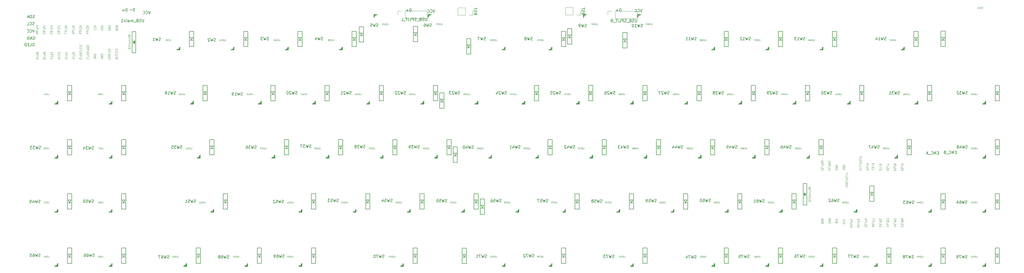
<source format=gbo>
%TF.GenerationSoftware,KiCad,Pcbnew,8.0.8*%
%TF.CreationDate,2025-04-15T16:26:55+09:00*%
%TF.ProjectId,sswkbd_wiring,7373776b-6264-45f7-9769-72696e672e6b,rev?*%
%TF.SameCoordinates,Original*%
%TF.FileFunction,Legend,Bot*%
%TF.FilePolarity,Positive*%
%FSLAX46Y46*%
G04 Gerber Fmt 4.6, Leading zero omitted, Abs format (unit mm)*
G04 Created by KiCad (PCBNEW 8.0.8) date 2025-04-15 16:26:55*
%MOMM*%
%LPD*%
G01*
G04 APERTURE LIST*
%ADD10C,0.150000*%
%ADD11C,0.125000*%
%ADD12C,0.120000*%
%ADD13C,0.100000*%
%ADD14C,0.050000*%
%ADD15C,0.500000*%
%ADD16R,1.397000X1.397000*%
%ADD17R,0.950000X1.300000*%
%ADD18C,1.397000*%
%ADD19C,1.750000*%
%ADD20C,3.000000*%
%ADD21C,3.987800*%
%ADD22R,2.550000X2.500000*%
%ADD23C,3.048000*%
%ADD24R,1.700000X1.700000*%
%ADD25O,1.700000X1.700000*%
%ADD26C,1.524000*%
%ADD27R,1.700000X0.825000*%
%ADD28R,2.500000X2.500000*%
%ADD29C,1.500000*%
%ADD30C,2.250000*%
G04 APERTURE END LIST*
D10*
X161054820Y-66494019D02*
X161054820Y-65494019D01*
X161054820Y-65494019D02*
X160816725Y-65494019D01*
X160816725Y-65494019D02*
X160673868Y-65541638D01*
X160673868Y-65541638D02*
X160578630Y-65636876D01*
X160578630Y-65636876D02*
X160531011Y-65732114D01*
X160531011Y-65732114D02*
X160483392Y-65922590D01*
X160483392Y-65922590D02*
X160483392Y-66065447D01*
X160483392Y-66065447D02*
X160531011Y-66255923D01*
X160531011Y-66255923D02*
X160578630Y-66351161D01*
X160578630Y-66351161D02*
X160673868Y-66446400D01*
X160673868Y-66446400D02*
X160816725Y-66494019D01*
X160816725Y-66494019D02*
X161054820Y-66494019D01*
X160054820Y-66113066D02*
X159292916Y-66113066D01*
X159673868Y-66494019D02*
X159673868Y-65732114D01*
X220855380Y-66943219D02*
X221331571Y-67276552D01*
X220855380Y-67514647D02*
X221855380Y-67514647D01*
X221855380Y-67514647D02*
X221855380Y-67133695D01*
X221855380Y-67133695D02*
X221807761Y-67038457D01*
X221807761Y-67038457D02*
X221760142Y-66990838D01*
X221760142Y-66990838D02*
X221664904Y-66943219D01*
X221664904Y-66943219D02*
X221522047Y-66943219D01*
X221522047Y-66943219D02*
X221426809Y-66990838D01*
X221426809Y-66990838D02*
X221379190Y-67038457D01*
X221379190Y-67038457D02*
X221331571Y-67133695D01*
X221331571Y-67133695D02*
X221331571Y-67514647D01*
X220903000Y-66562266D02*
X220855380Y-66419409D01*
X220855380Y-66419409D02*
X220855380Y-66181314D01*
X220855380Y-66181314D02*
X220903000Y-66086076D01*
X220903000Y-66086076D02*
X220950619Y-66038457D01*
X220950619Y-66038457D02*
X221045857Y-65990838D01*
X221045857Y-65990838D02*
X221141095Y-65990838D01*
X221141095Y-65990838D02*
X221236333Y-66038457D01*
X221236333Y-66038457D02*
X221283952Y-66086076D01*
X221283952Y-66086076D02*
X221331571Y-66181314D01*
X221331571Y-66181314D02*
X221379190Y-66371790D01*
X221379190Y-66371790D02*
X221426809Y-66467028D01*
X221426809Y-66467028D02*
X221474428Y-66514647D01*
X221474428Y-66514647D02*
X221569666Y-66562266D01*
X221569666Y-66562266D02*
X221664904Y-66562266D01*
X221664904Y-66562266D02*
X221760142Y-66514647D01*
X221760142Y-66514647D02*
X221807761Y-66467028D01*
X221807761Y-66467028D02*
X221855380Y-66371790D01*
X221855380Y-66371790D02*
X221855380Y-66133695D01*
X221855380Y-66133695D02*
X221807761Y-65990838D01*
X221855380Y-65705123D02*
X221855380Y-65133695D01*
X220855380Y-65419409D02*
X221855380Y-65419409D01*
X169363127Y-65904019D02*
X169029794Y-66904019D01*
X169029794Y-66904019D02*
X168696461Y-65904019D01*
X167791699Y-66808780D02*
X167839318Y-66856400D01*
X167839318Y-66856400D02*
X167982175Y-66904019D01*
X167982175Y-66904019D02*
X168077413Y-66904019D01*
X168077413Y-66904019D02*
X168220270Y-66856400D01*
X168220270Y-66856400D02*
X168315508Y-66761161D01*
X168315508Y-66761161D02*
X168363127Y-66665923D01*
X168363127Y-66665923D02*
X168410746Y-66475447D01*
X168410746Y-66475447D02*
X168410746Y-66332590D01*
X168410746Y-66332590D02*
X168363127Y-66142114D01*
X168363127Y-66142114D02*
X168315508Y-66046876D01*
X168315508Y-66046876D02*
X168220270Y-65951638D01*
X168220270Y-65951638D02*
X168077413Y-65904019D01*
X168077413Y-65904019D02*
X167982175Y-65904019D01*
X167982175Y-65904019D02*
X167839318Y-65951638D01*
X167839318Y-65951638D02*
X167791699Y-65999257D01*
X166791699Y-66808780D02*
X166839318Y-66856400D01*
X166839318Y-66856400D02*
X166982175Y-66904019D01*
X166982175Y-66904019D02*
X167077413Y-66904019D01*
X167077413Y-66904019D02*
X167220270Y-66856400D01*
X167220270Y-66856400D02*
X167315508Y-66761161D01*
X167315508Y-66761161D02*
X167363127Y-66665923D01*
X167363127Y-66665923D02*
X167410746Y-66475447D01*
X167410746Y-66475447D02*
X167410746Y-66332590D01*
X167410746Y-66332590D02*
X167363127Y-66142114D01*
X167363127Y-66142114D02*
X167315508Y-66046876D01*
X167315508Y-66046876D02*
X167220270Y-65951638D01*
X167220270Y-65951638D02*
X167077413Y-65904019D01*
X167077413Y-65904019D02*
X166982175Y-65904019D01*
X166982175Y-65904019D02*
X166839318Y-65951638D01*
X166839318Y-65951638D02*
X166791699Y-65999257D01*
X183085580Y-67044819D02*
X183561771Y-67378152D01*
X183085580Y-67616247D02*
X184085580Y-67616247D01*
X184085580Y-67616247D02*
X184085580Y-67235295D01*
X184085580Y-67235295D02*
X184037961Y-67140057D01*
X184037961Y-67140057D02*
X183990342Y-67092438D01*
X183990342Y-67092438D02*
X183895104Y-67044819D01*
X183895104Y-67044819D02*
X183752247Y-67044819D01*
X183752247Y-67044819D02*
X183657009Y-67092438D01*
X183657009Y-67092438D02*
X183609390Y-67140057D01*
X183609390Y-67140057D02*
X183561771Y-67235295D01*
X183561771Y-67235295D02*
X183561771Y-67616247D01*
X183133200Y-66663866D02*
X183085580Y-66521009D01*
X183085580Y-66521009D02*
X183085580Y-66282914D01*
X183085580Y-66282914D02*
X183133200Y-66187676D01*
X183133200Y-66187676D02*
X183180819Y-66140057D01*
X183180819Y-66140057D02*
X183276057Y-66092438D01*
X183276057Y-66092438D02*
X183371295Y-66092438D01*
X183371295Y-66092438D02*
X183466533Y-66140057D01*
X183466533Y-66140057D02*
X183514152Y-66187676D01*
X183514152Y-66187676D02*
X183561771Y-66282914D01*
X183561771Y-66282914D02*
X183609390Y-66473390D01*
X183609390Y-66473390D02*
X183657009Y-66568628D01*
X183657009Y-66568628D02*
X183704628Y-66616247D01*
X183704628Y-66616247D02*
X183799866Y-66663866D01*
X183799866Y-66663866D02*
X183895104Y-66663866D01*
X183895104Y-66663866D02*
X183990342Y-66616247D01*
X183990342Y-66616247D02*
X184037961Y-66568628D01*
X184037961Y-66568628D02*
X184085580Y-66473390D01*
X184085580Y-66473390D02*
X184085580Y-66235295D01*
X184085580Y-66235295D02*
X184037961Y-66092438D01*
X184085580Y-65806723D02*
X184085580Y-65235295D01*
X183085580Y-65521009D02*
X184085580Y-65521009D01*
X29066877Y-72860019D02*
X28733544Y-73860019D01*
X28733544Y-73860019D02*
X28400211Y-72860019D01*
X27495449Y-73764780D02*
X27543068Y-73812400D01*
X27543068Y-73812400D02*
X27685925Y-73860019D01*
X27685925Y-73860019D02*
X27781163Y-73860019D01*
X27781163Y-73860019D02*
X27924020Y-73812400D01*
X27924020Y-73812400D02*
X28019258Y-73717161D01*
X28019258Y-73717161D02*
X28066877Y-73621923D01*
X28066877Y-73621923D02*
X28114496Y-73431447D01*
X28114496Y-73431447D02*
X28114496Y-73288590D01*
X28114496Y-73288590D02*
X28066877Y-73098114D01*
X28066877Y-73098114D02*
X28019258Y-73002876D01*
X28019258Y-73002876D02*
X27924020Y-72907638D01*
X27924020Y-72907638D02*
X27781163Y-72860019D01*
X27781163Y-72860019D02*
X27685925Y-72860019D01*
X27685925Y-72860019D02*
X27543068Y-72907638D01*
X27543068Y-72907638D02*
X27495449Y-72955257D01*
X26495449Y-73764780D02*
X26543068Y-73812400D01*
X26543068Y-73812400D02*
X26685925Y-73860019D01*
X26685925Y-73860019D02*
X26781163Y-73860019D01*
X26781163Y-73860019D02*
X26924020Y-73812400D01*
X26924020Y-73812400D02*
X27019258Y-73717161D01*
X27019258Y-73717161D02*
X27066877Y-73621923D01*
X27066877Y-73621923D02*
X27114496Y-73431447D01*
X27114496Y-73431447D02*
X27114496Y-73288590D01*
X27114496Y-73288590D02*
X27066877Y-73098114D01*
X27066877Y-73098114D02*
X27019258Y-73002876D01*
X27019258Y-73002876D02*
X26924020Y-72907638D01*
X26924020Y-72907638D02*
X26781163Y-72860019D01*
X26781163Y-72860019D02*
X26685925Y-72860019D01*
X26685925Y-72860019D02*
X26543068Y-72907638D01*
X26543068Y-72907638D02*
X26495449Y-72955257D01*
X61537620Y-66468619D02*
X61537620Y-65468619D01*
X61537620Y-65468619D02*
X61299525Y-65468619D01*
X61299525Y-65468619D02*
X61156668Y-65516238D01*
X61156668Y-65516238D02*
X61061430Y-65611476D01*
X61061430Y-65611476D02*
X61013811Y-65706714D01*
X61013811Y-65706714D02*
X60966192Y-65897190D01*
X60966192Y-65897190D02*
X60966192Y-66040047D01*
X60966192Y-66040047D02*
X61013811Y-66230523D01*
X61013811Y-66230523D02*
X61061430Y-66325761D01*
X61061430Y-66325761D02*
X61156668Y-66421000D01*
X61156668Y-66421000D02*
X61299525Y-66468619D01*
X61299525Y-66468619D02*
X61537620Y-66468619D01*
X60537620Y-66087666D02*
X59775716Y-66087666D01*
X60156668Y-66468619D02*
X60156668Y-65706714D01*
X166594521Y-68779369D02*
X166594521Y-69588892D01*
X166594521Y-69588892D02*
X166546902Y-69684130D01*
X166546902Y-69684130D02*
X166499283Y-69731750D01*
X166499283Y-69731750D02*
X166404045Y-69779369D01*
X166404045Y-69779369D02*
X166213569Y-69779369D01*
X166213569Y-69779369D02*
X166118331Y-69731750D01*
X166118331Y-69731750D02*
X166070712Y-69684130D01*
X166070712Y-69684130D02*
X166023093Y-69588892D01*
X166023093Y-69588892D02*
X166023093Y-68779369D01*
X165594521Y-69731750D02*
X165451664Y-69779369D01*
X165451664Y-69779369D02*
X165213569Y-69779369D01*
X165213569Y-69779369D02*
X165118331Y-69731750D01*
X165118331Y-69731750D02*
X165070712Y-69684130D01*
X165070712Y-69684130D02*
X165023093Y-69588892D01*
X165023093Y-69588892D02*
X165023093Y-69493654D01*
X165023093Y-69493654D02*
X165070712Y-69398416D01*
X165070712Y-69398416D02*
X165118331Y-69350797D01*
X165118331Y-69350797D02*
X165213569Y-69303178D01*
X165213569Y-69303178D02*
X165404045Y-69255559D01*
X165404045Y-69255559D02*
X165499283Y-69207940D01*
X165499283Y-69207940D02*
X165546902Y-69160321D01*
X165546902Y-69160321D02*
X165594521Y-69065083D01*
X165594521Y-69065083D02*
X165594521Y-68969845D01*
X165594521Y-68969845D02*
X165546902Y-68874607D01*
X165546902Y-68874607D02*
X165499283Y-68826988D01*
X165499283Y-68826988D02*
X165404045Y-68779369D01*
X165404045Y-68779369D02*
X165165950Y-68779369D01*
X165165950Y-68779369D02*
X165023093Y-68826988D01*
X164261188Y-69255559D02*
X164118331Y-69303178D01*
X164118331Y-69303178D02*
X164070712Y-69350797D01*
X164070712Y-69350797D02*
X164023093Y-69446035D01*
X164023093Y-69446035D02*
X164023093Y-69588892D01*
X164023093Y-69588892D02*
X164070712Y-69684130D01*
X164070712Y-69684130D02*
X164118331Y-69731750D01*
X164118331Y-69731750D02*
X164213569Y-69779369D01*
X164213569Y-69779369D02*
X164594521Y-69779369D01*
X164594521Y-69779369D02*
X164594521Y-68779369D01*
X164594521Y-68779369D02*
X164261188Y-68779369D01*
X164261188Y-68779369D02*
X164165950Y-68826988D01*
X164165950Y-68826988D02*
X164118331Y-68874607D01*
X164118331Y-68874607D02*
X164070712Y-68969845D01*
X164070712Y-68969845D02*
X164070712Y-69065083D01*
X164070712Y-69065083D02*
X164118331Y-69160321D01*
X164118331Y-69160321D02*
X164165950Y-69207940D01*
X164165950Y-69207940D02*
X164261188Y-69255559D01*
X164261188Y-69255559D02*
X164594521Y-69255559D01*
X163832617Y-69874607D02*
X163070712Y-69874607D01*
X162880235Y-69731750D02*
X162737378Y-69779369D01*
X162737378Y-69779369D02*
X162499283Y-69779369D01*
X162499283Y-69779369D02*
X162404045Y-69731750D01*
X162404045Y-69731750D02*
X162356426Y-69684130D01*
X162356426Y-69684130D02*
X162308807Y-69588892D01*
X162308807Y-69588892D02*
X162308807Y-69493654D01*
X162308807Y-69493654D02*
X162356426Y-69398416D01*
X162356426Y-69398416D02*
X162404045Y-69350797D01*
X162404045Y-69350797D02*
X162499283Y-69303178D01*
X162499283Y-69303178D02*
X162689759Y-69255559D01*
X162689759Y-69255559D02*
X162784997Y-69207940D01*
X162784997Y-69207940D02*
X162832616Y-69160321D01*
X162832616Y-69160321D02*
X162880235Y-69065083D01*
X162880235Y-69065083D02*
X162880235Y-68969845D01*
X162880235Y-68969845D02*
X162832616Y-68874607D01*
X162832616Y-68874607D02*
X162784997Y-68826988D01*
X162784997Y-68826988D02*
X162689759Y-68779369D01*
X162689759Y-68779369D02*
X162451664Y-68779369D01*
X162451664Y-68779369D02*
X162308807Y-68826988D01*
X161880235Y-69779369D02*
X161880235Y-68779369D01*
X161880235Y-68779369D02*
X161499283Y-68779369D01*
X161499283Y-68779369D02*
X161404045Y-68826988D01*
X161404045Y-68826988D02*
X161356426Y-68874607D01*
X161356426Y-68874607D02*
X161308807Y-68969845D01*
X161308807Y-68969845D02*
X161308807Y-69112702D01*
X161308807Y-69112702D02*
X161356426Y-69207940D01*
X161356426Y-69207940D02*
X161404045Y-69255559D01*
X161404045Y-69255559D02*
X161499283Y-69303178D01*
X161499283Y-69303178D02*
X161880235Y-69303178D01*
X160404045Y-69779369D02*
X160880235Y-69779369D01*
X160880235Y-69779369D02*
X160880235Y-68779369D01*
X160070711Y-69779369D02*
X160070711Y-68779369D01*
X159737378Y-68779369D02*
X159165950Y-68779369D01*
X159451664Y-69779369D02*
X159451664Y-68779369D01*
X159070712Y-69874607D02*
X158308807Y-69874607D01*
X157594521Y-69779369D02*
X158070711Y-69779369D01*
X158070711Y-69779369D02*
X158070711Y-68779369D01*
X28731980Y-77661819D02*
X28541504Y-77661819D01*
X28541504Y-77661819D02*
X28446266Y-77709438D01*
X28446266Y-77709438D02*
X28351028Y-77804676D01*
X28351028Y-77804676D02*
X28303409Y-77995152D01*
X28303409Y-77995152D02*
X28303409Y-78328485D01*
X28303409Y-78328485D02*
X28351028Y-78518961D01*
X28351028Y-78518961D02*
X28446266Y-78614200D01*
X28446266Y-78614200D02*
X28541504Y-78661819D01*
X28541504Y-78661819D02*
X28731980Y-78661819D01*
X28731980Y-78661819D02*
X28827218Y-78614200D01*
X28827218Y-78614200D02*
X28922456Y-78518961D01*
X28922456Y-78518961D02*
X28970075Y-78328485D01*
X28970075Y-78328485D02*
X28970075Y-77995152D01*
X28970075Y-77995152D02*
X28922456Y-77804676D01*
X28922456Y-77804676D02*
X28827218Y-77709438D01*
X28827218Y-77709438D02*
X28731980Y-77661819D01*
X27398647Y-78661819D02*
X27874837Y-78661819D01*
X27874837Y-78661819D02*
X27874837Y-77661819D01*
X27065313Y-78138009D02*
X26731980Y-78138009D01*
X26589123Y-78661819D02*
X27065313Y-78661819D01*
X27065313Y-78661819D02*
X27065313Y-77661819D01*
X27065313Y-77661819D02*
X26589123Y-77661819D01*
X26160551Y-78661819D02*
X26160551Y-77661819D01*
X26160551Y-77661819D02*
X25922456Y-77661819D01*
X25922456Y-77661819D02*
X25779599Y-77709438D01*
X25779599Y-77709438D02*
X25684361Y-77804676D01*
X25684361Y-77804676D02*
X25636742Y-77899914D01*
X25636742Y-77899914D02*
X25589123Y-78090390D01*
X25589123Y-78090390D02*
X25589123Y-78233247D01*
X25589123Y-78233247D02*
X25636742Y-78423723D01*
X25636742Y-78423723D02*
X25684361Y-78518961D01*
X25684361Y-78518961D02*
X25779599Y-78614200D01*
X25779599Y-78614200D02*
X25922456Y-78661819D01*
X25922456Y-78661819D02*
X26160551Y-78661819D01*
X67377770Y-69203219D02*
X67377770Y-70012742D01*
X67377770Y-70012742D02*
X67330151Y-70107980D01*
X67330151Y-70107980D02*
X67282532Y-70155600D01*
X67282532Y-70155600D02*
X67187294Y-70203219D01*
X67187294Y-70203219D02*
X66996818Y-70203219D01*
X66996818Y-70203219D02*
X66901580Y-70155600D01*
X66901580Y-70155600D02*
X66853961Y-70107980D01*
X66853961Y-70107980D02*
X66806342Y-70012742D01*
X66806342Y-70012742D02*
X66806342Y-69203219D01*
X66377770Y-70155600D02*
X66234913Y-70203219D01*
X66234913Y-70203219D02*
X65996818Y-70203219D01*
X65996818Y-70203219D02*
X65901580Y-70155600D01*
X65901580Y-70155600D02*
X65853961Y-70107980D01*
X65853961Y-70107980D02*
X65806342Y-70012742D01*
X65806342Y-70012742D02*
X65806342Y-69917504D01*
X65806342Y-69917504D02*
X65853961Y-69822266D01*
X65853961Y-69822266D02*
X65901580Y-69774647D01*
X65901580Y-69774647D02*
X65996818Y-69727028D01*
X65996818Y-69727028D02*
X66187294Y-69679409D01*
X66187294Y-69679409D02*
X66282532Y-69631790D01*
X66282532Y-69631790D02*
X66330151Y-69584171D01*
X66330151Y-69584171D02*
X66377770Y-69488933D01*
X66377770Y-69488933D02*
X66377770Y-69393695D01*
X66377770Y-69393695D02*
X66330151Y-69298457D01*
X66330151Y-69298457D02*
X66282532Y-69250838D01*
X66282532Y-69250838D02*
X66187294Y-69203219D01*
X66187294Y-69203219D02*
X65949199Y-69203219D01*
X65949199Y-69203219D02*
X65806342Y-69250838D01*
X65044437Y-69679409D02*
X64901580Y-69727028D01*
X64901580Y-69727028D02*
X64853961Y-69774647D01*
X64853961Y-69774647D02*
X64806342Y-69869885D01*
X64806342Y-69869885D02*
X64806342Y-70012742D01*
X64806342Y-70012742D02*
X64853961Y-70107980D01*
X64853961Y-70107980D02*
X64901580Y-70155600D01*
X64901580Y-70155600D02*
X64996818Y-70203219D01*
X64996818Y-70203219D02*
X65377770Y-70203219D01*
X65377770Y-70203219D02*
X65377770Y-69203219D01*
X65377770Y-69203219D02*
X65044437Y-69203219D01*
X65044437Y-69203219D02*
X64949199Y-69250838D01*
X64949199Y-69250838D02*
X64901580Y-69298457D01*
X64901580Y-69298457D02*
X64853961Y-69393695D01*
X64853961Y-69393695D02*
X64853961Y-69488933D01*
X64853961Y-69488933D02*
X64901580Y-69584171D01*
X64901580Y-69584171D02*
X64949199Y-69631790D01*
X64949199Y-69631790D02*
X65044437Y-69679409D01*
X65044437Y-69679409D02*
X65377770Y-69679409D01*
X64615866Y-70298457D02*
X63853961Y-70298457D01*
X63615865Y-70203219D02*
X63615865Y-69536552D01*
X63615865Y-69631790D02*
X63568246Y-69584171D01*
X63568246Y-69584171D02*
X63473008Y-69536552D01*
X63473008Y-69536552D02*
X63330151Y-69536552D01*
X63330151Y-69536552D02*
X63234913Y-69584171D01*
X63234913Y-69584171D02*
X63187294Y-69679409D01*
X63187294Y-69679409D02*
X63187294Y-70203219D01*
X63187294Y-69679409D02*
X63139675Y-69584171D01*
X63139675Y-69584171D02*
X63044437Y-69536552D01*
X63044437Y-69536552D02*
X62901580Y-69536552D01*
X62901580Y-69536552D02*
X62806341Y-69584171D01*
X62806341Y-69584171D02*
X62758722Y-69679409D01*
X62758722Y-69679409D02*
X62758722Y-70203219D01*
X61853961Y-70203219D02*
X61853961Y-69679409D01*
X61853961Y-69679409D02*
X61901580Y-69584171D01*
X61901580Y-69584171D02*
X61996818Y-69536552D01*
X61996818Y-69536552D02*
X62187294Y-69536552D01*
X62187294Y-69536552D02*
X62282532Y-69584171D01*
X61853961Y-70155600D02*
X61949199Y-70203219D01*
X61949199Y-70203219D02*
X62187294Y-70203219D01*
X62187294Y-70203219D02*
X62282532Y-70155600D01*
X62282532Y-70155600D02*
X62330151Y-70060361D01*
X62330151Y-70060361D02*
X62330151Y-69965123D01*
X62330151Y-69965123D02*
X62282532Y-69869885D01*
X62282532Y-69869885D02*
X62187294Y-69822266D01*
X62187294Y-69822266D02*
X61949199Y-69822266D01*
X61949199Y-69822266D02*
X61853961Y-69774647D01*
X61377770Y-70203219D02*
X61377770Y-69536552D01*
X61377770Y-69203219D02*
X61425389Y-69250838D01*
X61425389Y-69250838D02*
X61377770Y-69298457D01*
X61377770Y-69298457D02*
X61330151Y-69250838D01*
X61330151Y-69250838D02*
X61377770Y-69203219D01*
X61377770Y-69203219D02*
X61377770Y-69298457D01*
X60901580Y-69536552D02*
X60901580Y-70203219D01*
X60901580Y-69631790D02*
X60853961Y-69584171D01*
X60853961Y-69584171D02*
X60758723Y-69536552D01*
X60758723Y-69536552D02*
X60615866Y-69536552D01*
X60615866Y-69536552D02*
X60520628Y-69584171D01*
X60520628Y-69584171D02*
X60473009Y-69679409D01*
X60473009Y-69679409D02*
X60473009Y-70203219D01*
X59473009Y-70203219D02*
X60044437Y-70203219D01*
X59758723Y-70203219D02*
X59758723Y-69203219D01*
X59758723Y-69203219D02*
X59853961Y-69346076D01*
X59853961Y-69346076D02*
X59949199Y-69441314D01*
X59949199Y-69441314D02*
X60044437Y-69488933D01*
X234638620Y-66494019D02*
X234638620Y-65494019D01*
X234638620Y-65494019D02*
X234400525Y-65494019D01*
X234400525Y-65494019D02*
X234257668Y-65541638D01*
X234257668Y-65541638D02*
X234162430Y-65636876D01*
X234162430Y-65636876D02*
X234114811Y-65732114D01*
X234114811Y-65732114D02*
X234067192Y-65922590D01*
X234067192Y-65922590D02*
X234067192Y-66065447D01*
X234067192Y-66065447D02*
X234114811Y-66255923D01*
X234114811Y-66255923D02*
X234162430Y-66351161D01*
X234162430Y-66351161D02*
X234257668Y-66446400D01*
X234257668Y-66446400D02*
X234400525Y-66494019D01*
X234400525Y-66494019D02*
X234638620Y-66494019D01*
X233638620Y-66113066D02*
X232876716Y-66113066D01*
X233257668Y-66494019D02*
X233257668Y-65732114D01*
X28603411Y-75396838D02*
X28698649Y-75349219D01*
X28698649Y-75349219D02*
X28841506Y-75349219D01*
X28841506Y-75349219D02*
X28984363Y-75396838D01*
X28984363Y-75396838D02*
X29079601Y-75492076D01*
X29079601Y-75492076D02*
X29127220Y-75587314D01*
X29127220Y-75587314D02*
X29174839Y-75777790D01*
X29174839Y-75777790D02*
X29174839Y-75920647D01*
X29174839Y-75920647D02*
X29127220Y-76111123D01*
X29127220Y-76111123D02*
X29079601Y-76206361D01*
X29079601Y-76206361D02*
X28984363Y-76301600D01*
X28984363Y-76301600D02*
X28841506Y-76349219D01*
X28841506Y-76349219D02*
X28746268Y-76349219D01*
X28746268Y-76349219D02*
X28603411Y-76301600D01*
X28603411Y-76301600D02*
X28555792Y-76253980D01*
X28555792Y-76253980D02*
X28555792Y-75920647D01*
X28555792Y-75920647D02*
X28746268Y-75920647D01*
X28127220Y-76349219D02*
X28127220Y-75349219D01*
X28127220Y-75349219D02*
X27555792Y-76349219D01*
X27555792Y-76349219D02*
X27555792Y-75349219D01*
X27079601Y-76349219D02*
X27079601Y-75349219D01*
X27079601Y-75349219D02*
X26841506Y-75349219D01*
X26841506Y-75349219D02*
X26698649Y-75396838D01*
X26698649Y-75396838D02*
X26603411Y-75492076D01*
X26603411Y-75492076D02*
X26555792Y-75587314D01*
X26555792Y-75587314D02*
X26508173Y-75777790D01*
X26508173Y-75777790D02*
X26508173Y-75920647D01*
X26508173Y-75920647D02*
X26555792Y-76111123D01*
X26555792Y-76111123D02*
X26603411Y-76206361D01*
X26603411Y-76206361D02*
X26698649Y-76301600D01*
X26698649Y-76301600D02*
X26841506Y-76349219D01*
X26841506Y-76349219D02*
X27079601Y-76349219D01*
X69706877Y-66383019D02*
X69373544Y-67383019D01*
X69373544Y-67383019D02*
X69040211Y-66383019D01*
X68135449Y-67287780D02*
X68183068Y-67335400D01*
X68183068Y-67335400D02*
X68325925Y-67383019D01*
X68325925Y-67383019D02*
X68421163Y-67383019D01*
X68421163Y-67383019D02*
X68564020Y-67335400D01*
X68564020Y-67335400D02*
X68659258Y-67240161D01*
X68659258Y-67240161D02*
X68706877Y-67144923D01*
X68706877Y-67144923D02*
X68754496Y-66954447D01*
X68754496Y-66954447D02*
X68754496Y-66811590D01*
X68754496Y-66811590D02*
X68706877Y-66621114D01*
X68706877Y-66621114D02*
X68659258Y-66525876D01*
X68659258Y-66525876D02*
X68564020Y-66430638D01*
X68564020Y-66430638D02*
X68421163Y-66383019D01*
X68421163Y-66383019D02*
X68325925Y-66383019D01*
X68325925Y-66383019D02*
X68183068Y-66430638D01*
X68183068Y-66430638D02*
X68135449Y-66478257D01*
X67135449Y-67287780D02*
X67183068Y-67335400D01*
X67183068Y-67335400D02*
X67325925Y-67383019D01*
X67325925Y-67383019D02*
X67421163Y-67383019D01*
X67421163Y-67383019D02*
X67564020Y-67335400D01*
X67564020Y-67335400D02*
X67659258Y-67240161D01*
X67659258Y-67240161D02*
X67706877Y-67144923D01*
X67706877Y-67144923D02*
X67754496Y-66954447D01*
X67754496Y-66954447D02*
X67754496Y-66811590D01*
X67754496Y-66811590D02*
X67706877Y-66621114D01*
X67706877Y-66621114D02*
X67659258Y-66525876D01*
X67659258Y-66525876D02*
X67564020Y-66430638D01*
X67564020Y-66430638D02*
X67421163Y-66383019D01*
X67421163Y-66383019D02*
X67325925Y-66383019D01*
X67325925Y-66383019D02*
X67183068Y-66430638D01*
X67183068Y-66430638D02*
X67135449Y-66478257D01*
X29047839Y-68732400D02*
X28904982Y-68780019D01*
X28904982Y-68780019D02*
X28666887Y-68780019D01*
X28666887Y-68780019D02*
X28571649Y-68732400D01*
X28571649Y-68732400D02*
X28524030Y-68684780D01*
X28524030Y-68684780D02*
X28476411Y-68589542D01*
X28476411Y-68589542D02*
X28476411Y-68494304D01*
X28476411Y-68494304D02*
X28524030Y-68399066D01*
X28524030Y-68399066D02*
X28571649Y-68351447D01*
X28571649Y-68351447D02*
X28666887Y-68303828D01*
X28666887Y-68303828D02*
X28857363Y-68256209D01*
X28857363Y-68256209D02*
X28952601Y-68208590D01*
X28952601Y-68208590D02*
X29000220Y-68160971D01*
X29000220Y-68160971D02*
X29047839Y-68065733D01*
X29047839Y-68065733D02*
X29047839Y-67970495D01*
X29047839Y-67970495D02*
X29000220Y-67875257D01*
X29000220Y-67875257D02*
X28952601Y-67827638D01*
X28952601Y-67827638D02*
X28857363Y-67780019D01*
X28857363Y-67780019D02*
X28619268Y-67780019D01*
X28619268Y-67780019D02*
X28476411Y-67827638D01*
X28047839Y-68780019D02*
X28047839Y-67780019D01*
X28047839Y-67780019D02*
X27809744Y-67780019D01*
X27809744Y-67780019D02*
X27666887Y-67827638D01*
X27666887Y-67827638D02*
X27571649Y-67922876D01*
X27571649Y-67922876D02*
X27524030Y-68018114D01*
X27524030Y-68018114D02*
X27476411Y-68208590D01*
X27476411Y-68208590D02*
X27476411Y-68351447D01*
X27476411Y-68351447D02*
X27524030Y-68541923D01*
X27524030Y-68541923D02*
X27571649Y-68637161D01*
X27571649Y-68637161D02*
X27666887Y-68732400D01*
X27666887Y-68732400D02*
X27809744Y-68780019D01*
X27809744Y-68780019D02*
X28047839Y-68780019D01*
X27095458Y-68494304D02*
X26619268Y-68494304D01*
X27190696Y-68780019D02*
X26857363Y-67780019D01*
X26857363Y-67780019D02*
X26524030Y-68780019D01*
X28946239Y-71221600D02*
X28803382Y-71269219D01*
X28803382Y-71269219D02*
X28565287Y-71269219D01*
X28565287Y-71269219D02*
X28470049Y-71221600D01*
X28470049Y-71221600D02*
X28422430Y-71173980D01*
X28422430Y-71173980D02*
X28374811Y-71078742D01*
X28374811Y-71078742D02*
X28374811Y-70983504D01*
X28374811Y-70983504D02*
X28422430Y-70888266D01*
X28422430Y-70888266D02*
X28470049Y-70840647D01*
X28470049Y-70840647D02*
X28565287Y-70793028D01*
X28565287Y-70793028D02*
X28755763Y-70745409D01*
X28755763Y-70745409D02*
X28851001Y-70697790D01*
X28851001Y-70697790D02*
X28898620Y-70650171D01*
X28898620Y-70650171D02*
X28946239Y-70554933D01*
X28946239Y-70554933D02*
X28946239Y-70459695D01*
X28946239Y-70459695D02*
X28898620Y-70364457D01*
X28898620Y-70364457D02*
X28851001Y-70316838D01*
X28851001Y-70316838D02*
X28755763Y-70269219D01*
X28755763Y-70269219D02*
X28517668Y-70269219D01*
X28517668Y-70269219D02*
X28374811Y-70316838D01*
X27374811Y-71173980D02*
X27422430Y-71221600D01*
X27422430Y-71221600D02*
X27565287Y-71269219D01*
X27565287Y-71269219D02*
X27660525Y-71269219D01*
X27660525Y-71269219D02*
X27803382Y-71221600D01*
X27803382Y-71221600D02*
X27898620Y-71126361D01*
X27898620Y-71126361D02*
X27946239Y-71031123D01*
X27946239Y-71031123D02*
X27993858Y-70840647D01*
X27993858Y-70840647D02*
X27993858Y-70697790D01*
X27993858Y-70697790D02*
X27946239Y-70507314D01*
X27946239Y-70507314D02*
X27898620Y-70412076D01*
X27898620Y-70412076D02*
X27803382Y-70316838D01*
X27803382Y-70316838D02*
X27660525Y-70269219D01*
X27660525Y-70269219D02*
X27565287Y-70269219D01*
X27565287Y-70269219D02*
X27422430Y-70316838D01*
X27422430Y-70316838D02*
X27374811Y-70364457D01*
X26470049Y-71269219D02*
X26946239Y-71269219D01*
X26946239Y-71269219D02*
X26946239Y-70269219D01*
X345865220Y-116160609D02*
X345531887Y-116160609D01*
X345389030Y-116684419D02*
X345865220Y-116684419D01*
X345865220Y-116684419D02*
X345865220Y-115684419D01*
X345865220Y-115684419D02*
X345389030Y-115684419D01*
X344960458Y-116684419D02*
X344960458Y-115684419D01*
X344960458Y-115684419D02*
X344389030Y-116684419D01*
X344389030Y-116684419D02*
X344389030Y-115684419D01*
X343341411Y-116589180D02*
X343389030Y-116636800D01*
X343389030Y-116636800D02*
X343531887Y-116684419D01*
X343531887Y-116684419D02*
X343627125Y-116684419D01*
X343627125Y-116684419D02*
X343769982Y-116636800D01*
X343769982Y-116636800D02*
X343865220Y-116541561D01*
X343865220Y-116541561D02*
X343912839Y-116446323D01*
X343912839Y-116446323D02*
X343960458Y-116255847D01*
X343960458Y-116255847D02*
X343960458Y-116112990D01*
X343960458Y-116112990D02*
X343912839Y-115922514D01*
X343912839Y-115922514D02*
X343865220Y-115827276D01*
X343865220Y-115827276D02*
X343769982Y-115732038D01*
X343769982Y-115732038D02*
X343627125Y-115684419D01*
X343627125Y-115684419D02*
X343531887Y-115684419D01*
X343531887Y-115684419D02*
X343389030Y-115732038D01*
X343389030Y-115732038D02*
X343341411Y-115779657D01*
X343150935Y-116779657D02*
X342389030Y-116779657D01*
X342198553Y-116398704D02*
X341722363Y-116398704D01*
X342293791Y-116684419D02*
X341960458Y-115684419D01*
X341960458Y-115684419D02*
X341627125Y-116684419D01*
X64153820Y-66367019D02*
X64153820Y-65367019D01*
X64153820Y-65367019D02*
X63915725Y-65367019D01*
X63915725Y-65367019D02*
X63772868Y-65414638D01*
X63772868Y-65414638D02*
X63677630Y-65509876D01*
X63677630Y-65509876D02*
X63630011Y-65605114D01*
X63630011Y-65605114D02*
X63582392Y-65795590D01*
X63582392Y-65795590D02*
X63582392Y-65938447D01*
X63582392Y-65938447D02*
X63630011Y-66128923D01*
X63630011Y-66128923D02*
X63677630Y-66224161D01*
X63677630Y-66224161D02*
X63772868Y-66319400D01*
X63772868Y-66319400D02*
X63915725Y-66367019D01*
X63915725Y-66367019D02*
X64153820Y-66367019D01*
X63153820Y-65986066D02*
X62391916Y-65986066D01*
X242045877Y-65722619D02*
X241712544Y-66722619D01*
X241712544Y-66722619D02*
X241379211Y-65722619D01*
X240474449Y-66627380D02*
X240522068Y-66675000D01*
X240522068Y-66675000D02*
X240664925Y-66722619D01*
X240664925Y-66722619D02*
X240760163Y-66722619D01*
X240760163Y-66722619D02*
X240903020Y-66675000D01*
X240903020Y-66675000D02*
X240998258Y-66579761D01*
X240998258Y-66579761D02*
X241045877Y-66484523D01*
X241045877Y-66484523D02*
X241093496Y-66294047D01*
X241093496Y-66294047D02*
X241093496Y-66151190D01*
X241093496Y-66151190D02*
X241045877Y-65960714D01*
X241045877Y-65960714D02*
X240998258Y-65865476D01*
X240998258Y-65865476D02*
X240903020Y-65770238D01*
X240903020Y-65770238D02*
X240760163Y-65722619D01*
X240760163Y-65722619D02*
X240664925Y-65722619D01*
X240664925Y-65722619D02*
X240522068Y-65770238D01*
X240522068Y-65770238D02*
X240474449Y-65817857D01*
X239474449Y-66627380D02*
X239522068Y-66675000D01*
X239522068Y-66675000D02*
X239664925Y-66722619D01*
X239664925Y-66722619D02*
X239760163Y-66722619D01*
X239760163Y-66722619D02*
X239903020Y-66675000D01*
X239903020Y-66675000D02*
X239998258Y-66579761D01*
X239998258Y-66579761D02*
X240045877Y-66484523D01*
X240045877Y-66484523D02*
X240093496Y-66294047D01*
X240093496Y-66294047D02*
X240093496Y-66151190D01*
X240093496Y-66151190D02*
X240045877Y-65960714D01*
X240045877Y-65960714D02*
X239998258Y-65865476D01*
X239998258Y-65865476D02*
X239903020Y-65770238D01*
X239903020Y-65770238D02*
X239760163Y-65722619D01*
X239760163Y-65722619D02*
X239664925Y-65722619D01*
X239664925Y-65722619D02*
X239522068Y-65770238D01*
X239522068Y-65770238D02*
X239474449Y-65817857D01*
X352164420Y-115932009D02*
X351831087Y-115932009D01*
X351688230Y-116455819D02*
X352164420Y-116455819D01*
X352164420Y-116455819D02*
X352164420Y-115455819D01*
X352164420Y-115455819D02*
X351688230Y-115455819D01*
X351259658Y-116455819D02*
X351259658Y-115455819D01*
X351259658Y-115455819D02*
X350688230Y-116455819D01*
X350688230Y-116455819D02*
X350688230Y-115455819D01*
X349640611Y-116360580D02*
X349688230Y-116408200D01*
X349688230Y-116408200D02*
X349831087Y-116455819D01*
X349831087Y-116455819D02*
X349926325Y-116455819D01*
X349926325Y-116455819D02*
X350069182Y-116408200D01*
X350069182Y-116408200D02*
X350164420Y-116312961D01*
X350164420Y-116312961D02*
X350212039Y-116217723D01*
X350212039Y-116217723D02*
X350259658Y-116027247D01*
X350259658Y-116027247D02*
X350259658Y-115884390D01*
X350259658Y-115884390D02*
X350212039Y-115693914D01*
X350212039Y-115693914D02*
X350164420Y-115598676D01*
X350164420Y-115598676D02*
X350069182Y-115503438D01*
X350069182Y-115503438D02*
X349926325Y-115455819D01*
X349926325Y-115455819D02*
X349831087Y-115455819D01*
X349831087Y-115455819D02*
X349688230Y-115503438D01*
X349688230Y-115503438D02*
X349640611Y-115551057D01*
X349450135Y-116551057D02*
X348688230Y-116551057D01*
X348116801Y-115932009D02*
X347973944Y-115979628D01*
X347973944Y-115979628D02*
X347926325Y-116027247D01*
X347926325Y-116027247D02*
X347878706Y-116122485D01*
X347878706Y-116122485D02*
X347878706Y-116265342D01*
X347878706Y-116265342D02*
X347926325Y-116360580D01*
X347926325Y-116360580D02*
X347973944Y-116408200D01*
X347973944Y-116408200D02*
X348069182Y-116455819D01*
X348069182Y-116455819D02*
X348450134Y-116455819D01*
X348450134Y-116455819D02*
X348450134Y-115455819D01*
X348450134Y-115455819D02*
X348116801Y-115455819D01*
X348116801Y-115455819D02*
X348021563Y-115503438D01*
X348021563Y-115503438D02*
X347973944Y-115551057D01*
X347973944Y-115551057D02*
X347926325Y-115646295D01*
X347926325Y-115646295D02*
X347926325Y-115741533D01*
X347926325Y-115741533D02*
X347973944Y-115836771D01*
X347973944Y-115836771D02*
X348021563Y-115884390D01*
X348021563Y-115884390D02*
X348116801Y-115932009D01*
X348116801Y-115932009D02*
X348450134Y-115932009D01*
X299109523Y-76532200D02*
X298966666Y-76579819D01*
X298966666Y-76579819D02*
X298728571Y-76579819D01*
X298728571Y-76579819D02*
X298633333Y-76532200D01*
X298633333Y-76532200D02*
X298585714Y-76484580D01*
X298585714Y-76484580D02*
X298538095Y-76389342D01*
X298538095Y-76389342D02*
X298538095Y-76294104D01*
X298538095Y-76294104D02*
X298585714Y-76198866D01*
X298585714Y-76198866D02*
X298633333Y-76151247D01*
X298633333Y-76151247D02*
X298728571Y-76103628D01*
X298728571Y-76103628D02*
X298919047Y-76056009D01*
X298919047Y-76056009D02*
X299014285Y-76008390D01*
X299014285Y-76008390D02*
X299061904Y-75960771D01*
X299061904Y-75960771D02*
X299109523Y-75865533D01*
X299109523Y-75865533D02*
X299109523Y-75770295D01*
X299109523Y-75770295D02*
X299061904Y-75675057D01*
X299061904Y-75675057D02*
X299014285Y-75627438D01*
X299014285Y-75627438D02*
X298919047Y-75579819D01*
X298919047Y-75579819D02*
X298680952Y-75579819D01*
X298680952Y-75579819D02*
X298538095Y-75627438D01*
X298204761Y-75579819D02*
X297966666Y-76579819D01*
X297966666Y-76579819D02*
X297776190Y-75865533D01*
X297776190Y-75865533D02*
X297585714Y-76579819D01*
X297585714Y-76579819D02*
X297347619Y-75579819D01*
X296442857Y-76579819D02*
X297014285Y-76579819D01*
X296728571Y-76579819D02*
X296728571Y-75579819D01*
X296728571Y-75579819D02*
X296823809Y-75722676D01*
X296823809Y-75722676D02*
X296919047Y-75817914D01*
X296919047Y-75817914D02*
X297014285Y-75865533D01*
X296109523Y-75579819D02*
X295490476Y-75579819D01*
X295490476Y-75579819D02*
X295823809Y-75960771D01*
X295823809Y-75960771D02*
X295680952Y-75960771D01*
X295680952Y-75960771D02*
X295585714Y-76008390D01*
X295585714Y-76008390D02*
X295538095Y-76056009D01*
X295538095Y-76056009D02*
X295490476Y-76151247D01*
X295490476Y-76151247D02*
X295490476Y-76389342D01*
X295490476Y-76389342D02*
X295538095Y-76484580D01*
X295538095Y-76484580D02*
X295585714Y-76532200D01*
X295585714Y-76532200D02*
X295680952Y-76579819D01*
X295680952Y-76579819D02*
X295966666Y-76579819D01*
X295966666Y-76579819D02*
X296061904Y-76532200D01*
X296061904Y-76532200D02*
X296109523Y-76484580D01*
X168211732Y-71755400D02*
X168068875Y-71803019D01*
X168068875Y-71803019D02*
X167830780Y-71803019D01*
X167830780Y-71803019D02*
X167735542Y-71755400D01*
X167735542Y-71755400D02*
X167687923Y-71707780D01*
X167687923Y-71707780D02*
X167640304Y-71612542D01*
X167640304Y-71612542D02*
X167640304Y-71517304D01*
X167640304Y-71517304D02*
X167687923Y-71422066D01*
X167687923Y-71422066D02*
X167735542Y-71374447D01*
X167735542Y-71374447D02*
X167830780Y-71326828D01*
X167830780Y-71326828D02*
X168021256Y-71279209D01*
X168021256Y-71279209D02*
X168116494Y-71231590D01*
X168116494Y-71231590D02*
X168164113Y-71183971D01*
X168164113Y-71183971D02*
X168211732Y-71088733D01*
X168211732Y-71088733D02*
X168211732Y-70993495D01*
X168211732Y-70993495D02*
X168164113Y-70898257D01*
X168164113Y-70898257D02*
X168116494Y-70850638D01*
X168116494Y-70850638D02*
X168021256Y-70803019D01*
X168021256Y-70803019D02*
X167783161Y-70803019D01*
X167783161Y-70803019D02*
X167640304Y-70850638D01*
X167306970Y-70803019D02*
X167068875Y-71803019D01*
X167068875Y-71803019D02*
X166878399Y-71088733D01*
X166878399Y-71088733D02*
X166687923Y-71803019D01*
X166687923Y-71803019D02*
X166449828Y-70803019D01*
X165640304Y-70803019D02*
X165830780Y-70803019D01*
X165830780Y-70803019D02*
X165926018Y-70850638D01*
X165926018Y-70850638D02*
X165973637Y-70898257D01*
X165973637Y-70898257D02*
X166068875Y-71041114D01*
X166068875Y-71041114D02*
X166116494Y-71231590D01*
X166116494Y-71231590D02*
X166116494Y-71612542D01*
X166116494Y-71612542D02*
X166068875Y-71707780D01*
X166068875Y-71707780D02*
X166021256Y-71755400D01*
X166021256Y-71755400D02*
X165926018Y-71803019D01*
X165926018Y-71803019D02*
X165735542Y-71803019D01*
X165735542Y-71803019D02*
X165640304Y-71755400D01*
X165640304Y-71755400D02*
X165592685Y-71707780D01*
X165592685Y-71707780D02*
X165545066Y-71612542D01*
X165545066Y-71612542D02*
X165545066Y-71374447D01*
X165545066Y-71374447D02*
X165592685Y-71279209D01*
X165592685Y-71279209D02*
X165640304Y-71231590D01*
X165640304Y-71231590D02*
X165735542Y-71183971D01*
X165735542Y-71183971D02*
X165926018Y-71183971D01*
X165926018Y-71183971D02*
X166021256Y-71231590D01*
X166021256Y-71231590D02*
X166068875Y-71279209D01*
X166068875Y-71279209D02*
X166116494Y-71374447D01*
X49775923Y-133554400D02*
X49633066Y-133602019D01*
X49633066Y-133602019D02*
X49394971Y-133602019D01*
X49394971Y-133602019D02*
X49299733Y-133554400D01*
X49299733Y-133554400D02*
X49252114Y-133506780D01*
X49252114Y-133506780D02*
X49204495Y-133411542D01*
X49204495Y-133411542D02*
X49204495Y-133316304D01*
X49204495Y-133316304D02*
X49252114Y-133221066D01*
X49252114Y-133221066D02*
X49299733Y-133173447D01*
X49299733Y-133173447D02*
X49394971Y-133125828D01*
X49394971Y-133125828D02*
X49585447Y-133078209D01*
X49585447Y-133078209D02*
X49680685Y-133030590D01*
X49680685Y-133030590D02*
X49728304Y-132982971D01*
X49728304Y-132982971D02*
X49775923Y-132887733D01*
X49775923Y-132887733D02*
X49775923Y-132792495D01*
X49775923Y-132792495D02*
X49728304Y-132697257D01*
X49728304Y-132697257D02*
X49680685Y-132649638D01*
X49680685Y-132649638D02*
X49585447Y-132602019D01*
X49585447Y-132602019D02*
X49347352Y-132602019D01*
X49347352Y-132602019D02*
X49204495Y-132649638D01*
X48871161Y-132602019D02*
X48633066Y-133602019D01*
X48633066Y-133602019D02*
X48442590Y-132887733D01*
X48442590Y-132887733D02*
X48252114Y-133602019D01*
X48252114Y-133602019D02*
X48014019Y-132602019D01*
X47156876Y-132602019D02*
X47633066Y-132602019D01*
X47633066Y-132602019D02*
X47680685Y-133078209D01*
X47680685Y-133078209D02*
X47633066Y-133030590D01*
X47633066Y-133030590D02*
X47537828Y-132982971D01*
X47537828Y-132982971D02*
X47299733Y-132982971D01*
X47299733Y-132982971D02*
X47204495Y-133030590D01*
X47204495Y-133030590D02*
X47156876Y-133078209D01*
X47156876Y-133078209D02*
X47109257Y-133173447D01*
X47109257Y-133173447D02*
X47109257Y-133411542D01*
X47109257Y-133411542D02*
X47156876Y-133506780D01*
X47156876Y-133506780D02*
X47204495Y-133554400D01*
X47204495Y-133554400D02*
X47299733Y-133602019D01*
X47299733Y-133602019D02*
X47537828Y-133602019D01*
X47537828Y-133602019D02*
X47633066Y-133554400D01*
X47633066Y-133554400D02*
X47680685Y-133506780D01*
X46490209Y-132602019D02*
X46394971Y-132602019D01*
X46394971Y-132602019D02*
X46299733Y-132649638D01*
X46299733Y-132649638D02*
X46252114Y-132697257D01*
X46252114Y-132697257D02*
X46204495Y-132792495D01*
X46204495Y-132792495D02*
X46156876Y-132982971D01*
X46156876Y-132982971D02*
X46156876Y-133221066D01*
X46156876Y-133221066D02*
X46204495Y-133411542D01*
X46204495Y-133411542D02*
X46252114Y-133506780D01*
X46252114Y-133506780D02*
X46299733Y-133554400D01*
X46299733Y-133554400D02*
X46394971Y-133602019D01*
X46394971Y-133602019D02*
X46490209Y-133602019D01*
X46490209Y-133602019D02*
X46585447Y-133554400D01*
X46585447Y-133554400D02*
X46633066Y-133506780D01*
X46633066Y-133506780D02*
X46680685Y-133411542D01*
X46680685Y-133411542D02*
X46728304Y-133221066D01*
X46728304Y-133221066D02*
X46728304Y-132982971D01*
X46728304Y-132982971D02*
X46680685Y-132792495D01*
X46680685Y-132792495D02*
X46633066Y-132697257D01*
X46633066Y-132697257D02*
X46585447Y-132649638D01*
X46585447Y-132649638D02*
X46490209Y-132602019D01*
X270513923Y-95504400D02*
X270371066Y-95552019D01*
X270371066Y-95552019D02*
X270132971Y-95552019D01*
X270132971Y-95552019D02*
X270037733Y-95504400D01*
X270037733Y-95504400D02*
X269990114Y-95456780D01*
X269990114Y-95456780D02*
X269942495Y-95361542D01*
X269942495Y-95361542D02*
X269942495Y-95266304D01*
X269942495Y-95266304D02*
X269990114Y-95171066D01*
X269990114Y-95171066D02*
X270037733Y-95123447D01*
X270037733Y-95123447D02*
X270132971Y-95075828D01*
X270132971Y-95075828D02*
X270323447Y-95028209D01*
X270323447Y-95028209D02*
X270418685Y-94980590D01*
X270418685Y-94980590D02*
X270466304Y-94932971D01*
X270466304Y-94932971D02*
X270513923Y-94837733D01*
X270513923Y-94837733D02*
X270513923Y-94742495D01*
X270513923Y-94742495D02*
X270466304Y-94647257D01*
X270466304Y-94647257D02*
X270418685Y-94599638D01*
X270418685Y-94599638D02*
X270323447Y-94552019D01*
X270323447Y-94552019D02*
X270085352Y-94552019D01*
X270085352Y-94552019D02*
X269942495Y-94599638D01*
X269609161Y-94552019D02*
X269371066Y-95552019D01*
X269371066Y-95552019D02*
X269180590Y-94837733D01*
X269180590Y-94837733D02*
X268990114Y-95552019D01*
X268990114Y-95552019D02*
X268752019Y-94552019D01*
X268418685Y-94647257D02*
X268371066Y-94599638D01*
X268371066Y-94599638D02*
X268275828Y-94552019D01*
X268275828Y-94552019D02*
X268037733Y-94552019D01*
X268037733Y-94552019D02*
X267942495Y-94599638D01*
X267942495Y-94599638D02*
X267894876Y-94647257D01*
X267894876Y-94647257D02*
X267847257Y-94742495D01*
X267847257Y-94742495D02*
X267847257Y-94837733D01*
X267847257Y-94837733D02*
X267894876Y-94980590D01*
X267894876Y-94980590D02*
X268466304Y-95552019D01*
X268466304Y-95552019D02*
X267847257Y-95552019D01*
X267275828Y-94980590D02*
X267371066Y-94932971D01*
X267371066Y-94932971D02*
X267418685Y-94885352D01*
X267418685Y-94885352D02*
X267466304Y-94790114D01*
X267466304Y-94790114D02*
X267466304Y-94742495D01*
X267466304Y-94742495D02*
X267418685Y-94647257D01*
X267418685Y-94647257D02*
X267371066Y-94599638D01*
X267371066Y-94599638D02*
X267275828Y-94552019D01*
X267275828Y-94552019D02*
X267085352Y-94552019D01*
X267085352Y-94552019D02*
X266990114Y-94599638D01*
X266990114Y-94599638D02*
X266942495Y-94647257D01*
X266942495Y-94647257D02*
X266894876Y-94742495D01*
X266894876Y-94742495D02*
X266894876Y-94790114D01*
X266894876Y-94790114D02*
X266942495Y-94885352D01*
X266942495Y-94885352D02*
X266990114Y-94932971D01*
X266990114Y-94932971D02*
X267085352Y-94980590D01*
X267085352Y-94980590D02*
X267275828Y-94980590D01*
X267275828Y-94980590D02*
X267371066Y-95028209D01*
X267371066Y-95028209D02*
X267418685Y-95075828D01*
X267418685Y-95075828D02*
X267466304Y-95171066D01*
X267466304Y-95171066D02*
X267466304Y-95361542D01*
X267466304Y-95361542D02*
X267418685Y-95456780D01*
X267418685Y-95456780D02*
X267371066Y-95504400D01*
X267371066Y-95504400D02*
X267275828Y-95552019D01*
X267275828Y-95552019D02*
X267085352Y-95552019D01*
X267085352Y-95552019D02*
X266990114Y-95504400D01*
X266990114Y-95504400D02*
X266942495Y-95456780D01*
X266942495Y-95456780D02*
X266894876Y-95361542D01*
X266894876Y-95361542D02*
X266894876Y-95171066D01*
X266894876Y-95171066D02*
X266942495Y-95075828D01*
X266942495Y-95075828D02*
X266990114Y-95028209D01*
X266990114Y-95028209D02*
X267085352Y-94980590D01*
X279558523Y-152985400D02*
X279415666Y-153033019D01*
X279415666Y-153033019D02*
X279177571Y-153033019D01*
X279177571Y-153033019D02*
X279082333Y-152985400D01*
X279082333Y-152985400D02*
X279034714Y-152937780D01*
X279034714Y-152937780D02*
X278987095Y-152842542D01*
X278987095Y-152842542D02*
X278987095Y-152747304D01*
X278987095Y-152747304D02*
X279034714Y-152652066D01*
X279034714Y-152652066D02*
X279082333Y-152604447D01*
X279082333Y-152604447D02*
X279177571Y-152556828D01*
X279177571Y-152556828D02*
X279368047Y-152509209D01*
X279368047Y-152509209D02*
X279463285Y-152461590D01*
X279463285Y-152461590D02*
X279510904Y-152413971D01*
X279510904Y-152413971D02*
X279558523Y-152318733D01*
X279558523Y-152318733D02*
X279558523Y-152223495D01*
X279558523Y-152223495D02*
X279510904Y-152128257D01*
X279510904Y-152128257D02*
X279463285Y-152080638D01*
X279463285Y-152080638D02*
X279368047Y-152033019D01*
X279368047Y-152033019D02*
X279129952Y-152033019D01*
X279129952Y-152033019D02*
X278987095Y-152080638D01*
X278653761Y-152033019D02*
X278415666Y-153033019D01*
X278415666Y-153033019D02*
X278225190Y-152318733D01*
X278225190Y-152318733D02*
X278034714Y-153033019D01*
X278034714Y-153033019D02*
X277796619Y-152033019D01*
X277510904Y-152033019D02*
X276844238Y-152033019D01*
X276844238Y-152033019D02*
X277272809Y-153033019D01*
X275987095Y-152033019D02*
X276463285Y-152033019D01*
X276463285Y-152033019D02*
X276510904Y-152509209D01*
X276510904Y-152509209D02*
X276463285Y-152461590D01*
X276463285Y-152461590D02*
X276368047Y-152413971D01*
X276368047Y-152413971D02*
X276129952Y-152413971D01*
X276129952Y-152413971D02*
X276034714Y-152461590D01*
X276034714Y-152461590D02*
X275987095Y-152509209D01*
X275987095Y-152509209D02*
X275939476Y-152604447D01*
X275939476Y-152604447D02*
X275939476Y-152842542D01*
X275939476Y-152842542D02*
X275987095Y-152937780D01*
X275987095Y-152937780D02*
X276034714Y-152985400D01*
X276034714Y-152985400D02*
X276129952Y-153033019D01*
X276129952Y-153033019D02*
X276368047Y-153033019D01*
X276368047Y-153033019D02*
X276463285Y-152985400D01*
X276463285Y-152985400D02*
X276510904Y-152937780D01*
X92519732Y-76937000D02*
X92376875Y-76984619D01*
X92376875Y-76984619D02*
X92138780Y-76984619D01*
X92138780Y-76984619D02*
X92043542Y-76937000D01*
X92043542Y-76937000D02*
X91995923Y-76889380D01*
X91995923Y-76889380D02*
X91948304Y-76794142D01*
X91948304Y-76794142D02*
X91948304Y-76698904D01*
X91948304Y-76698904D02*
X91995923Y-76603666D01*
X91995923Y-76603666D02*
X92043542Y-76556047D01*
X92043542Y-76556047D02*
X92138780Y-76508428D01*
X92138780Y-76508428D02*
X92329256Y-76460809D01*
X92329256Y-76460809D02*
X92424494Y-76413190D01*
X92424494Y-76413190D02*
X92472113Y-76365571D01*
X92472113Y-76365571D02*
X92519732Y-76270333D01*
X92519732Y-76270333D02*
X92519732Y-76175095D01*
X92519732Y-76175095D02*
X92472113Y-76079857D01*
X92472113Y-76079857D02*
X92424494Y-76032238D01*
X92424494Y-76032238D02*
X92329256Y-75984619D01*
X92329256Y-75984619D02*
X92091161Y-75984619D01*
X92091161Y-75984619D02*
X91948304Y-76032238D01*
X91614970Y-75984619D02*
X91376875Y-76984619D01*
X91376875Y-76984619D02*
X91186399Y-76270333D01*
X91186399Y-76270333D02*
X90995923Y-76984619D01*
X90995923Y-76984619D02*
X90757828Y-75984619D01*
X90424494Y-76079857D02*
X90376875Y-76032238D01*
X90376875Y-76032238D02*
X90281637Y-75984619D01*
X90281637Y-75984619D02*
X90043542Y-75984619D01*
X90043542Y-75984619D02*
X89948304Y-76032238D01*
X89948304Y-76032238D02*
X89900685Y-76079857D01*
X89900685Y-76079857D02*
X89853066Y-76175095D01*
X89853066Y-76175095D02*
X89853066Y-76270333D01*
X89853066Y-76270333D02*
X89900685Y-76413190D01*
X89900685Y-76413190D02*
X90472113Y-76984619D01*
X90472113Y-76984619D02*
X89853066Y-76984619D01*
X159091673Y-95504400D02*
X158948816Y-95552019D01*
X158948816Y-95552019D02*
X158710721Y-95552019D01*
X158710721Y-95552019D02*
X158615483Y-95504400D01*
X158615483Y-95504400D02*
X158567864Y-95456780D01*
X158567864Y-95456780D02*
X158520245Y-95361542D01*
X158520245Y-95361542D02*
X158520245Y-95266304D01*
X158520245Y-95266304D02*
X158567864Y-95171066D01*
X158567864Y-95171066D02*
X158615483Y-95123447D01*
X158615483Y-95123447D02*
X158710721Y-95075828D01*
X158710721Y-95075828D02*
X158901197Y-95028209D01*
X158901197Y-95028209D02*
X158996435Y-94980590D01*
X158996435Y-94980590D02*
X159044054Y-94932971D01*
X159044054Y-94932971D02*
X159091673Y-94837733D01*
X159091673Y-94837733D02*
X159091673Y-94742495D01*
X159091673Y-94742495D02*
X159044054Y-94647257D01*
X159044054Y-94647257D02*
X158996435Y-94599638D01*
X158996435Y-94599638D02*
X158901197Y-94552019D01*
X158901197Y-94552019D02*
X158663102Y-94552019D01*
X158663102Y-94552019D02*
X158520245Y-94599638D01*
X158186911Y-94552019D02*
X157948816Y-95552019D01*
X157948816Y-95552019D02*
X157758340Y-94837733D01*
X157758340Y-94837733D02*
X157567864Y-95552019D01*
X157567864Y-95552019D02*
X157329769Y-94552019D01*
X156996435Y-94647257D02*
X156948816Y-94599638D01*
X156948816Y-94599638D02*
X156853578Y-94552019D01*
X156853578Y-94552019D02*
X156615483Y-94552019D01*
X156615483Y-94552019D02*
X156520245Y-94599638D01*
X156520245Y-94599638D02*
X156472626Y-94647257D01*
X156472626Y-94647257D02*
X156425007Y-94742495D01*
X156425007Y-94742495D02*
X156425007Y-94837733D01*
X156425007Y-94837733D02*
X156472626Y-94980590D01*
X156472626Y-94980590D02*
X157044054Y-95552019D01*
X157044054Y-95552019D02*
X156425007Y-95552019D01*
X156044054Y-94647257D02*
X155996435Y-94599638D01*
X155996435Y-94599638D02*
X155901197Y-94552019D01*
X155901197Y-94552019D02*
X155663102Y-94552019D01*
X155663102Y-94552019D02*
X155567864Y-94599638D01*
X155567864Y-94599638D02*
X155520245Y-94647257D01*
X155520245Y-94647257D02*
X155472626Y-94742495D01*
X155472626Y-94742495D02*
X155472626Y-94837733D01*
X155472626Y-94837733D02*
X155520245Y-94980590D01*
X155520245Y-94980590D02*
X156091673Y-95552019D01*
X156091673Y-95552019D02*
X155472626Y-95552019D01*
X135591723Y-133325800D02*
X135448866Y-133373419D01*
X135448866Y-133373419D02*
X135210771Y-133373419D01*
X135210771Y-133373419D02*
X135115533Y-133325800D01*
X135115533Y-133325800D02*
X135067914Y-133278180D01*
X135067914Y-133278180D02*
X135020295Y-133182942D01*
X135020295Y-133182942D02*
X135020295Y-133087704D01*
X135020295Y-133087704D02*
X135067914Y-132992466D01*
X135067914Y-132992466D02*
X135115533Y-132944847D01*
X135115533Y-132944847D02*
X135210771Y-132897228D01*
X135210771Y-132897228D02*
X135401247Y-132849609D01*
X135401247Y-132849609D02*
X135496485Y-132801990D01*
X135496485Y-132801990D02*
X135544104Y-132754371D01*
X135544104Y-132754371D02*
X135591723Y-132659133D01*
X135591723Y-132659133D02*
X135591723Y-132563895D01*
X135591723Y-132563895D02*
X135544104Y-132468657D01*
X135544104Y-132468657D02*
X135496485Y-132421038D01*
X135496485Y-132421038D02*
X135401247Y-132373419D01*
X135401247Y-132373419D02*
X135163152Y-132373419D01*
X135163152Y-132373419D02*
X135020295Y-132421038D01*
X134686961Y-132373419D02*
X134448866Y-133373419D01*
X134448866Y-133373419D02*
X134258390Y-132659133D01*
X134258390Y-132659133D02*
X134067914Y-133373419D01*
X134067914Y-133373419D02*
X133829819Y-132373419D01*
X132972676Y-132373419D02*
X133448866Y-132373419D01*
X133448866Y-132373419D02*
X133496485Y-132849609D01*
X133496485Y-132849609D02*
X133448866Y-132801990D01*
X133448866Y-132801990D02*
X133353628Y-132754371D01*
X133353628Y-132754371D02*
X133115533Y-132754371D01*
X133115533Y-132754371D02*
X133020295Y-132801990D01*
X133020295Y-132801990D02*
X132972676Y-132849609D01*
X132972676Y-132849609D02*
X132925057Y-132944847D01*
X132925057Y-132944847D02*
X132925057Y-133182942D01*
X132925057Y-133182942D02*
X132972676Y-133278180D01*
X132972676Y-133278180D02*
X133020295Y-133325800D01*
X133020295Y-133325800D02*
X133115533Y-133373419D01*
X133115533Y-133373419D02*
X133353628Y-133373419D01*
X133353628Y-133373419D02*
X133448866Y-133325800D01*
X133448866Y-133325800D02*
X133496485Y-133278180D01*
X132591723Y-132373419D02*
X131972676Y-132373419D01*
X131972676Y-132373419D02*
X132306009Y-132754371D01*
X132306009Y-132754371D02*
X132163152Y-132754371D01*
X132163152Y-132754371D02*
X132067914Y-132801990D01*
X132067914Y-132801990D02*
X132020295Y-132849609D01*
X132020295Y-132849609D02*
X131972676Y-132944847D01*
X131972676Y-132944847D02*
X131972676Y-133182942D01*
X131972676Y-133182942D02*
X132020295Y-133278180D01*
X132020295Y-133278180D02*
X132067914Y-133325800D01*
X132067914Y-133325800D02*
X132163152Y-133373419D01*
X132163152Y-133373419D02*
X132448866Y-133373419D01*
X132448866Y-133373419D02*
X132544104Y-133325800D01*
X132544104Y-133325800D02*
X132591723Y-133278180D01*
X50029923Y-152553600D02*
X49887066Y-152601219D01*
X49887066Y-152601219D02*
X49648971Y-152601219D01*
X49648971Y-152601219D02*
X49553733Y-152553600D01*
X49553733Y-152553600D02*
X49506114Y-152505980D01*
X49506114Y-152505980D02*
X49458495Y-152410742D01*
X49458495Y-152410742D02*
X49458495Y-152315504D01*
X49458495Y-152315504D02*
X49506114Y-152220266D01*
X49506114Y-152220266D02*
X49553733Y-152172647D01*
X49553733Y-152172647D02*
X49648971Y-152125028D01*
X49648971Y-152125028D02*
X49839447Y-152077409D01*
X49839447Y-152077409D02*
X49934685Y-152029790D01*
X49934685Y-152029790D02*
X49982304Y-151982171D01*
X49982304Y-151982171D02*
X50029923Y-151886933D01*
X50029923Y-151886933D02*
X50029923Y-151791695D01*
X50029923Y-151791695D02*
X49982304Y-151696457D01*
X49982304Y-151696457D02*
X49934685Y-151648838D01*
X49934685Y-151648838D02*
X49839447Y-151601219D01*
X49839447Y-151601219D02*
X49601352Y-151601219D01*
X49601352Y-151601219D02*
X49458495Y-151648838D01*
X49125161Y-151601219D02*
X48887066Y-152601219D01*
X48887066Y-152601219D02*
X48696590Y-151886933D01*
X48696590Y-151886933D02*
X48506114Y-152601219D01*
X48506114Y-152601219D02*
X48268019Y-151601219D01*
X47458495Y-151601219D02*
X47648971Y-151601219D01*
X47648971Y-151601219D02*
X47744209Y-151648838D01*
X47744209Y-151648838D02*
X47791828Y-151696457D01*
X47791828Y-151696457D02*
X47887066Y-151839314D01*
X47887066Y-151839314D02*
X47934685Y-152029790D01*
X47934685Y-152029790D02*
X47934685Y-152410742D01*
X47934685Y-152410742D02*
X47887066Y-152505980D01*
X47887066Y-152505980D02*
X47839447Y-152553600D01*
X47839447Y-152553600D02*
X47744209Y-152601219D01*
X47744209Y-152601219D02*
X47553733Y-152601219D01*
X47553733Y-152601219D02*
X47458495Y-152553600D01*
X47458495Y-152553600D02*
X47410876Y-152505980D01*
X47410876Y-152505980D02*
X47363257Y-152410742D01*
X47363257Y-152410742D02*
X47363257Y-152172647D01*
X47363257Y-152172647D02*
X47410876Y-152077409D01*
X47410876Y-152077409D02*
X47458495Y-152029790D01*
X47458495Y-152029790D02*
X47553733Y-151982171D01*
X47553733Y-151982171D02*
X47744209Y-151982171D01*
X47744209Y-151982171D02*
X47839447Y-152029790D01*
X47839447Y-152029790D02*
X47887066Y-152077409D01*
X47887066Y-152077409D02*
X47934685Y-152172647D01*
X46506114Y-151601219D02*
X46696590Y-151601219D01*
X46696590Y-151601219D02*
X46791828Y-151648838D01*
X46791828Y-151648838D02*
X46839447Y-151696457D01*
X46839447Y-151696457D02*
X46934685Y-151839314D01*
X46934685Y-151839314D02*
X46982304Y-152029790D01*
X46982304Y-152029790D02*
X46982304Y-152410742D01*
X46982304Y-152410742D02*
X46934685Y-152505980D01*
X46934685Y-152505980D02*
X46887066Y-152553600D01*
X46887066Y-152553600D02*
X46791828Y-152601219D01*
X46791828Y-152601219D02*
X46601352Y-152601219D01*
X46601352Y-152601219D02*
X46506114Y-152553600D01*
X46506114Y-152553600D02*
X46458495Y-152505980D01*
X46458495Y-152505980D02*
X46410876Y-152410742D01*
X46410876Y-152410742D02*
X46410876Y-152172647D01*
X46410876Y-152172647D02*
X46458495Y-152077409D01*
X46458495Y-152077409D02*
X46506114Y-152029790D01*
X46506114Y-152029790D02*
X46601352Y-151982171D01*
X46601352Y-151982171D02*
X46791828Y-151982171D01*
X46791828Y-151982171D02*
X46887066Y-152029790D01*
X46887066Y-152029790D02*
X46934685Y-152077409D01*
X46934685Y-152077409D02*
X46982304Y-152172647D01*
X78492123Y-95529800D02*
X78349266Y-95577419D01*
X78349266Y-95577419D02*
X78111171Y-95577419D01*
X78111171Y-95577419D02*
X78015933Y-95529800D01*
X78015933Y-95529800D02*
X77968314Y-95482180D01*
X77968314Y-95482180D02*
X77920695Y-95386942D01*
X77920695Y-95386942D02*
X77920695Y-95291704D01*
X77920695Y-95291704D02*
X77968314Y-95196466D01*
X77968314Y-95196466D02*
X78015933Y-95148847D01*
X78015933Y-95148847D02*
X78111171Y-95101228D01*
X78111171Y-95101228D02*
X78301647Y-95053609D01*
X78301647Y-95053609D02*
X78396885Y-95005990D01*
X78396885Y-95005990D02*
X78444504Y-94958371D01*
X78444504Y-94958371D02*
X78492123Y-94863133D01*
X78492123Y-94863133D02*
X78492123Y-94767895D01*
X78492123Y-94767895D02*
X78444504Y-94672657D01*
X78444504Y-94672657D02*
X78396885Y-94625038D01*
X78396885Y-94625038D02*
X78301647Y-94577419D01*
X78301647Y-94577419D02*
X78063552Y-94577419D01*
X78063552Y-94577419D02*
X77920695Y-94625038D01*
X77587361Y-94577419D02*
X77349266Y-95577419D01*
X77349266Y-95577419D02*
X77158790Y-94863133D01*
X77158790Y-94863133D02*
X76968314Y-95577419D01*
X76968314Y-95577419D02*
X76730219Y-94577419D01*
X75825457Y-95577419D02*
X76396885Y-95577419D01*
X76111171Y-95577419D02*
X76111171Y-94577419D01*
X76111171Y-94577419D02*
X76206409Y-94720276D01*
X76206409Y-94720276D02*
X76301647Y-94815514D01*
X76301647Y-94815514D02*
X76396885Y-94863133D01*
X75254028Y-95005990D02*
X75349266Y-94958371D01*
X75349266Y-94958371D02*
X75396885Y-94910752D01*
X75396885Y-94910752D02*
X75444504Y-94815514D01*
X75444504Y-94815514D02*
X75444504Y-94767895D01*
X75444504Y-94767895D02*
X75396885Y-94672657D01*
X75396885Y-94672657D02*
X75349266Y-94625038D01*
X75349266Y-94625038D02*
X75254028Y-94577419D01*
X75254028Y-94577419D02*
X75063552Y-94577419D01*
X75063552Y-94577419D02*
X74968314Y-94625038D01*
X74968314Y-94625038D02*
X74920695Y-94672657D01*
X74920695Y-94672657D02*
X74873076Y-94767895D01*
X74873076Y-94767895D02*
X74873076Y-94815514D01*
X74873076Y-94815514D02*
X74920695Y-94910752D01*
X74920695Y-94910752D02*
X74968314Y-94958371D01*
X74968314Y-94958371D02*
X75063552Y-95005990D01*
X75063552Y-95005990D02*
X75254028Y-95005990D01*
X75254028Y-95005990D02*
X75349266Y-95053609D01*
X75349266Y-95053609D02*
X75396885Y-95101228D01*
X75396885Y-95101228D02*
X75444504Y-95196466D01*
X75444504Y-95196466D02*
X75444504Y-95386942D01*
X75444504Y-95386942D02*
X75396885Y-95482180D01*
X75396885Y-95482180D02*
X75349266Y-95529800D01*
X75349266Y-95529800D02*
X75254028Y-95577419D01*
X75254028Y-95577419D02*
X75063552Y-95577419D01*
X75063552Y-95577419D02*
X74968314Y-95529800D01*
X74968314Y-95529800D02*
X74920695Y-95482180D01*
X74920695Y-95482180D02*
X74873076Y-95386942D01*
X74873076Y-95386942D02*
X74873076Y-95196466D01*
X74873076Y-95196466D02*
X74920695Y-95101228D01*
X74920695Y-95101228D02*
X74968314Y-95053609D01*
X74968314Y-95053609D02*
X75063552Y-95005990D01*
X203537732Y-76504400D02*
X203394875Y-76552019D01*
X203394875Y-76552019D02*
X203156780Y-76552019D01*
X203156780Y-76552019D02*
X203061542Y-76504400D01*
X203061542Y-76504400D02*
X203013923Y-76456780D01*
X203013923Y-76456780D02*
X202966304Y-76361542D01*
X202966304Y-76361542D02*
X202966304Y-76266304D01*
X202966304Y-76266304D02*
X203013923Y-76171066D01*
X203013923Y-76171066D02*
X203061542Y-76123447D01*
X203061542Y-76123447D02*
X203156780Y-76075828D01*
X203156780Y-76075828D02*
X203347256Y-76028209D01*
X203347256Y-76028209D02*
X203442494Y-75980590D01*
X203442494Y-75980590D02*
X203490113Y-75932971D01*
X203490113Y-75932971D02*
X203537732Y-75837733D01*
X203537732Y-75837733D02*
X203537732Y-75742495D01*
X203537732Y-75742495D02*
X203490113Y-75647257D01*
X203490113Y-75647257D02*
X203442494Y-75599638D01*
X203442494Y-75599638D02*
X203347256Y-75552019D01*
X203347256Y-75552019D02*
X203109161Y-75552019D01*
X203109161Y-75552019D02*
X202966304Y-75599638D01*
X202632970Y-75552019D02*
X202394875Y-76552019D01*
X202394875Y-76552019D02*
X202204399Y-75837733D01*
X202204399Y-75837733D02*
X202013923Y-76552019D01*
X202013923Y-76552019D02*
X201775828Y-75552019D01*
X201252018Y-75980590D02*
X201347256Y-75932971D01*
X201347256Y-75932971D02*
X201394875Y-75885352D01*
X201394875Y-75885352D02*
X201442494Y-75790114D01*
X201442494Y-75790114D02*
X201442494Y-75742495D01*
X201442494Y-75742495D02*
X201394875Y-75647257D01*
X201394875Y-75647257D02*
X201347256Y-75599638D01*
X201347256Y-75599638D02*
X201252018Y-75552019D01*
X201252018Y-75552019D02*
X201061542Y-75552019D01*
X201061542Y-75552019D02*
X200966304Y-75599638D01*
X200966304Y-75599638D02*
X200918685Y-75647257D01*
X200918685Y-75647257D02*
X200871066Y-75742495D01*
X200871066Y-75742495D02*
X200871066Y-75790114D01*
X200871066Y-75790114D02*
X200918685Y-75885352D01*
X200918685Y-75885352D02*
X200966304Y-75932971D01*
X200966304Y-75932971D02*
X201061542Y-75980590D01*
X201061542Y-75980590D02*
X201252018Y-75980590D01*
X201252018Y-75980590D02*
X201347256Y-76028209D01*
X201347256Y-76028209D02*
X201394875Y-76075828D01*
X201394875Y-76075828D02*
X201442494Y-76171066D01*
X201442494Y-76171066D02*
X201442494Y-76361542D01*
X201442494Y-76361542D02*
X201394875Y-76456780D01*
X201394875Y-76456780D02*
X201347256Y-76504400D01*
X201347256Y-76504400D02*
X201252018Y-76552019D01*
X201252018Y-76552019D02*
X201061542Y-76552019D01*
X201061542Y-76552019D02*
X200966304Y-76504400D01*
X200966304Y-76504400D02*
X200918685Y-76456780D01*
X200918685Y-76456780D02*
X200871066Y-76361542D01*
X200871066Y-76361542D02*
X200871066Y-76171066D01*
X200871066Y-76171066D02*
X200918685Y-76075828D01*
X200918685Y-76075828D02*
X200966304Y-76028209D01*
X200966304Y-76028209D02*
X201061542Y-75980590D01*
X232513923Y-95504400D02*
X232371066Y-95552019D01*
X232371066Y-95552019D02*
X232132971Y-95552019D01*
X232132971Y-95552019D02*
X232037733Y-95504400D01*
X232037733Y-95504400D02*
X231990114Y-95456780D01*
X231990114Y-95456780D02*
X231942495Y-95361542D01*
X231942495Y-95361542D02*
X231942495Y-95266304D01*
X231942495Y-95266304D02*
X231990114Y-95171066D01*
X231990114Y-95171066D02*
X232037733Y-95123447D01*
X232037733Y-95123447D02*
X232132971Y-95075828D01*
X232132971Y-95075828D02*
X232323447Y-95028209D01*
X232323447Y-95028209D02*
X232418685Y-94980590D01*
X232418685Y-94980590D02*
X232466304Y-94932971D01*
X232466304Y-94932971D02*
X232513923Y-94837733D01*
X232513923Y-94837733D02*
X232513923Y-94742495D01*
X232513923Y-94742495D02*
X232466304Y-94647257D01*
X232466304Y-94647257D02*
X232418685Y-94599638D01*
X232418685Y-94599638D02*
X232323447Y-94552019D01*
X232323447Y-94552019D02*
X232085352Y-94552019D01*
X232085352Y-94552019D02*
X231942495Y-94599638D01*
X231609161Y-94552019D02*
X231371066Y-95552019D01*
X231371066Y-95552019D02*
X231180590Y-94837733D01*
X231180590Y-94837733D02*
X230990114Y-95552019D01*
X230990114Y-95552019D02*
X230752019Y-94552019D01*
X230418685Y-94647257D02*
X230371066Y-94599638D01*
X230371066Y-94599638D02*
X230275828Y-94552019D01*
X230275828Y-94552019D02*
X230037733Y-94552019D01*
X230037733Y-94552019D02*
X229942495Y-94599638D01*
X229942495Y-94599638D02*
X229894876Y-94647257D01*
X229894876Y-94647257D02*
X229847257Y-94742495D01*
X229847257Y-94742495D02*
X229847257Y-94837733D01*
X229847257Y-94837733D02*
X229894876Y-94980590D01*
X229894876Y-94980590D02*
X230466304Y-95552019D01*
X230466304Y-95552019D02*
X229847257Y-95552019D01*
X228990114Y-94552019D02*
X229180590Y-94552019D01*
X229180590Y-94552019D02*
X229275828Y-94599638D01*
X229275828Y-94599638D02*
X229323447Y-94647257D01*
X229323447Y-94647257D02*
X229418685Y-94790114D01*
X229418685Y-94790114D02*
X229466304Y-94980590D01*
X229466304Y-94980590D02*
X229466304Y-95361542D01*
X229466304Y-95361542D02*
X229418685Y-95456780D01*
X229418685Y-95456780D02*
X229371066Y-95504400D01*
X229371066Y-95504400D02*
X229275828Y-95552019D01*
X229275828Y-95552019D02*
X229085352Y-95552019D01*
X229085352Y-95552019D02*
X228990114Y-95504400D01*
X228990114Y-95504400D02*
X228942495Y-95456780D01*
X228942495Y-95456780D02*
X228894876Y-95361542D01*
X228894876Y-95361542D02*
X228894876Y-95123447D01*
X228894876Y-95123447D02*
X228942495Y-95028209D01*
X228942495Y-95028209D02*
X228990114Y-94980590D01*
X228990114Y-94980590D02*
X229085352Y-94932971D01*
X229085352Y-94932971D02*
X229275828Y-94932971D01*
X229275828Y-94932971D02*
X229371066Y-94980590D01*
X229371066Y-94980590D02*
X229418685Y-95028209D01*
X229418685Y-95028209D02*
X229466304Y-95123447D01*
X289513923Y-95504400D02*
X289371066Y-95552019D01*
X289371066Y-95552019D02*
X289132971Y-95552019D01*
X289132971Y-95552019D02*
X289037733Y-95504400D01*
X289037733Y-95504400D02*
X288990114Y-95456780D01*
X288990114Y-95456780D02*
X288942495Y-95361542D01*
X288942495Y-95361542D02*
X288942495Y-95266304D01*
X288942495Y-95266304D02*
X288990114Y-95171066D01*
X288990114Y-95171066D02*
X289037733Y-95123447D01*
X289037733Y-95123447D02*
X289132971Y-95075828D01*
X289132971Y-95075828D02*
X289323447Y-95028209D01*
X289323447Y-95028209D02*
X289418685Y-94980590D01*
X289418685Y-94980590D02*
X289466304Y-94932971D01*
X289466304Y-94932971D02*
X289513923Y-94837733D01*
X289513923Y-94837733D02*
X289513923Y-94742495D01*
X289513923Y-94742495D02*
X289466304Y-94647257D01*
X289466304Y-94647257D02*
X289418685Y-94599638D01*
X289418685Y-94599638D02*
X289323447Y-94552019D01*
X289323447Y-94552019D02*
X289085352Y-94552019D01*
X289085352Y-94552019D02*
X288942495Y-94599638D01*
X288609161Y-94552019D02*
X288371066Y-95552019D01*
X288371066Y-95552019D02*
X288180590Y-94837733D01*
X288180590Y-94837733D02*
X287990114Y-95552019D01*
X287990114Y-95552019D02*
X287752019Y-94552019D01*
X287418685Y-94647257D02*
X287371066Y-94599638D01*
X287371066Y-94599638D02*
X287275828Y-94552019D01*
X287275828Y-94552019D02*
X287037733Y-94552019D01*
X287037733Y-94552019D02*
X286942495Y-94599638D01*
X286942495Y-94599638D02*
X286894876Y-94647257D01*
X286894876Y-94647257D02*
X286847257Y-94742495D01*
X286847257Y-94742495D02*
X286847257Y-94837733D01*
X286847257Y-94837733D02*
X286894876Y-94980590D01*
X286894876Y-94980590D02*
X287466304Y-95552019D01*
X287466304Y-95552019D02*
X286847257Y-95552019D01*
X286371066Y-95552019D02*
X286180590Y-95552019D01*
X286180590Y-95552019D02*
X286085352Y-95504400D01*
X286085352Y-95504400D02*
X286037733Y-95456780D01*
X286037733Y-95456780D02*
X285942495Y-95313923D01*
X285942495Y-95313923D02*
X285894876Y-95123447D01*
X285894876Y-95123447D02*
X285894876Y-94742495D01*
X285894876Y-94742495D02*
X285942495Y-94647257D01*
X285942495Y-94647257D02*
X285990114Y-94599638D01*
X285990114Y-94599638D02*
X286085352Y-94552019D01*
X286085352Y-94552019D02*
X286275828Y-94552019D01*
X286275828Y-94552019D02*
X286371066Y-94599638D01*
X286371066Y-94599638D02*
X286418685Y-94647257D01*
X286418685Y-94647257D02*
X286466304Y-94742495D01*
X286466304Y-94742495D02*
X286466304Y-94980590D01*
X286466304Y-94980590D02*
X286418685Y-95075828D01*
X286418685Y-95075828D02*
X286371066Y-95123447D01*
X286371066Y-95123447D02*
X286275828Y-95171066D01*
X286275828Y-95171066D02*
X286085352Y-95171066D01*
X286085352Y-95171066D02*
X285990114Y-95123447D01*
X285990114Y-95123447D02*
X285942495Y-95075828D01*
X285942495Y-95075828D02*
X285894876Y-94980590D01*
X199294523Y-114504000D02*
X199151666Y-114551619D01*
X199151666Y-114551619D02*
X198913571Y-114551619D01*
X198913571Y-114551619D02*
X198818333Y-114504000D01*
X198818333Y-114504000D02*
X198770714Y-114456380D01*
X198770714Y-114456380D02*
X198723095Y-114361142D01*
X198723095Y-114361142D02*
X198723095Y-114265904D01*
X198723095Y-114265904D02*
X198770714Y-114170666D01*
X198770714Y-114170666D02*
X198818333Y-114123047D01*
X198818333Y-114123047D02*
X198913571Y-114075428D01*
X198913571Y-114075428D02*
X199104047Y-114027809D01*
X199104047Y-114027809D02*
X199199285Y-113980190D01*
X199199285Y-113980190D02*
X199246904Y-113932571D01*
X199246904Y-113932571D02*
X199294523Y-113837333D01*
X199294523Y-113837333D02*
X199294523Y-113742095D01*
X199294523Y-113742095D02*
X199246904Y-113646857D01*
X199246904Y-113646857D02*
X199199285Y-113599238D01*
X199199285Y-113599238D02*
X199104047Y-113551619D01*
X199104047Y-113551619D02*
X198865952Y-113551619D01*
X198865952Y-113551619D02*
X198723095Y-113599238D01*
X198389761Y-113551619D02*
X198151666Y-114551619D01*
X198151666Y-114551619D02*
X197961190Y-113837333D01*
X197961190Y-113837333D02*
X197770714Y-114551619D01*
X197770714Y-114551619D02*
X197532619Y-113551619D01*
X196723095Y-113884952D02*
X196723095Y-114551619D01*
X196961190Y-113504000D02*
X197199285Y-114218285D01*
X197199285Y-114218285D02*
X196580238Y-114218285D01*
X195675476Y-114551619D02*
X196246904Y-114551619D01*
X195961190Y-114551619D02*
X195961190Y-113551619D01*
X195961190Y-113551619D02*
X196056428Y-113694476D01*
X196056428Y-113694476D02*
X196151666Y-113789714D01*
X196151666Y-113789714D02*
X196246904Y-113837333D01*
X76206123Y-153112400D02*
X76063266Y-153160019D01*
X76063266Y-153160019D02*
X75825171Y-153160019D01*
X75825171Y-153160019D02*
X75729933Y-153112400D01*
X75729933Y-153112400D02*
X75682314Y-153064780D01*
X75682314Y-153064780D02*
X75634695Y-152969542D01*
X75634695Y-152969542D02*
X75634695Y-152874304D01*
X75634695Y-152874304D02*
X75682314Y-152779066D01*
X75682314Y-152779066D02*
X75729933Y-152731447D01*
X75729933Y-152731447D02*
X75825171Y-152683828D01*
X75825171Y-152683828D02*
X76015647Y-152636209D01*
X76015647Y-152636209D02*
X76110885Y-152588590D01*
X76110885Y-152588590D02*
X76158504Y-152540971D01*
X76158504Y-152540971D02*
X76206123Y-152445733D01*
X76206123Y-152445733D02*
X76206123Y-152350495D01*
X76206123Y-152350495D02*
X76158504Y-152255257D01*
X76158504Y-152255257D02*
X76110885Y-152207638D01*
X76110885Y-152207638D02*
X76015647Y-152160019D01*
X76015647Y-152160019D02*
X75777552Y-152160019D01*
X75777552Y-152160019D02*
X75634695Y-152207638D01*
X75301361Y-152160019D02*
X75063266Y-153160019D01*
X75063266Y-153160019D02*
X74872790Y-152445733D01*
X74872790Y-152445733D02*
X74682314Y-153160019D01*
X74682314Y-153160019D02*
X74444219Y-152160019D01*
X73634695Y-152160019D02*
X73825171Y-152160019D01*
X73825171Y-152160019D02*
X73920409Y-152207638D01*
X73920409Y-152207638D02*
X73968028Y-152255257D01*
X73968028Y-152255257D02*
X74063266Y-152398114D01*
X74063266Y-152398114D02*
X74110885Y-152588590D01*
X74110885Y-152588590D02*
X74110885Y-152969542D01*
X74110885Y-152969542D02*
X74063266Y-153064780D01*
X74063266Y-153064780D02*
X74015647Y-153112400D01*
X74015647Y-153112400D02*
X73920409Y-153160019D01*
X73920409Y-153160019D02*
X73729933Y-153160019D01*
X73729933Y-153160019D02*
X73634695Y-153112400D01*
X73634695Y-153112400D02*
X73587076Y-153064780D01*
X73587076Y-153064780D02*
X73539457Y-152969542D01*
X73539457Y-152969542D02*
X73539457Y-152731447D01*
X73539457Y-152731447D02*
X73587076Y-152636209D01*
X73587076Y-152636209D02*
X73634695Y-152588590D01*
X73634695Y-152588590D02*
X73729933Y-152540971D01*
X73729933Y-152540971D02*
X73920409Y-152540971D01*
X73920409Y-152540971D02*
X74015647Y-152588590D01*
X74015647Y-152588590D02*
X74063266Y-152636209D01*
X74063266Y-152636209D02*
X74110885Y-152731447D01*
X73206123Y-152160019D02*
X72539457Y-152160019D01*
X72539457Y-152160019D02*
X72968028Y-153160019D01*
X317887123Y-152934600D02*
X317744266Y-152982219D01*
X317744266Y-152982219D02*
X317506171Y-152982219D01*
X317506171Y-152982219D02*
X317410933Y-152934600D01*
X317410933Y-152934600D02*
X317363314Y-152886980D01*
X317363314Y-152886980D02*
X317315695Y-152791742D01*
X317315695Y-152791742D02*
X317315695Y-152696504D01*
X317315695Y-152696504D02*
X317363314Y-152601266D01*
X317363314Y-152601266D02*
X317410933Y-152553647D01*
X317410933Y-152553647D02*
X317506171Y-152506028D01*
X317506171Y-152506028D02*
X317696647Y-152458409D01*
X317696647Y-152458409D02*
X317791885Y-152410790D01*
X317791885Y-152410790D02*
X317839504Y-152363171D01*
X317839504Y-152363171D02*
X317887123Y-152267933D01*
X317887123Y-152267933D02*
X317887123Y-152172695D01*
X317887123Y-152172695D02*
X317839504Y-152077457D01*
X317839504Y-152077457D02*
X317791885Y-152029838D01*
X317791885Y-152029838D02*
X317696647Y-151982219D01*
X317696647Y-151982219D02*
X317458552Y-151982219D01*
X317458552Y-151982219D02*
X317315695Y-152029838D01*
X316982361Y-151982219D02*
X316744266Y-152982219D01*
X316744266Y-152982219D02*
X316553790Y-152267933D01*
X316553790Y-152267933D02*
X316363314Y-152982219D01*
X316363314Y-152982219D02*
X316125219Y-151982219D01*
X315839504Y-151982219D02*
X315172838Y-151982219D01*
X315172838Y-151982219D02*
X315601409Y-152982219D01*
X314887123Y-151982219D02*
X314220457Y-151982219D01*
X314220457Y-151982219D02*
X314649028Y-152982219D01*
X232187523Y-152934600D02*
X232044666Y-152982219D01*
X232044666Y-152982219D02*
X231806571Y-152982219D01*
X231806571Y-152982219D02*
X231711333Y-152934600D01*
X231711333Y-152934600D02*
X231663714Y-152886980D01*
X231663714Y-152886980D02*
X231616095Y-152791742D01*
X231616095Y-152791742D02*
X231616095Y-152696504D01*
X231616095Y-152696504D02*
X231663714Y-152601266D01*
X231663714Y-152601266D02*
X231711333Y-152553647D01*
X231711333Y-152553647D02*
X231806571Y-152506028D01*
X231806571Y-152506028D02*
X231997047Y-152458409D01*
X231997047Y-152458409D02*
X232092285Y-152410790D01*
X232092285Y-152410790D02*
X232139904Y-152363171D01*
X232139904Y-152363171D02*
X232187523Y-152267933D01*
X232187523Y-152267933D02*
X232187523Y-152172695D01*
X232187523Y-152172695D02*
X232139904Y-152077457D01*
X232139904Y-152077457D02*
X232092285Y-152029838D01*
X232092285Y-152029838D02*
X231997047Y-151982219D01*
X231997047Y-151982219D02*
X231758952Y-151982219D01*
X231758952Y-151982219D02*
X231616095Y-152029838D01*
X231282761Y-151982219D02*
X231044666Y-152982219D01*
X231044666Y-152982219D02*
X230854190Y-152267933D01*
X230854190Y-152267933D02*
X230663714Y-152982219D01*
X230663714Y-152982219D02*
X230425619Y-151982219D01*
X230139904Y-151982219D02*
X229473238Y-151982219D01*
X229473238Y-151982219D02*
X229901809Y-152982219D01*
X229187523Y-151982219D02*
X228568476Y-151982219D01*
X228568476Y-151982219D02*
X228901809Y-152363171D01*
X228901809Y-152363171D02*
X228758952Y-152363171D01*
X228758952Y-152363171D02*
X228663714Y-152410790D01*
X228663714Y-152410790D02*
X228616095Y-152458409D01*
X228616095Y-152458409D02*
X228568476Y-152553647D01*
X228568476Y-152553647D02*
X228568476Y-152791742D01*
X228568476Y-152791742D02*
X228616095Y-152886980D01*
X228616095Y-152886980D02*
X228663714Y-152934600D01*
X228663714Y-152934600D02*
X228758952Y-152982219D01*
X228758952Y-152982219D02*
X229044666Y-152982219D01*
X229044666Y-152982219D02*
X229139904Y-152934600D01*
X229139904Y-152934600D02*
X229187523Y-152886980D01*
X237263923Y-114504400D02*
X237121066Y-114552019D01*
X237121066Y-114552019D02*
X236882971Y-114552019D01*
X236882971Y-114552019D02*
X236787733Y-114504400D01*
X236787733Y-114504400D02*
X236740114Y-114456780D01*
X236740114Y-114456780D02*
X236692495Y-114361542D01*
X236692495Y-114361542D02*
X236692495Y-114266304D01*
X236692495Y-114266304D02*
X236740114Y-114171066D01*
X236740114Y-114171066D02*
X236787733Y-114123447D01*
X236787733Y-114123447D02*
X236882971Y-114075828D01*
X236882971Y-114075828D02*
X237073447Y-114028209D01*
X237073447Y-114028209D02*
X237168685Y-113980590D01*
X237168685Y-113980590D02*
X237216304Y-113932971D01*
X237216304Y-113932971D02*
X237263923Y-113837733D01*
X237263923Y-113837733D02*
X237263923Y-113742495D01*
X237263923Y-113742495D02*
X237216304Y-113647257D01*
X237216304Y-113647257D02*
X237168685Y-113599638D01*
X237168685Y-113599638D02*
X237073447Y-113552019D01*
X237073447Y-113552019D02*
X236835352Y-113552019D01*
X236835352Y-113552019D02*
X236692495Y-113599638D01*
X236359161Y-113552019D02*
X236121066Y-114552019D01*
X236121066Y-114552019D02*
X235930590Y-113837733D01*
X235930590Y-113837733D02*
X235740114Y-114552019D01*
X235740114Y-114552019D02*
X235502019Y-113552019D01*
X234692495Y-113885352D02*
X234692495Y-114552019D01*
X234930590Y-113504400D02*
X235168685Y-114218685D01*
X235168685Y-114218685D02*
X234549638Y-114218685D01*
X234263923Y-113552019D02*
X233644876Y-113552019D01*
X233644876Y-113552019D02*
X233978209Y-113932971D01*
X233978209Y-113932971D02*
X233835352Y-113932971D01*
X233835352Y-113932971D02*
X233740114Y-113980590D01*
X233740114Y-113980590D02*
X233692495Y-114028209D01*
X233692495Y-114028209D02*
X233644876Y-114123447D01*
X233644876Y-114123447D02*
X233644876Y-114361542D01*
X233644876Y-114361542D02*
X233692495Y-114456780D01*
X233692495Y-114456780D02*
X233740114Y-114504400D01*
X233740114Y-114504400D02*
X233835352Y-114552019D01*
X233835352Y-114552019D02*
X234121066Y-114552019D01*
X234121066Y-114552019D02*
X234216304Y-114504400D01*
X234216304Y-114504400D02*
X234263923Y-114456780D01*
X151593723Y-152934600D02*
X151450866Y-152982219D01*
X151450866Y-152982219D02*
X151212771Y-152982219D01*
X151212771Y-152982219D02*
X151117533Y-152934600D01*
X151117533Y-152934600D02*
X151069914Y-152886980D01*
X151069914Y-152886980D02*
X151022295Y-152791742D01*
X151022295Y-152791742D02*
X151022295Y-152696504D01*
X151022295Y-152696504D02*
X151069914Y-152601266D01*
X151069914Y-152601266D02*
X151117533Y-152553647D01*
X151117533Y-152553647D02*
X151212771Y-152506028D01*
X151212771Y-152506028D02*
X151403247Y-152458409D01*
X151403247Y-152458409D02*
X151498485Y-152410790D01*
X151498485Y-152410790D02*
X151546104Y-152363171D01*
X151546104Y-152363171D02*
X151593723Y-152267933D01*
X151593723Y-152267933D02*
X151593723Y-152172695D01*
X151593723Y-152172695D02*
X151546104Y-152077457D01*
X151546104Y-152077457D02*
X151498485Y-152029838D01*
X151498485Y-152029838D02*
X151403247Y-151982219D01*
X151403247Y-151982219D02*
X151165152Y-151982219D01*
X151165152Y-151982219D02*
X151022295Y-152029838D01*
X150688961Y-151982219D02*
X150450866Y-152982219D01*
X150450866Y-152982219D02*
X150260390Y-152267933D01*
X150260390Y-152267933D02*
X150069914Y-152982219D01*
X150069914Y-152982219D02*
X149831819Y-151982219D01*
X149546104Y-151982219D02*
X148879438Y-151982219D01*
X148879438Y-151982219D02*
X149308009Y-152982219D01*
X148308009Y-151982219D02*
X148212771Y-151982219D01*
X148212771Y-151982219D02*
X148117533Y-152029838D01*
X148117533Y-152029838D02*
X148069914Y-152077457D01*
X148069914Y-152077457D02*
X148022295Y-152172695D01*
X148022295Y-152172695D02*
X147974676Y-152363171D01*
X147974676Y-152363171D02*
X147974676Y-152601266D01*
X147974676Y-152601266D02*
X148022295Y-152791742D01*
X148022295Y-152791742D02*
X148069914Y-152886980D01*
X148069914Y-152886980D02*
X148117533Y-152934600D01*
X148117533Y-152934600D02*
X148212771Y-152982219D01*
X148212771Y-152982219D02*
X148308009Y-152982219D01*
X148308009Y-152982219D02*
X148403247Y-152934600D01*
X148403247Y-152934600D02*
X148450866Y-152886980D01*
X148450866Y-152886980D02*
X148498485Y-152791742D01*
X148498485Y-152791742D02*
X148546104Y-152601266D01*
X148546104Y-152601266D02*
X148546104Y-152363171D01*
X148546104Y-152363171D02*
X148498485Y-152172695D01*
X148498485Y-152172695D02*
X148450866Y-152077457D01*
X148450866Y-152077457D02*
X148403247Y-152029838D01*
X148403247Y-152029838D02*
X148308009Y-151982219D01*
X97136123Y-153112400D02*
X96993266Y-153160019D01*
X96993266Y-153160019D02*
X96755171Y-153160019D01*
X96755171Y-153160019D02*
X96659933Y-153112400D01*
X96659933Y-153112400D02*
X96612314Y-153064780D01*
X96612314Y-153064780D02*
X96564695Y-152969542D01*
X96564695Y-152969542D02*
X96564695Y-152874304D01*
X96564695Y-152874304D02*
X96612314Y-152779066D01*
X96612314Y-152779066D02*
X96659933Y-152731447D01*
X96659933Y-152731447D02*
X96755171Y-152683828D01*
X96755171Y-152683828D02*
X96945647Y-152636209D01*
X96945647Y-152636209D02*
X97040885Y-152588590D01*
X97040885Y-152588590D02*
X97088504Y-152540971D01*
X97088504Y-152540971D02*
X97136123Y-152445733D01*
X97136123Y-152445733D02*
X97136123Y-152350495D01*
X97136123Y-152350495D02*
X97088504Y-152255257D01*
X97088504Y-152255257D02*
X97040885Y-152207638D01*
X97040885Y-152207638D02*
X96945647Y-152160019D01*
X96945647Y-152160019D02*
X96707552Y-152160019D01*
X96707552Y-152160019D02*
X96564695Y-152207638D01*
X96231361Y-152160019D02*
X95993266Y-153160019D01*
X95993266Y-153160019D02*
X95802790Y-152445733D01*
X95802790Y-152445733D02*
X95612314Y-153160019D01*
X95612314Y-153160019D02*
X95374219Y-152160019D01*
X94564695Y-152160019D02*
X94755171Y-152160019D01*
X94755171Y-152160019D02*
X94850409Y-152207638D01*
X94850409Y-152207638D02*
X94898028Y-152255257D01*
X94898028Y-152255257D02*
X94993266Y-152398114D01*
X94993266Y-152398114D02*
X95040885Y-152588590D01*
X95040885Y-152588590D02*
X95040885Y-152969542D01*
X95040885Y-152969542D02*
X94993266Y-153064780D01*
X94993266Y-153064780D02*
X94945647Y-153112400D01*
X94945647Y-153112400D02*
X94850409Y-153160019D01*
X94850409Y-153160019D02*
X94659933Y-153160019D01*
X94659933Y-153160019D02*
X94564695Y-153112400D01*
X94564695Y-153112400D02*
X94517076Y-153064780D01*
X94517076Y-153064780D02*
X94469457Y-152969542D01*
X94469457Y-152969542D02*
X94469457Y-152731447D01*
X94469457Y-152731447D02*
X94517076Y-152636209D01*
X94517076Y-152636209D02*
X94564695Y-152588590D01*
X94564695Y-152588590D02*
X94659933Y-152540971D01*
X94659933Y-152540971D02*
X94850409Y-152540971D01*
X94850409Y-152540971D02*
X94945647Y-152588590D01*
X94945647Y-152588590D02*
X94993266Y-152636209D01*
X94993266Y-152636209D02*
X95040885Y-152731447D01*
X93898028Y-152588590D02*
X93993266Y-152540971D01*
X93993266Y-152540971D02*
X94040885Y-152493352D01*
X94040885Y-152493352D02*
X94088504Y-152398114D01*
X94088504Y-152398114D02*
X94088504Y-152350495D01*
X94088504Y-152350495D02*
X94040885Y-152255257D01*
X94040885Y-152255257D02*
X93993266Y-152207638D01*
X93993266Y-152207638D02*
X93898028Y-152160019D01*
X93898028Y-152160019D02*
X93707552Y-152160019D01*
X93707552Y-152160019D02*
X93612314Y-152207638D01*
X93612314Y-152207638D02*
X93564695Y-152255257D01*
X93564695Y-152255257D02*
X93517076Y-152350495D01*
X93517076Y-152350495D02*
X93517076Y-152398114D01*
X93517076Y-152398114D02*
X93564695Y-152493352D01*
X93564695Y-152493352D02*
X93612314Y-152540971D01*
X93612314Y-152540971D02*
X93707552Y-152588590D01*
X93707552Y-152588590D02*
X93898028Y-152588590D01*
X93898028Y-152588590D02*
X93993266Y-152636209D01*
X93993266Y-152636209D02*
X94040885Y-152683828D01*
X94040885Y-152683828D02*
X94088504Y-152779066D01*
X94088504Y-152779066D02*
X94088504Y-152969542D01*
X94088504Y-152969542D02*
X94040885Y-153064780D01*
X94040885Y-153064780D02*
X93993266Y-153112400D01*
X93993266Y-153112400D02*
X93898028Y-153160019D01*
X93898028Y-153160019D02*
X93707552Y-153160019D01*
X93707552Y-153160019D02*
X93612314Y-153112400D01*
X93612314Y-153112400D02*
X93564695Y-153064780D01*
X93564695Y-153064780D02*
X93517076Y-152969542D01*
X93517076Y-152969542D02*
X93517076Y-152779066D01*
X93517076Y-152779066D02*
X93564695Y-152683828D01*
X93564695Y-152683828D02*
X93612314Y-152636209D01*
X93612314Y-152636209D02*
X93707552Y-152588590D01*
X178091673Y-95504400D02*
X177948816Y-95552019D01*
X177948816Y-95552019D02*
X177710721Y-95552019D01*
X177710721Y-95552019D02*
X177615483Y-95504400D01*
X177615483Y-95504400D02*
X177567864Y-95456780D01*
X177567864Y-95456780D02*
X177520245Y-95361542D01*
X177520245Y-95361542D02*
X177520245Y-95266304D01*
X177520245Y-95266304D02*
X177567864Y-95171066D01*
X177567864Y-95171066D02*
X177615483Y-95123447D01*
X177615483Y-95123447D02*
X177710721Y-95075828D01*
X177710721Y-95075828D02*
X177901197Y-95028209D01*
X177901197Y-95028209D02*
X177996435Y-94980590D01*
X177996435Y-94980590D02*
X178044054Y-94932971D01*
X178044054Y-94932971D02*
X178091673Y-94837733D01*
X178091673Y-94837733D02*
X178091673Y-94742495D01*
X178091673Y-94742495D02*
X178044054Y-94647257D01*
X178044054Y-94647257D02*
X177996435Y-94599638D01*
X177996435Y-94599638D02*
X177901197Y-94552019D01*
X177901197Y-94552019D02*
X177663102Y-94552019D01*
X177663102Y-94552019D02*
X177520245Y-94599638D01*
X177186911Y-94552019D02*
X176948816Y-95552019D01*
X176948816Y-95552019D02*
X176758340Y-94837733D01*
X176758340Y-94837733D02*
X176567864Y-95552019D01*
X176567864Y-95552019D02*
X176329769Y-94552019D01*
X175996435Y-94647257D02*
X175948816Y-94599638D01*
X175948816Y-94599638D02*
X175853578Y-94552019D01*
X175853578Y-94552019D02*
X175615483Y-94552019D01*
X175615483Y-94552019D02*
X175520245Y-94599638D01*
X175520245Y-94599638D02*
X175472626Y-94647257D01*
X175472626Y-94647257D02*
X175425007Y-94742495D01*
X175425007Y-94742495D02*
X175425007Y-94837733D01*
X175425007Y-94837733D02*
X175472626Y-94980590D01*
X175472626Y-94980590D02*
X176044054Y-95552019D01*
X176044054Y-95552019D02*
X175425007Y-95552019D01*
X175091673Y-94552019D02*
X174472626Y-94552019D01*
X174472626Y-94552019D02*
X174805959Y-94932971D01*
X174805959Y-94932971D02*
X174663102Y-94932971D01*
X174663102Y-94932971D02*
X174567864Y-94980590D01*
X174567864Y-94980590D02*
X174520245Y-95028209D01*
X174520245Y-95028209D02*
X174472626Y-95123447D01*
X174472626Y-95123447D02*
X174472626Y-95361542D01*
X174472626Y-95361542D02*
X174520245Y-95456780D01*
X174520245Y-95456780D02*
X174567864Y-95504400D01*
X174567864Y-95504400D02*
X174663102Y-95552019D01*
X174663102Y-95552019D02*
X174948816Y-95552019D01*
X174948816Y-95552019D02*
X175044054Y-95504400D01*
X175044054Y-95504400D02*
X175091673Y-95456780D01*
X299116523Y-152858400D02*
X298973666Y-152906019D01*
X298973666Y-152906019D02*
X298735571Y-152906019D01*
X298735571Y-152906019D02*
X298640333Y-152858400D01*
X298640333Y-152858400D02*
X298592714Y-152810780D01*
X298592714Y-152810780D02*
X298545095Y-152715542D01*
X298545095Y-152715542D02*
X298545095Y-152620304D01*
X298545095Y-152620304D02*
X298592714Y-152525066D01*
X298592714Y-152525066D02*
X298640333Y-152477447D01*
X298640333Y-152477447D02*
X298735571Y-152429828D01*
X298735571Y-152429828D02*
X298926047Y-152382209D01*
X298926047Y-152382209D02*
X299021285Y-152334590D01*
X299021285Y-152334590D02*
X299068904Y-152286971D01*
X299068904Y-152286971D02*
X299116523Y-152191733D01*
X299116523Y-152191733D02*
X299116523Y-152096495D01*
X299116523Y-152096495D02*
X299068904Y-152001257D01*
X299068904Y-152001257D02*
X299021285Y-151953638D01*
X299021285Y-151953638D02*
X298926047Y-151906019D01*
X298926047Y-151906019D02*
X298687952Y-151906019D01*
X298687952Y-151906019D02*
X298545095Y-151953638D01*
X298211761Y-151906019D02*
X297973666Y-152906019D01*
X297973666Y-152906019D02*
X297783190Y-152191733D01*
X297783190Y-152191733D02*
X297592714Y-152906019D01*
X297592714Y-152906019D02*
X297354619Y-151906019D01*
X297068904Y-151906019D02*
X296402238Y-151906019D01*
X296402238Y-151906019D02*
X296830809Y-152906019D01*
X295592714Y-151906019D02*
X295783190Y-151906019D01*
X295783190Y-151906019D02*
X295878428Y-151953638D01*
X295878428Y-151953638D02*
X295926047Y-152001257D01*
X295926047Y-152001257D02*
X296021285Y-152144114D01*
X296021285Y-152144114D02*
X296068904Y-152334590D01*
X296068904Y-152334590D02*
X296068904Y-152715542D01*
X296068904Y-152715542D02*
X296021285Y-152810780D01*
X296021285Y-152810780D02*
X295973666Y-152858400D01*
X295973666Y-152858400D02*
X295878428Y-152906019D01*
X295878428Y-152906019D02*
X295687952Y-152906019D01*
X295687952Y-152906019D02*
X295592714Y-152858400D01*
X295592714Y-152858400D02*
X295545095Y-152810780D01*
X295545095Y-152810780D02*
X295497476Y-152715542D01*
X295497476Y-152715542D02*
X295497476Y-152477447D01*
X295497476Y-152477447D02*
X295545095Y-152382209D01*
X295545095Y-152382209D02*
X295592714Y-152334590D01*
X295592714Y-152334590D02*
X295687952Y-152286971D01*
X295687952Y-152286971D02*
X295878428Y-152286971D01*
X295878428Y-152286971D02*
X295973666Y-152334590D01*
X295973666Y-152334590D02*
X296021285Y-152382209D01*
X296021285Y-152382209D02*
X296068904Y-152477447D01*
X194482173Y-95504400D02*
X194339316Y-95552019D01*
X194339316Y-95552019D02*
X194101221Y-95552019D01*
X194101221Y-95552019D02*
X194005983Y-95504400D01*
X194005983Y-95504400D02*
X193958364Y-95456780D01*
X193958364Y-95456780D02*
X193910745Y-95361542D01*
X193910745Y-95361542D02*
X193910745Y-95266304D01*
X193910745Y-95266304D02*
X193958364Y-95171066D01*
X193958364Y-95171066D02*
X194005983Y-95123447D01*
X194005983Y-95123447D02*
X194101221Y-95075828D01*
X194101221Y-95075828D02*
X194291697Y-95028209D01*
X194291697Y-95028209D02*
X194386935Y-94980590D01*
X194386935Y-94980590D02*
X194434554Y-94932971D01*
X194434554Y-94932971D02*
X194482173Y-94837733D01*
X194482173Y-94837733D02*
X194482173Y-94742495D01*
X194482173Y-94742495D02*
X194434554Y-94647257D01*
X194434554Y-94647257D02*
X194386935Y-94599638D01*
X194386935Y-94599638D02*
X194291697Y-94552019D01*
X194291697Y-94552019D02*
X194053602Y-94552019D01*
X194053602Y-94552019D02*
X193910745Y-94599638D01*
X193577411Y-94552019D02*
X193339316Y-95552019D01*
X193339316Y-95552019D02*
X193148840Y-94837733D01*
X193148840Y-94837733D02*
X192958364Y-95552019D01*
X192958364Y-95552019D02*
X192720269Y-94552019D01*
X192386935Y-94647257D02*
X192339316Y-94599638D01*
X192339316Y-94599638D02*
X192244078Y-94552019D01*
X192244078Y-94552019D02*
X192005983Y-94552019D01*
X192005983Y-94552019D02*
X191910745Y-94599638D01*
X191910745Y-94599638D02*
X191863126Y-94647257D01*
X191863126Y-94647257D02*
X191815507Y-94742495D01*
X191815507Y-94742495D02*
X191815507Y-94837733D01*
X191815507Y-94837733D02*
X191863126Y-94980590D01*
X191863126Y-94980590D02*
X192434554Y-95552019D01*
X192434554Y-95552019D02*
X191815507Y-95552019D01*
X190958364Y-94885352D02*
X190958364Y-95552019D01*
X191196459Y-94504400D02*
X191434554Y-95218685D01*
X191434554Y-95218685D02*
X190815507Y-95218685D01*
X242144923Y-71901600D02*
X242002066Y-71949219D01*
X242002066Y-71949219D02*
X241763971Y-71949219D01*
X241763971Y-71949219D02*
X241668733Y-71901600D01*
X241668733Y-71901600D02*
X241621114Y-71853980D01*
X241621114Y-71853980D02*
X241573495Y-71758742D01*
X241573495Y-71758742D02*
X241573495Y-71663504D01*
X241573495Y-71663504D02*
X241621114Y-71568266D01*
X241621114Y-71568266D02*
X241668733Y-71520647D01*
X241668733Y-71520647D02*
X241763971Y-71473028D01*
X241763971Y-71473028D02*
X241954447Y-71425409D01*
X241954447Y-71425409D02*
X242049685Y-71377790D01*
X242049685Y-71377790D02*
X242097304Y-71330171D01*
X242097304Y-71330171D02*
X242144923Y-71234933D01*
X242144923Y-71234933D02*
X242144923Y-71139695D01*
X242144923Y-71139695D02*
X242097304Y-71044457D01*
X242097304Y-71044457D02*
X242049685Y-70996838D01*
X242049685Y-70996838D02*
X241954447Y-70949219D01*
X241954447Y-70949219D02*
X241716352Y-70949219D01*
X241716352Y-70949219D02*
X241573495Y-70996838D01*
X241240161Y-70949219D02*
X241002066Y-71949219D01*
X241002066Y-71949219D02*
X240811590Y-71234933D01*
X240811590Y-71234933D02*
X240621114Y-71949219D01*
X240621114Y-71949219D02*
X240383019Y-70949219D01*
X239478257Y-71949219D02*
X240049685Y-71949219D01*
X239763971Y-71949219D02*
X239763971Y-70949219D01*
X239763971Y-70949219D02*
X239859209Y-71092076D01*
X239859209Y-71092076D02*
X239954447Y-71187314D01*
X239954447Y-71187314D02*
X240049685Y-71234933D01*
X238859209Y-70949219D02*
X238763971Y-70949219D01*
X238763971Y-70949219D02*
X238668733Y-70996838D01*
X238668733Y-70996838D02*
X238621114Y-71044457D01*
X238621114Y-71044457D02*
X238573495Y-71139695D01*
X238573495Y-71139695D02*
X238525876Y-71330171D01*
X238525876Y-71330171D02*
X238525876Y-71568266D01*
X238525876Y-71568266D02*
X238573495Y-71758742D01*
X238573495Y-71758742D02*
X238621114Y-71853980D01*
X238621114Y-71853980D02*
X238668733Y-71901600D01*
X238668733Y-71901600D02*
X238763971Y-71949219D01*
X238763971Y-71949219D02*
X238859209Y-71949219D01*
X238859209Y-71949219D02*
X238954447Y-71901600D01*
X238954447Y-71901600D02*
X239002066Y-71853980D01*
X239002066Y-71853980D02*
X239049685Y-71758742D01*
X239049685Y-71758742D02*
X239097304Y-71568266D01*
X239097304Y-71568266D02*
X239097304Y-71330171D01*
X239097304Y-71330171D02*
X239049685Y-71139695D01*
X239049685Y-71139695D02*
X239002066Y-71044457D01*
X239002066Y-71044457D02*
X238954447Y-70996838D01*
X238954447Y-70996838D02*
X238859209Y-70949219D01*
X355910923Y-153061600D02*
X355768066Y-153109219D01*
X355768066Y-153109219D02*
X355529971Y-153109219D01*
X355529971Y-153109219D02*
X355434733Y-153061600D01*
X355434733Y-153061600D02*
X355387114Y-153013980D01*
X355387114Y-153013980D02*
X355339495Y-152918742D01*
X355339495Y-152918742D02*
X355339495Y-152823504D01*
X355339495Y-152823504D02*
X355387114Y-152728266D01*
X355387114Y-152728266D02*
X355434733Y-152680647D01*
X355434733Y-152680647D02*
X355529971Y-152633028D01*
X355529971Y-152633028D02*
X355720447Y-152585409D01*
X355720447Y-152585409D02*
X355815685Y-152537790D01*
X355815685Y-152537790D02*
X355863304Y-152490171D01*
X355863304Y-152490171D02*
X355910923Y-152394933D01*
X355910923Y-152394933D02*
X355910923Y-152299695D01*
X355910923Y-152299695D02*
X355863304Y-152204457D01*
X355863304Y-152204457D02*
X355815685Y-152156838D01*
X355815685Y-152156838D02*
X355720447Y-152109219D01*
X355720447Y-152109219D02*
X355482352Y-152109219D01*
X355482352Y-152109219D02*
X355339495Y-152156838D01*
X355006161Y-152109219D02*
X354768066Y-153109219D01*
X354768066Y-153109219D02*
X354577590Y-152394933D01*
X354577590Y-152394933D02*
X354387114Y-153109219D01*
X354387114Y-153109219D02*
X354149019Y-152109219D01*
X353863304Y-152109219D02*
X353196638Y-152109219D01*
X353196638Y-152109219D02*
X353625209Y-153109219D01*
X352768066Y-153109219D02*
X352577590Y-153109219D01*
X352577590Y-153109219D02*
X352482352Y-153061600D01*
X352482352Y-153061600D02*
X352434733Y-153013980D01*
X352434733Y-153013980D02*
X352339495Y-152871123D01*
X352339495Y-152871123D02*
X352291876Y-152680647D01*
X352291876Y-152680647D02*
X352291876Y-152299695D01*
X352291876Y-152299695D02*
X352339495Y-152204457D01*
X352339495Y-152204457D02*
X352387114Y-152156838D01*
X352387114Y-152156838D02*
X352482352Y-152109219D01*
X352482352Y-152109219D02*
X352672828Y-152109219D01*
X352672828Y-152109219D02*
X352768066Y-152156838D01*
X352768066Y-152156838D02*
X352815685Y-152204457D01*
X352815685Y-152204457D02*
X352863304Y-152299695D01*
X352863304Y-152299695D02*
X352863304Y-152537790D01*
X352863304Y-152537790D02*
X352815685Y-152633028D01*
X352815685Y-152633028D02*
X352768066Y-152680647D01*
X352768066Y-152680647D02*
X352672828Y-152728266D01*
X352672828Y-152728266D02*
X352482352Y-152728266D01*
X352482352Y-152728266D02*
X352387114Y-152680647D01*
X352387114Y-152680647D02*
X352339495Y-152633028D01*
X352339495Y-152633028D02*
X352291876Y-152537790D01*
X337140323Y-153061600D02*
X336997466Y-153109219D01*
X336997466Y-153109219D02*
X336759371Y-153109219D01*
X336759371Y-153109219D02*
X336664133Y-153061600D01*
X336664133Y-153061600D02*
X336616514Y-153013980D01*
X336616514Y-153013980D02*
X336568895Y-152918742D01*
X336568895Y-152918742D02*
X336568895Y-152823504D01*
X336568895Y-152823504D02*
X336616514Y-152728266D01*
X336616514Y-152728266D02*
X336664133Y-152680647D01*
X336664133Y-152680647D02*
X336759371Y-152633028D01*
X336759371Y-152633028D02*
X336949847Y-152585409D01*
X336949847Y-152585409D02*
X337045085Y-152537790D01*
X337045085Y-152537790D02*
X337092704Y-152490171D01*
X337092704Y-152490171D02*
X337140323Y-152394933D01*
X337140323Y-152394933D02*
X337140323Y-152299695D01*
X337140323Y-152299695D02*
X337092704Y-152204457D01*
X337092704Y-152204457D02*
X337045085Y-152156838D01*
X337045085Y-152156838D02*
X336949847Y-152109219D01*
X336949847Y-152109219D02*
X336711752Y-152109219D01*
X336711752Y-152109219D02*
X336568895Y-152156838D01*
X336235561Y-152109219D02*
X335997466Y-153109219D01*
X335997466Y-153109219D02*
X335806990Y-152394933D01*
X335806990Y-152394933D02*
X335616514Y-153109219D01*
X335616514Y-153109219D02*
X335378419Y-152109219D01*
X335092704Y-152109219D02*
X334426038Y-152109219D01*
X334426038Y-152109219D02*
X334854609Y-153109219D01*
X333902228Y-152537790D02*
X333997466Y-152490171D01*
X333997466Y-152490171D02*
X334045085Y-152442552D01*
X334045085Y-152442552D02*
X334092704Y-152347314D01*
X334092704Y-152347314D02*
X334092704Y-152299695D01*
X334092704Y-152299695D02*
X334045085Y-152204457D01*
X334045085Y-152204457D02*
X333997466Y-152156838D01*
X333997466Y-152156838D02*
X333902228Y-152109219D01*
X333902228Y-152109219D02*
X333711752Y-152109219D01*
X333711752Y-152109219D02*
X333616514Y-152156838D01*
X333616514Y-152156838D02*
X333568895Y-152204457D01*
X333568895Y-152204457D02*
X333521276Y-152299695D01*
X333521276Y-152299695D02*
X333521276Y-152347314D01*
X333521276Y-152347314D02*
X333568895Y-152442552D01*
X333568895Y-152442552D02*
X333616514Y-152490171D01*
X333616514Y-152490171D02*
X333711752Y-152537790D01*
X333711752Y-152537790D02*
X333902228Y-152537790D01*
X333902228Y-152537790D02*
X333997466Y-152585409D01*
X333997466Y-152585409D02*
X334045085Y-152633028D01*
X334045085Y-152633028D02*
X334092704Y-152728266D01*
X334092704Y-152728266D02*
X334092704Y-152918742D01*
X334092704Y-152918742D02*
X334045085Y-153013980D01*
X334045085Y-153013980D02*
X333997466Y-153061600D01*
X333997466Y-153061600D02*
X333902228Y-153109219D01*
X333902228Y-153109219D02*
X333711752Y-153109219D01*
X333711752Y-153109219D02*
X333616514Y-153061600D01*
X333616514Y-153061600D02*
X333568895Y-153013980D01*
X333568895Y-153013980D02*
X333521276Y-152918742D01*
X333521276Y-152918742D02*
X333521276Y-152728266D01*
X333521276Y-152728266D02*
X333568895Y-152633028D01*
X333568895Y-152633028D02*
X333616514Y-152585409D01*
X333616514Y-152585409D02*
X333711752Y-152537790D01*
X31056123Y-152553600D02*
X30913266Y-152601219D01*
X30913266Y-152601219D02*
X30675171Y-152601219D01*
X30675171Y-152601219D02*
X30579933Y-152553600D01*
X30579933Y-152553600D02*
X30532314Y-152505980D01*
X30532314Y-152505980D02*
X30484695Y-152410742D01*
X30484695Y-152410742D02*
X30484695Y-152315504D01*
X30484695Y-152315504D02*
X30532314Y-152220266D01*
X30532314Y-152220266D02*
X30579933Y-152172647D01*
X30579933Y-152172647D02*
X30675171Y-152125028D01*
X30675171Y-152125028D02*
X30865647Y-152077409D01*
X30865647Y-152077409D02*
X30960885Y-152029790D01*
X30960885Y-152029790D02*
X31008504Y-151982171D01*
X31008504Y-151982171D02*
X31056123Y-151886933D01*
X31056123Y-151886933D02*
X31056123Y-151791695D01*
X31056123Y-151791695D02*
X31008504Y-151696457D01*
X31008504Y-151696457D02*
X30960885Y-151648838D01*
X30960885Y-151648838D02*
X30865647Y-151601219D01*
X30865647Y-151601219D02*
X30627552Y-151601219D01*
X30627552Y-151601219D02*
X30484695Y-151648838D01*
X30151361Y-151601219D02*
X29913266Y-152601219D01*
X29913266Y-152601219D02*
X29722790Y-151886933D01*
X29722790Y-151886933D02*
X29532314Y-152601219D01*
X29532314Y-152601219D02*
X29294219Y-151601219D01*
X28484695Y-151601219D02*
X28675171Y-151601219D01*
X28675171Y-151601219D02*
X28770409Y-151648838D01*
X28770409Y-151648838D02*
X28818028Y-151696457D01*
X28818028Y-151696457D02*
X28913266Y-151839314D01*
X28913266Y-151839314D02*
X28960885Y-152029790D01*
X28960885Y-152029790D02*
X28960885Y-152410742D01*
X28960885Y-152410742D02*
X28913266Y-152505980D01*
X28913266Y-152505980D02*
X28865647Y-152553600D01*
X28865647Y-152553600D02*
X28770409Y-152601219D01*
X28770409Y-152601219D02*
X28579933Y-152601219D01*
X28579933Y-152601219D02*
X28484695Y-152553600D01*
X28484695Y-152553600D02*
X28437076Y-152505980D01*
X28437076Y-152505980D02*
X28389457Y-152410742D01*
X28389457Y-152410742D02*
X28389457Y-152172647D01*
X28389457Y-152172647D02*
X28437076Y-152077409D01*
X28437076Y-152077409D02*
X28484695Y-152029790D01*
X28484695Y-152029790D02*
X28579933Y-151982171D01*
X28579933Y-151982171D02*
X28770409Y-151982171D01*
X28770409Y-151982171D02*
X28865647Y-152029790D01*
X28865647Y-152029790D02*
X28913266Y-152077409D01*
X28913266Y-152077409D02*
X28960885Y-152172647D01*
X27484695Y-151601219D02*
X27960885Y-151601219D01*
X27960885Y-151601219D02*
X28008504Y-152077409D01*
X28008504Y-152077409D02*
X27960885Y-152029790D01*
X27960885Y-152029790D02*
X27865647Y-151982171D01*
X27865647Y-151982171D02*
X27627552Y-151982171D01*
X27627552Y-151982171D02*
X27532314Y-152029790D01*
X27532314Y-152029790D02*
X27484695Y-152077409D01*
X27484695Y-152077409D02*
X27437076Y-152172647D01*
X27437076Y-152172647D02*
X27437076Y-152410742D01*
X27437076Y-152410742D02*
X27484695Y-152505980D01*
X27484695Y-152505980D02*
X27532314Y-152553600D01*
X27532314Y-152553600D02*
X27627552Y-152601219D01*
X27627552Y-152601219D02*
X27865647Y-152601219D01*
X27865647Y-152601219D02*
X27960885Y-152553600D01*
X27960885Y-152553600D02*
X28008504Y-152505980D01*
X227971123Y-133529000D02*
X227828266Y-133576619D01*
X227828266Y-133576619D02*
X227590171Y-133576619D01*
X227590171Y-133576619D02*
X227494933Y-133529000D01*
X227494933Y-133529000D02*
X227447314Y-133481380D01*
X227447314Y-133481380D02*
X227399695Y-133386142D01*
X227399695Y-133386142D02*
X227399695Y-133290904D01*
X227399695Y-133290904D02*
X227447314Y-133195666D01*
X227447314Y-133195666D02*
X227494933Y-133148047D01*
X227494933Y-133148047D02*
X227590171Y-133100428D01*
X227590171Y-133100428D02*
X227780647Y-133052809D01*
X227780647Y-133052809D02*
X227875885Y-133005190D01*
X227875885Y-133005190D02*
X227923504Y-132957571D01*
X227923504Y-132957571D02*
X227971123Y-132862333D01*
X227971123Y-132862333D02*
X227971123Y-132767095D01*
X227971123Y-132767095D02*
X227923504Y-132671857D01*
X227923504Y-132671857D02*
X227875885Y-132624238D01*
X227875885Y-132624238D02*
X227780647Y-132576619D01*
X227780647Y-132576619D02*
X227542552Y-132576619D01*
X227542552Y-132576619D02*
X227399695Y-132624238D01*
X227066361Y-132576619D02*
X226828266Y-133576619D01*
X226828266Y-133576619D02*
X226637790Y-132862333D01*
X226637790Y-132862333D02*
X226447314Y-133576619D01*
X226447314Y-133576619D02*
X226209219Y-132576619D01*
X225352076Y-132576619D02*
X225828266Y-132576619D01*
X225828266Y-132576619D02*
X225875885Y-133052809D01*
X225875885Y-133052809D02*
X225828266Y-133005190D01*
X225828266Y-133005190D02*
X225733028Y-132957571D01*
X225733028Y-132957571D02*
X225494933Y-132957571D01*
X225494933Y-132957571D02*
X225399695Y-133005190D01*
X225399695Y-133005190D02*
X225352076Y-133052809D01*
X225352076Y-133052809D02*
X225304457Y-133148047D01*
X225304457Y-133148047D02*
X225304457Y-133386142D01*
X225304457Y-133386142D02*
X225352076Y-133481380D01*
X225352076Y-133481380D02*
X225399695Y-133529000D01*
X225399695Y-133529000D02*
X225494933Y-133576619D01*
X225494933Y-133576619D02*
X225733028Y-133576619D01*
X225733028Y-133576619D02*
X225828266Y-133529000D01*
X225828266Y-133529000D02*
X225875885Y-133481380D01*
X224733028Y-133005190D02*
X224828266Y-132957571D01*
X224828266Y-132957571D02*
X224875885Y-132909952D01*
X224875885Y-132909952D02*
X224923504Y-132814714D01*
X224923504Y-132814714D02*
X224923504Y-132767095D01*
X224923504Y-132767095D02*
X224875885Y-132671857D01*
X224875885Y-132671857D02*
X224828266Y-132624238D01*
X224828266Y-132624238D02*
X224733028Y-132576619D01*
X224733028Y-132576619D02*
X224542552Y-132576619D01*
X224542552Y-132576619D02*
X224447314Y-132624238D01*
X224447314Y-132624238D02*
X224399695Y-132671857D01*
X224399695Y-132671857D02*
X224352076Y-132767095D01*
X224352076Y-132767095D02*
X224352076Y-132814714D01*
X224352076Y-132814714D02*
X224399695Y-132909952D01*
X224399695Y-132909952D02*
X224447314Y-132957571D01*
X224447314Y-132957571D02*
X224542552Y-133005190D01*
X224542552Y-133005190D02*
X224733028Y-133005190D01*
X224733028Y-133005190D02*
X224828266Y-133052809D01*
X224828266Y-133052809D02*
X224875885Y-133100428D01*
X224875885Y-133100428D02*
X224923504Y-133195666D01*
X224923504Y-133195666D02*
X224923504Y-133386142D01*
X224923504Y-133386142D02*
X224875885Y-133481380D01*
X224875885Y-133481380D02*
X224828266Y-133529000D01*
X224828266Y-133529000D02*
X224733028Y-133576619D01*
X224733028Y-133576619D02*
X224542552Y-133576619D01*
X224542552Y-133576619D02*
X224447314Y-133529000D01*
X224447314Y-133529000D02*
X224399695Y-133481380D01*
X224399695Y-133481380D02*
X224352076Y-133386142D01*
X224352076Y-133386142D02*
X224352076Y-133195666D01*
X224352076Y-133195666D02*
X224399695Y-133100428D01*
X224399695Y-133100428D02*
X224447314Y-133052809D01*
X224447314Y-133052809D02*
X224542552Y-133005190D01*
X209022723Y-133376600D02*
X208879866Y-133424219D01*
X208879866Y-133424219D02*
X208641771Y-133424219D01*
X208641771Y-133424219D02*
X208546533Y-133376600D01*
X208546533Y-133376600D02*
X208498914Y-133328980D01*
X208498914Y-133328980D02*
X208451295Y-133233742D01*
X208451295Y-133233742D02*
X208451295Y-133138504D01*
X208451295Y-133138504D02*
X208498914Y-133043266D01*
X208498914Y-133043266D02*
X208546533Y-132995647D01*
X208546533Y-132995647D02*
X208641771Y-132948028D01*
X208641771Y-132948028D02*
X208832247Y-132900409D01*
X208832247Y-132900409D02*
X208927485Y-132852790D01*
X208927485Y-132852790D02*
X208975104Y-132805171D01*
X208975104Y-132805171D02*
X209022723Y-132709933D01*
X209022723Y-132709933D02*
X209022723Y-132614695D01*
X209022723Y-132614695D02*
X208975104Y-132519457D01*
X208975104Y-132519457D02*
X208927485Y-132471838D01*
X208927485Y-132471838D02*
X208832247Y-132424219D01*
X208832247Y-132424219D02*
X208594152Y-132424219D01*
X208594152Y-132424219D02*
X208451295Y-132471838D01*
X208117961Y-132424219D02*
X207879866Y-133424219D01*
X207879866Y-133424219D02*
X207689390Y-132709933D01*
X207689390Y-132709933D02*
X207498914Y-133424219D01*
X207498914Y-133424219D02*
X207260819Y-132424219D01*
X206403676Y-132424219D02*
X206879866Y-132424219D01*
X206879866Y-132424219D02*
X206927485Y-132900409D01*
X206927485Y-132900409D02*
X206879866Y-132852790D01*
X206879866Y-132852790D02*
X206784628Y-132805171D01*
X206784628Y-132805171D02*
X206546533Y-132805171D01*
X206546533Y-132805171D02*
X206451295Y-132852790D01*
X206451295Y-132852790D02*
X206403676Y-132900409D01*
X206403676Y-132900409D02*
X206356057Y-132995647D01*
X206356057Y-132995647D02*
X206356057Y-133233742D01*
X206356057Y-133233742D02*
X206403676Y-133328980D01*
X206403676Y-133328980D02*
X206451295Y-133376600D01*
X206451295Y-133376600D02*
X206546533Y-133424219D01*
X206546533Y-133424219D02*
X206784628Y-133424219D01*
X206784628Y-133424219D02*
X206879866Y-133376600D01*
X206879866Y-133376600D02*
X206927485Y-133328980D01*
X206022723Y-132424219D02*
X205356057Y-132424219D01*
X205356057Y-132424219D02*
X205784628Y-133424219D01*
X247021123Y-133376600D02*
X246878266Y-133424219D01*
X246878266Y-133424219D02*
X246640171Y-133424219D01*
X246640171Y-133424219D02*
X246544933Y-133376600D01*
X246544933Y-133376600D02*
X246497314Y-133328980D01*
X246497314Y-133328980D02*
X246449695Y-133233742D01*
X246449695Y-133233742D02*
X246449695Y-133138504D01*
X246449695Y-133138504D02*
X246497314Y-133043266D01*
X246497314Y-133043266D02*
X246544933Y-132995647D01*
X246544933Y-132995647D02*
X246640171Y-132948028D01*
X246640171Y-132948028D02*
X246830647Y-132900409D01*
X246830647Y-132900409D02*
X246925885Y-132852790D01*
X246925885Y-132852790D02*
X246973504Y-132805171D01*
X246973504Y-132805171D02*
X247021123Y-132709933D01*
X247021123Y-132709933D02*
X247021123Y-132614695D01*
X247021123Y-132614695D02*
X246973504Y-132519457D01*
X246973504Y-132519457D02*
X246925885Y-132471838D01*
X246925885Y-132471838D02*
X246830647Y-132424219D01*
X246830647Y-132424219D02*
X246592552Y-132424219D01*
X246592552Y-132424219D02*
X246449695Y-132471838D01*
X246116361Y-132424219D02*
X245878266Y-133424219D01*
X245878266Y-133424219D02*
X245687790Y-132709933D01*
X245687790Y-132709933D02*
X245497314Y-133424219D01*
X245497314Y-133424219D02*
X245259219Y-132424219D01*
X244402076Y-132424219D02*
X244878266Y-132424219D01*
X244878266Y-132424219D02*
X244925885Y-132900409D01*
X244925885Y-132900409D02*
X244878266Y-132852790D01*
X244878266Y-132852790D02*
X244783028Y-132805171D01*
X244783028Y-132805171D02*
X244544933Y-132805171D01*
X244544933Y-132805171D02*
X244449695Y-132852790D01*
X244449695Y-132852790D02*
X244402076Y-132900409D01*
X244402076Y-132900409D02*
X244354457Y-132995647D01*
X244354457Y-132995647D02*
X244354457Y-133233742D01*
X244354457Y-133233742D02*
X244402076Y-133328980D01*
X244402076Y-133328980D02*
X244449695Y-133376600D01*
X244449695Y-133376600D02*
X244544933Y-133424219D01*
X244544933Y-133424219D02*
X244783028Y-133424219D01*
X244783028Y-133424219D02*
X244878266Y-133376600D01*
X244878266Y-133376600D02*
X244925885Y-133328980D01*
X243878266Y-133424219D02*
X243687790Y-133424219D01*
X243687790Y-133424219D02*
X243592552Y-133376600D01*
X243592552Y-133376600D02*
X243544933Y-133328980D01*
X243544933Y-133328980D02*
X243449695Y-133186123D01*
X243449695Y-133186123D02*
X243402076Y-132995647D01*
X243402076Y-132995647D02*
X243402076Y-132614695D01*
X243402076Y-132614695D02*
X243449695Y-132519457D01*
X243449695Y-132519457D02*
X243497314Y-132471838D01*
X243497314Y-132471838D02*
X243592552Y-132424219D01*
X243592552Y-132424219D02*
X243783028Y-132424219D01*
X243783028Y-132424219D02*
X243878266Y-132471838D01*
X243878266Y-132471838D02*
X243925885Y-132519457D01*
X243925885Y-132519457D02*
X243973504Y-132614695D01*
X243973504Y-132614695D02*
X243973504Y-132852790D01*
X243973504Y-132852790D02*
X243925885Y-132948028D01*
X243925885Y-132948028D02*
X243878266Y-132995647D01*
X243878266Y-132995647D02*
X243783028Y-133043266D01*
X243783028Y-133043266D02*
X243592552Y-133043266D01*
X243592552Y-133043266D02*
X243497314Y-132995647D01*
X243497314Y-132995647D02*
X243449695Y-132948028D01*
X243449695Y-132948028D02*
X243402076Y-132852790D01*
X355910923Y-133884600D02*
X355768066Y-133932219D01*
X355768066Y-133932219D02*
X355529971Y-133932219D01*
X355529971Y-133932219D02*
X355434733Y-133884600D01*
X355434733Y-133884600D02*
X355387114Y-133836980D01*
X355387114Y-133836980D02*
X355339495Y-133741742D01*
X355339495Y-133741742D02*
X355339495Y-133646504D01*
X355339495Y-133646504D02*
X355387114Y-133551266D01*
X355387114Y-133551266D02*
X355434733Y-133503647D01*
X355434733Y-133503647D02*
X355529971Y-133456028D01*
X355529971Y-133456028D02*
X355720447Y-133408409D01*
X355720447Y-133408409D02*
X355815685Y-133360790D01*
X355815685Y-133360790D02*
X355863304Y-133313171D01*
X355863304Y-133313171D02*
X355910923Y-133217933D01*
X355910923Y-133217933D02*
X355910923Y-133122695D01*
X355910923Y-133122695D02*
X355863304Y-133027457D01*
X355863304Y-133027457D02*
X355815685Y-132979838D01*
X355815685Y-132979838D02*
X355720447Y-132932219D01*
X355720447Y-132932219D02*
X355482352Y-132932219D01*
X355482352Y-132932219D02*
X355339495Y-132979838D01*
X355006161Y-132932219D02*
X354768066Y-133932219D01*
X354768066Y-133932219D02*
X354577590Y-133217933D01*
X354577590Y-133217933D02*
X354387114Y-133932219D01*
X354387114Y-133932219D02*
X354149019Y-132932219D01*
X353339495Y-132932219D02*
X353529971Y-132932219D01*
X353529971Y-132932219D02*
X353625209Y-132979838D01*
X353625209Y-132979838D02*
X353672828Y-133027457D01*
X353672828Y-133027457D02*
X353768066Y-133170314D01*
X353768066Y-133170314D02*
X353815685Y-133360790D01*
X353815685Y-133360790D02*
X353815685Y-133741742D01*
X353815685Y-133741742D02*
X353768066Y-133836980D01*
X353768066Y-133836980D02*
X353720447Y-133884600D01*
X353720447Y-133884600D02*
X353625209Y-133932219D01*
X353625209Y-133932219D02*
X353434733Y-133932219D01*
X353434733Y-133932219D02*
X353339495Y-133884600D01*
X353339495Y-133884600D02*
X353291876Y-133836980D01*
X353291876Y-133836980D02*
X353244257Y-133741742D01*
X353244257Y-133741742D02*
X353244257Y-133503647D01*
X353244257Y-133503647D02*
X353291876Y-133408409D01*
X353291876Y-133408409D02*
X353339495Y-133360790D01*
X353339495Y-133360790D02*
X353434733Y-133313171D01*
X353434733Y-133313171D02*
X353625209Y-133313171D01*
X353625209Y-133313171D02*
X353720447Y-133360790D01*
X353720447Y-133360790D02*
X353768066Y-133408409D01*
X353768066Y-133408409D02*
X353815685Y-133503647D01*
X352387114Y-133265552D02*
X352387114Y-133932219D01*
X352625209Y-132884600D02*
X352863304Y-133598885D01*
X352863304Y-133598885D02*
X352244257Y-133598885D01*
X327513923Y-76504400D02*
X327371066Y-76552019D01*
X327371066Y-76552019D02*
X327132971Y-76552019D01*
X327132971Y-76552019D02*
X327037733Y-76504400D01*
X327037733Y-76504400D02*
X326990114Y-76456780D01*
X326990114Y-76456780D02*
X326942495Y-76361542D01*
X326942495Y-76361542D02*
X326942495Y-76266304D01*
X326942495Y-76266304D02*
X326990114Y-76171066D01*
X326990114Y-76171066D02*
X327037733Y-76123447D01*
X327037733Y-76123447D02*
X327132971Y-76075828D01*
X327132971Y-76075828D02*
X327323447Y-76028209D01*
X327323447Y-76028209D02*
X327418685Y-75980590D01*
X327418685Y-75980590D02*
X327466304Y-75932971D01*
X327466304Y-75932971D02*
X327513923Y-75837733D01*
X327513923Y-75837733D02*
X327513923Y-75742495D01*
X327513923Y-75742495D02*
X327466304Y-75647257D01*
X327466304Y-75647257D02*
X327418685Y-75599638D01*
X327418685Y-75599638D02*
X327323447Y-75552019D01*
X327323447Y-75552019D02*
X327085352Y-75552019D01*
X327085352Y-75552019D02*
X326942495Y-75599638D01*
X326609161Y-75552019D02*
X326371066Y-76552019D01*
X326371066Y-76552019D02*
X326180590Y-75837733D01*
X326180590Y-75837733D02*
X325990114Y-76552019D01*
X325990114Y-76552019D02*
X325752019Y-75552019D01*
X324847257Y-76552019D02*
X325418685Y-76552019D01*
X325132971Y-76552019D02*
X325132971Y-75552019D01*
X325132971Y-75552019D02*
X325228209Y-75694876D01*
X325228209Y-75694876D02*
X325323447Y-75790114D01*
X325323447Y-75790114D02*
X325418685Y-75837733D01*
X323990114Y-75885352D02*
X323990114Y-76552019D01*
X324228209Y-75504400D02*
X324466304Y-76218685D01*
X324466304Y-76218685D02*
X323847257Y-76218685D01*
X337267323Y-133935400D02*
X337124466Y-133983019D01*
X337124466Y-133983019D02*
X336886371Y-133983019D01*
X336886371Y-133983019D02*
X336791133Y-133935400D01*
X336791133Y-133935400D02*
X336743514Y-133887780D01*
X336743514Y-133887780D02*
X336695895Y-133792542D01*
X336695895Y-133792542D02*
X336695895Y-133697304D01*
X336695895Y-133697304D02*
X336743514Y-133602066D01*
X336743514Y-133602066D02*
X336791133Y-133554447D01*
X336791133Y-133554447D02*
X336886371Y-133506828D01*
X336886371Y-133506828D02*
X337076847Y-133459209D01*
X337076847Y-133459209D02*
X337172085Y-133411590D01*
X337172085Y-133411590D02*
X337219704Y-133363971D01*
X337219704Y-133363971D02*
X337267323Y-133268733D01*
X337267323Y-133268733D02*
X337267323Y-133173495D01*
X337267323Y-133173495D02*
X337219704Y-133078257D01*
X337219704Y-133078257D02*
X337172085Y-133030638D01*
X337172085Y-133030638D02*
X337076847Y-132983019D01*
X337076847Y-132983019D02*
X336838752Y-132983019D01*
X336838752Y-132983019D02*
X336695895Y-133030638D01*
X336362561Y-132983019D02*
X336124466Y-133983019D01*
X336124466Y-133983019D02*
X335933990Y-133268733D01*
X335933990Y-133268733D02*
X335743514Y-133983019D01*
X335743514Y-133983019D02*
X335505419Y-132983019D01*
X334695895Y-132983019D02*
X334886371Y-132983019D01*
X334886371Y-132983019D02*
X334981609Y-133030638D01*
X334981609Y-133030638D02*
X335029228Y-133078257D01*
X335029228Y-133078257D02*
X335124466Y-133221114D01*
X335124466Y-133221114D02*
X335172085Y-133411590D01*
X335172085Y-133411590D02*
X335172085Y-133792542D01*
X335172085Y-133792542D02*
X335124466Y-133887780D01*
X335124466Y-133887780D02*
X335076847Y-133935400D01*
X335076847Y-133935400D02*
X334981609Y-133983019D01*
X334981609Y-133983019D02*
X334791133Y-133983019D01*
X334791133Y-133983019D02*
X334695895Y-133935400D01*
X334695895Y-133935400D02*
X334648276Y-133887780D01*
X334648276Y-133887780D02*
X334600657Y-133792542D01*
X334600657Y-133792542D02*
X334600657Y-133554447D01*
X334600657Y-133554447D02*
X334648276Y-133459209D01*
X334648276Y-133459209D02*
X334695895Y-133411590D01*
X334695895Y-133411590D02*
X334791133Y-133363971D01*
X334791133Y-133363971D02*
X334981609Y-133363971D01*
X334981609Y-133363971D02*
X335076847Y-133411590D01*
X335076847Y-133411590D02*
X335124466Y-133459209D01*
X335124466Y-133459209D02*
X335172085Y-133554447D01*
X334267323Y-132983019D02*
X333648276Y-132983019D01*
X333648276Y-132983019D02*
X333981609Y-133363971D01*
X333981609Y-133363971D02*
X333838752Y-133363971D01*
X333838752Y-133363971D02*
X333743514Y-133411590D01*
X333743514Y-133411590D02*
X333695895Y-133459209D01*
X333695895Y-133459209D02*
X333648276Y-133554447D01*
X333648276Y-133554447D02*
X333648276Y-133792542D01*
X333648276Y-133792542D02*
X333695895Y-133887780D01*
X333695895Y-133887780D02*
X333743514Y-133935400D01*
X333743514Y-133935400D02*
X333838752Y-133983019D01*
X333838752Y-133983019D02*
X334124466Y-133983019D01*
X334124466Y-133983019D02*
X334219704Y-133935400D01*
X334219704Y-133935400D02*
X334267323Y-133887780D01*
X144938923Y-114402400D02*
X144796066Y-114450019D01*
X144796066Y-114450019D02*
X144557971Y-114450019D01*
X144557971Y-114450019D02*
X144462733Y-114402400D01*
X144462733Y-114402400D02*
X144415114Y-114354780D01*
X144415114Y-114354780D02*
X144367495Y-114259542D01*
X144367495Y-114259542D02*
X144367495Y-114164304D01*
X144367495Y-114164304D02*
X144415114Y-114069066D01*
X144415114Y-114069066D02*
X144462733Y-114021447D01*
X144462733Y-114021447D02*
X144557971Y-113973828D01*
X144557971Y-113973828D02*
X144748447Y-113926209D01*
X144748447Y-113926209D02*
X144843685Y-113878590D01*
X144843685Y-113878590D02*
X144891304Y-113830971D01*
X144891304Y-113830971D02*
X144938923Y-113735733D01*
X144938923Y-113735733D02*
X144938923Y-113640495D01*
X144938923Y-113640495D02*
X144891304Y-113545257D01*
X144891304Y-113545257D02*
X144843685Y-113497638D01*
X144843685Y-113497638D02*
X144748447Y-113450019D01*
X144748447Y-113450019D02*
X144510352Y-113450019D01*
X144510352Y-113450019D02*
X144367495Y-113497638D01*
X144034161Y-113450019D02*
X143796066Y-114450019D01*
X143796066Y-114450019D02*
X143605590Y-113735733D01*
X143605590Y-113735733D02*
X143415114Y-114450019D01*
X143415114Y-114450019D02*
X143177019Y-113450019D01*
X142891304Y-113450019D02*
X142272257Y-113450019D01*
X142272257Y-113450019D02*
X142605590Y-113830971D01*
X142605590Y-113830971D02*
X142462733Y-113830971D01*
X142462733Y-113830971D02*
X142367495Y-113878590D01*
X142367495Y-113878590D02*
X142319876Y-113926209D01*
X142319876Y-113926209D02*
X142272257Y-114021447D01*
X142272257Y-114021447D02*
X142272257Y-114259542D01*
X142272257Y-114259542D02*
X142319876Y-114354780D01*
X142319876Y-114354780D02*
X142367495Y-114402400D01*
X142367495Y-114402400D02*
X142462733Y-114450019D01*
X142462733Y-114450019D02*
X142748447Y-114450019D01*
X142748447Y-114450019D02*
X142843685Y-114402400D01*
X142843685Y-114402400D02*
X142891304Y-114354780D01*
X141700828Y-113878590D02*
X141796066Y-113830971D01*
X141796066Y-113830971D02*
X141843685Y-113783352D01*
X141843685Y-113783352D02*
X141891304Y-113688114D01*
X141891304Y-113688114D02*
X141891304Y-113640495D01*
X141891304Y-113640495D02*
X141843685Y-113545257D01*
X141843685Y-113545257D02*
X141796066Y-113497638D01*
X141796066Y-113497638D02*
X141700828Y-113450019D01*
X141700828Y-113450019D02*
X141510352Y-113450019D01*
X141510352Y-113450019D02*
X141415114Y-113497638D01*
X141415114Y-113497638D02*
X141367495Y-113545257D01*
X141367495Y-113545257D02*
X141319876Y-113640495D01*
X141319876Y-113640495D02*
X141319876Y-113688114D01*
X141319876Y-113688114D02*
X141367495Y-113783352D01*
X141367495Y-113783352D02*
X141415114Y-113830971D01*
X141415114Y-113830971D02*
X141510352Y-113878590D01*
X141510352Y-113878590D02*
X141700828Y-113878590D01*
X141700828Y-113878590D02*
X141796066Y-113926209D01*
X141796066Y-113926209D02*
X141843685Y-113973828D01*
X141843685Y-113973828D02*
X141891304Y-114069066D01*
X141891304Y-114069066D02*
X141891304Y-114259542D01*
X141891304Y-114259542D02*
X141843685Y-114354780D01*
X141843685Y-114354780D02*
X141796066Y-114402400D01*
X141796066Y-114402400D02*
X141700828Y-114450019D01*
X141700828Y-114450019D02*
X141510352Y-114450019D01*
X141510352Y-114450019D02*
X141415114Y-114402400D01*
X141415114Y-114402400D02*
X141367495Y-114354780D01*
X141367495Y-114354780D02*
X141319876Y-114259542D01*
X141319876Y-114259542D02*
X141319876Y-114069066D01*
X141319876Y-114069066D02*
X141367495Y-113973828D01*
X141367495Y-113973828D02*
X141415114Y-113926209D01*
X141415114Y-113926209D02*
X141510352Y-113878590D01*
X116567123Y-152858400D02*
X116424266Y-152906019D01*
X116424266Y-152906019D02*
X116186171Y-152906019D01*
X116186171Y-152906019D02*
X116090933Y-152858400D01*
X116090933Y-152858400D02*
X116043314Y-152810780D01*
X116043314Y-152810780D02*
X115995695Y-152715542D01*
X115995695Y-152715542D02*
X115995695Y-152620304D01*
X115995695Y-152620304D02*
X116043314Y-152525066D01*
X116043314Y-152525066D02*
X116090933Y-152477447D01*
X116090933Y-152477447D02*
X116186171Y-152429828D01*
X116186171Y-152429828D02*
X116376647Y-152382209D01*
X116376647Y-152382209D02*
X116471885Y-152334590D01*
X116471885Y-152334590D02*
X116519504Y-152286971D01*
X116519504Y-152286971D02*
X116567123Y-152191733D01*
X116567123Y-152191733D02*
X116567123Y-152096495D01*
X116567123Y-152096495D02*
X116519504Y-152001257D01*
X116519504Y-152001257D02*
X116471885Y-151953638D01*
X116471885Y-151953638D02*
X116376647Y-151906019D01*
X116376647Y-151906019D02*
X116138552Y-151906019D01*
X116138552Y-151906019D02*
X115995695Y-151953638D01*
X115662361Y-151906019D02*
X115424266Y-152906019D01*
X115424266Y-152906019D02*
X115233790Y-152191733D01*
X115233790Y-152191733D02*
X115043314Y-152906019D01*
X115043314Y-152906019D02*
X114805219Y-151906019D01*
X113995695Y-151906019D02*
X114186171Y-151906019D01*
X114186171Y-151906019D02*
X114281409Y-151953638D01*
X114281409Y-151953638D02*
X114329028Y-152001257D01*
X114329028Y-152001257D02*
X114424266Y-152144114D01*
X114424266Y-152144114D02*
X114471885Y-152334590D01*
X114471885Y-152334590D02*
X114471885Y-152715542D01*
X114471885Y-152715542D02*
X114424266Y-152810780D01*
X114424266Y-152810780D02*
X114376647Y-152858400D01*
X114376647Y-152858400D02*
X114281409Y-152906019D01*
X114281409Y-152906019D02*
X114090933Y-152906019D01*
X114090933Y-152906019D02*
X113995695Y-152858400D01*
X113995695Y-152858400D02*
X113948076Y-152810780D01*
X113948076Y-152810780D02*
X113900457Y-152715542D01*
X113900457Y-152715542D02*
X113900457Y-152477447D01*
X113900457Y-152477447D02*
X113948076Y-152382209D01*
X113948076Y-152382209D02*
X113995695Y-152334590D01*
X113995695Y-152334590D02*
X114090933Y-152286971D01*
X114090933Y-152286971D02*
X114281409Y-152286971D01*
X114281409Y-152286971D02*
X114376647Y-152334590D01*
X114376647Y-152334590D02*
X114424266Y-152382209D01*
X114424266Y-152382209D02*
X114471885Y-152477447D01*
X113424266Y-152906019D02*
X113233790Y-152906019D01*
X113233790Y-152906019D02*
X113138552Y-152858400D01*
X113138552Y-152858400D02*
X113090933Y-152810780D01*
X113090933Y-152810780D02*
X112995695Y-152667923D01*
X112995695Y-152667923D02*
X112948076Y-152477447D01*
X112948076Y-152477447D02*
X112948076Y-152096495D01*
X112948076Y-152096495D02*
X112995695Y-152001257D01*
X112995695Y-152001257D02*
X113043314Y-151953638D01*
X113043314Y-151953638D02*
X113138552Y-151906019D01*
X113138552Y-151906019D02*
X113329028Y-151906019D01*
X113329028Y-151906019D02*
X113424266Y-151953638D01*
X113424266Y-151953638D02*
X113471885Y-152001257D01*
X113471885Y-152001257D02*
X113519504Y-152096495D01*
X113519504Y-152096495D02*
X113519504Y-152334590D01*
X113519504Y-152334590D02*
X113471885Y-152429828D01*
X113471885Y-152429828D02*
X113424266Y-152477447D01*
X113424266Y-152477447D02*
X113329028Y-152525066D01*
X113329028Y-152525066D02*
X113138552Y-152525066D01*
X113138552Y-152525066D02*
X113043314Y-152477447D01*
X113043314Y-152477447D02*
X112995695Y-152429828D01*
X112995695Y-152429828D02*
X112948076Y-152334590D01*
X265969523Y-133275000D02*
X265826666Y-133322619D01*
X265826666Y-133322619D02*
X265588571Y-133322619D01*
X265588571Y-133322619D02*
X265493333Y-133275000D01*
X265493333Y-133275000D02*
X265445714Y-133227380D01*
X265445714Y-133227380D02*
X265398095Y-133132142D01*
X265398095Y-133132142D02*
X265398095Y-133036904D01*
X265398095Y-133036904D02*
X265445714Y-132941666D01*
X265445714Y-132941666D02*
X265493333Y-132894047D01*
X265493333Y-132894047D02*
X265588571Y-132846428D01*
X265588571Y-132846428D02*
X265779047Y-132798809D01*
X265779047Y-132798809D02*
X265874285Y-132751190D01*
X265874285Y-132751190D02*
X265921904Y-132703571D01*
X265921904Y-132703571D02*
X265969523Y-132608333D01*
X265969523Y-132608333D02*
X265969523Y-132513095D01*
X265969523Y-132513095D02*
X265921904Y-132417857D01*
X265921904Y-132417857D02*
X265874285Y-132370238D01*
X265874285Y-132370238D02*
X265779047Y-132322619D01*
X265779047Y-132322619D02*
X265540952Y-132322619D01*
X265540952Y-132322619D02*
X265398095Y-132370238D01*
X265064761Y-132322619D02*
X264826666Y-133322619D01*
X264826666Y-133322619D02*
X264636190Y-132608333D01*
X264636190Y-132608333D02*
X264445714Y-133322619D01*
X264445714Y-133322619D02*
X264207619Y-132322619D01*
X263398095Y-132322619D02*
X263588571Y-132322619D01*
X263588571Y-132322619D02*
X263683809Y-132370238D01*
X263683809Y-132370238D02*
X263731428Y-132417857D01*
X263731428Y-132417857D02*
X263826666Y-132560714D01*
X263826666Y-132560714D02*
X263874285Y-132751190D01*
X263874285Y-132751190D02*
X263874285Y-133132142D01*
X263874285Y-133132142D02*
X263826666Y-133227380D01*
X263826666Y-133227380D02*
X263779047Y-133275000D01*
X263779047Y-133275000D02*
X263683809Y-133322619D01*
X263683809Y-133322619D02*
X263493333Y-133322619D01*
X263493333Y-133322619D02*
X263398095Y-133275000D01*
X263398095Y-133275000D02*
X263350476Y-133227380D01*
X263350476Y-133227380D02*
X263302857Y-133132142D01*
X263302857Y-133132142D02*
X263302857Y-132894047D01*
X263302857Y-132894047D02*
X263350476Y-132798809D01*
X263350476Y-132798809D02*
X263398095Y-132751190D01*
X263398095Y-132751190D02*
X263493333Y-132703571D01*
X263493333Y-132703571D02*
X263683809Y-132703571D01*
X263683809Y-132703571D02*
X263779047Y-132751190D01*
X263779047Y-132751190D02*
X263826666Y-132798809D01*
X263826666Y-132798809D02*
X263874285Y-132894047D01*
X262683809Y-132322619D02*
X262588571Y-132322619D01*
X262588571Y-132322619D02*
X262493333Y-132370238D01*
X262493333Y-132370238D02*
X262445714Y-132417857D01*
X262445714Y-132417857D02*
X262398095Y-132513095D01*
X262398095Y-132513095D02*
X262350476Y-132703571D01*
X262350476Y-132703571D02*
X262350476Y-132941666D01*
X262350476Y-132941666D02*
X262398095Y-133132142D01*
X262398095Y-133132142D02*
X262445714Y-133227380D01*
X262445714Y-133227380D02*
X262493333Y-133275000D01*
X262493333Y-133275000D02*
X262588571Y-133322619D01*
X262588571Y-133322619D02*
X262683809Y-133322619D01*
X262683809Y-133322619D02*
X262779047Y-133275000D01*
X262779047Y-133275000D02*
X262826666Y-133227380D01*
X262826666Y-133227380D02*
X262874285Y-133132142D01*
X262874285Y-133132142D02*
X262921904Y-132941666D01*
X262921904Y-132941666D02*
X262921904Y-132703571D01*
X262921904Y-132703571D02*
X262874285Y-132513095D01*
X262874285Y-132513095D02*
X262826666Y-132417857D01*
X262826666Y-132417857D02*
X262779047Y-132370238D01*
X262779047Y-132370238D02*
X262683809Y-132322619D01*
X222517132Y-71901600D02*
X222374275Y-71949219D01*
X222374275Y-71949219D02*
X222136180Y-71949219D01*
X222136180Y-71949219D02*
X222040942Y-71901600D01*
X222040942Y-71901600D02*
X221993323Y-71853980D01*
X221993323Y-71853980D02*
X221945704Y-71758742D01*
X221945704Y-71758742D02*
X221945704Y-71663504D01*
X221945704Y-71663504D02*
X221993323Y-71568266D01*
X221993323Y-71568266D02*
X222040942Y-71520647D01*
X222040942Y-71520647D02*
X222136180Y-71473028D01*
X222136180Y-71473028D02*
X222326656Y-71425409D01*
X222326656Y-71425409D02*
X222421894Y-71377790D01*
X222421894Y-71377790D02*
X222469513Y-71330171D01*
X222469513Y-71330171D02*
X222517132Y-71234933D01*
X222517132Y-71234933D02*
X222517132Y-71139695D01*
X222517132Y-71139695D02*
X222469513Y-71044457D01*
X222469513Y-71044457D02*
X222421894Y-70996838D01*
X222421894Y-70996838D02*
X222326656Y-70949219D01*
X222326656Y-70949219D02*
X222088561Y-70949219D01*
X222088561Y-70949219D02*
X221945704Y-70996838D01*
X221612370Y-70949219D02*
X221374275Y-71949219D01*
X221374275Y-71949219D02*
X221183799Y-71234933D01*
X221183799Y-71234933D02*
X220993323Y-71949219D01*
X220993323Y-71949219D02*
X220755228Y-70949219D01*
X220326656Y-71949219D02*
X220136180Y-71949219D01*
X220136180Y-71949219D02*
X220040942Y-71901600D01*
X220040942Y-71901600D02*
X219993323Y-71853980D01*
X219993323Y-71853980D02*
X219898085Y-71711123D01*
X219898085Y-71711123D02*
X219850466Y-71520647D01*
X219850466Y-71520647D02*
X219850466Y-71139695D01*
X219850466Y-71139695D02*
X219898085Y-71044457D01*
X219898085Y-71044457D02*
X219945704Y-70996838D01*
X219945704Y-70996838D02*
X220040942Y-70949219D01*
X220040942Y-70949219D02*
X220231418Y-70949219D01*
X220231418Y-70949219D02*
X220326656Y-70996838D01*
X220326656Y-70996838D02*
X220374275Y-71044457D01*
X220374275Y-71044457D02*
X220421894Y-71139695D01*
X220421894Y-71139695D02*
X220421894Y-71377790D01*
X220421894Y-71377790D02*
X220374275Y-71473028D01*
X220374275Y-71473028D02*
X220326656Y-71520647D01*
X220326656Y-71520647D02*
X220231418Y-71568266D01*
X220231418Y-71568266D02*
X220040942Y-71568266D01*
X220040942Y-71568266D02*
X219945704Y-71520647D01*
X219945704Y-71520647D02*
X219898085Y-71473028D01*
X219898085Y-71473028D02*
X219850466Y-71377790D01*
X85553323Y-133554400D02*
X85410466Y-133602019D01*
X85410466Y-133602019D02*
X85172371Y-133602019D01*
X85172371Y-133602019D02*
X85077133Y-133554400D01*
X85077133Y-133554400D02*
X85029514Y-133506780D01*
X85029514Y-133506780D02*
X84981895Y-133411542D01*
X84981895Y-133411542D02*
X84981895Y-133316304D01*
X84981895Y-133316304D02*
X85029514Y-133221066D01*
X85029514Y-133221066D02*
X85077133Y-133173447D01*
X85077133Y-133173447D02*
X85172371Y-133125828D01*
X85172371Y-133125828D02*
X85362847Y-133078209D01*
X85362847Y-133078209D02*
X85458085Y-133030590D01*
X85458085Y-133030590D02*
X85505704Y-132982971D01*
X85505704Y-132982971D02*
X85553323Y-132887733D01*
X85553323Y-132887733D02*
X85553323Y-132792495D01*
X85553323Y-132792495D02*
X85505704Y-132697257D01*
X85505704Y-132697257D02*
X85458085Y-132649638D01*
X85458085Y-132649638D02*
X85362847Y-132602019D01*
X85362847Y-132602019D02*
X85124752Y-132602019D01*
X85124752Y-132602019D02*
X84981895Y-132649638D01*
X84648561Y-132602019D02*
X84410466Y-133602019D01*
X84410466Y-133602019D02*
X84219990Y-132887733D01*
X84219990Y-132887733D02*
X84029514Y-133602019D01*
X84029514Y-133602019D02*
X83791419Y-132602019D01*
X82934276Y-132602019D02*
X83410466Y-132602019D01*
X83410466Y-132602019D02*
X83458085Y-133078209D01*
X83458085Y-133078209D02*
X83410466Y-133030590D01*
X83410466Y-133030590D02*
X83315228Y-132982971D01*
X83315228Y-132982971D02*
X83077133Y-132982971D01*
X83077133Y-132982971D02*
X82981895Y-133030590D01*
X82981895Y-133030590D02*
X82934276Y-133078209D01*
X82934276Y-133078209D02*
X82886657Y-133173447D01*
X82886657Y-133173447D02*
X82886657Y-133411542D01*
X82886657Y-133411542D02*
X82934276Y-133506780D01*
X82934276Y-133506780D02*
X82981895Y-133554400D01*
X82981895Y-133554400D02*
X83077133Y-133602019D01*
X83077133Y-133602019D02*
X83315228Y-133602019D01*
X83315228Y-133602019D02*
X83410466Y-133554400D01*
X83410466Y-133554400D02*
X83458085Y-133506780D01*
X81934276Y-133602019D02*
X82505704Y-133602019D01*
X82219990Y-133602019D02*
X82219990Y-132602019D01*
X82219990Y-132602019D02*
X82315228Y-132744876D01*
X82315228Y-132744876D02*
X82410466Y-132840114D01*
X82410466Y-132840114D02*
X82505704Y-132887733D01*
X280013923Y-76504400D02*
X279871066Y-76552019D01*
X279871066Y-76552019D02*
X279632971Y-76552019D01*
X279632971Y-76552019D02*
X279537733Y-76504400D01*
X279537733Y-76504400D02*
X279490114Y-76456780D01*
X279490114Y-76456780D02*
X279442495Y-76361542D01*
X279442495Y-76361542D02*
X279442495Y-76266304D01*
X279442495Y-76266304D02*
X279490114Y-76171066D01*
X279490114Y-76171066D02*
X279537733Y-76123447D01*
X279537733Y-76123447D02*
X279632971Y-76075828D01*
X279632971Y-76075828D02*
X279823447Y-76028209D01*
X279823447Y-76028209D02*
X279918685Y-75980590D01*
X279918685Y-75980590D02*
X279966304Y-75932971D01*
X279966304Y-75932971D02*
X280013923Y-75837733D01*
X280013923Y-75837733D02*
X280013923Y-75742495D01*
X280013923Y-75742495D02*
X279966304Y-75647257D01*
X279966304Y-75647257D02*
X279918685Y-75599638D01*
X279918685Y-75599638D02*
X279823447Y-75552019D01*
X279823447Y-75552019D02*
X279585352Y-75552019D01*
X279585352Y-75552019D02*
X279442495Y-75599638D01*
X279109161Y-75552019D02*
X278871066Y-76552019D01*
X278871066Y-76552019D02*
X278680590Y-75837733D01*
X278680590Y-75837733D02*
X278490114Y-76552019D01*
X278490114Y-76552019D02*
X278252019Y-75552019D01*
X277347257Y-76552019D02*
X277918685Y-76552019D01*
X277632971Y-76552019D02*
X277632971Y-75552019D01*
X277632971Y-75552019D02*
X277728209Y-75694876D01*
X277728209Y-75694876D02*
X277823447Y-75790114D01*
X277823447Y-75790114D02*
X277918685Y-75837733D01*
X276966304Y-75647257D02*
X276918685Y-75599638D01*
X276918685Y-75599638D02*
X276823447Y-75552019D01*
X276823447Y-75552019D02*
X276585352Y-75552019D01*
X276585352Y-75552019D02*
X276490114Y-75599638D01*
X276490114Y-75599638D02*
X276442495Y-75647257D01*
X276442495Y-75647257D02*
X276394876Y-75742495D01*
X276394876Y-75742495D02*
X276394876Y-75837733D01*
X276394876Y-75837733D02*
X276442495Y-75980590D01*
X276442495Y-75980590D02*
X277013923Y-76552019D01*
X277013923Y-76552019D02*
X276394876Y-76552019D01*
X31056123Y-133681400D02*
X30913266Y-133729019D01*
X30913266Y-133729019D02*
X30675171Y-133729019D01*
X30675171Y-133729019D02*
X30579933Y-133681400D01*
X30579933Y-133681400D02*
X30532314Y-133633780D01*
X30532314Y-133633780D02*
X30484695Y-133538542D01*
X30484695Y-133538542D02*
X30484695Y-133443304D01*
X30484695Y-133443304D02*
X30532314Y-133348066D01*
X30532314Y-133348066D02*
X30579933Y-133300447D01*
X30579933Y-133300447D02*
X30675171Y-133252828D01*
X30675171Y-133252828D02*
X30865647Y-133205209D01*
X30865647Y-133205209D02*
X30960885Y-133157590D01*
X30960885Y-133157590D02*
X31008504Y-133109971D01*
X31008504Y-133109971D02*
X31056123Y-133014733D01*
X31056123Y-133014733D02*
X31056123Y-132919495D01*
X31056123Y-132919495D02*
X31008504Y-132824257D01*
X31008504Y-132824257D02*
X30960885Y-132776638D01*
X30960885Y-132776638D02*
X30865647Y-132729019D01*
X30865647Y-132729019D02*
X30627552Y-132729019D01*
X30627552Y-132729019D02*
X30484695Y-132776638D01*
X30151361Y-132729019D02*
X29913266Y-133729019D01*
X29913266Y-133729019D02*
X29722790Y-133014733D01*
X29722790Y-133014733D02*
X29532314Y-133729019D01*
X29532314Y-133729019D02*
X29294219Y-132729019D01*
X28484695Y-133062352D02*
X28484695Y-133729019D01*
X28722790Y-132681400D02*
X28960885Y-133395685D01*
X28960885Y-133395685D02*
X28341838Y-133395685D01*
X27913266Y-133729019D02*
X27722790Y-133729019D01*
X27722790Y-133729019D02*
X27627552Y-133681400D01*
X27627552Y-133681400D02*
X27579933Y-133633780D01*
X27579933Y-133633780D02*
X27484695Y-133490923D01*
X27484695Y-133490923D02*
X27437076Y-133300447D01*
X27437076Y-133300447D02*
X27437076Y-132919495D01*
X27437076Y-132919495D02*
X27484695Y-132824257D01*
X27484695Y-132824257D02*
X27532314Y-132776638D01*
X27532314Y-132776638D02*
X27627552Y-132729019D01*
X27627552Y-132729019D02*
X27818028Y-132729019D01*
X27818028Y-132729019D02*
X27913266Y-132776638D01*
X27913266Y-132776638D02*
X27960885Y-132824257D01*
X27960885Y-132824257D02*
X28008504Y-132919495D01*
X28008504Y-132919495D02*
X28008504Y-133157590D01*
X28008504Y-133157590D02*
X27960885Y-133252828D01*
X27960885Y-133252828D02*
X27913266Y-133300447D01*
X27913266Y-133300447D02*
X27818028Y-133348066D01*
X27818028Y-133348066D02*
X27627552Y-133348066D01*
X27627552Y-133348066D02*
X27532314Y-133300447D01*
X27532314Y-133300447D02*
X27484695Y-133252828D01*
X27484695Y-133252828D02*
X27437076Y-133157590D01*
X251513923Y-95504400D02*
X251371066Y-95552019D01*
X251371066Y-95552019D02*
X251132971Y-95552019D01*
X251132971Y-95552019D02*
X251037733Y-95504400D01*
X251037733Y-95504400D02*
X250990114Y-95456780D01*
X250990114Y-95456780D02*
X250942495Y-95361542D01*
X250942495Y-95361542D02*
X250942495Y-95266304D01*
X250942495Y-95266304D02*
X250990114Y-95171066D01*
X250990114Y-95171066D02*
X251037733Y-95123447D01*
X251037733Y-95123447D02*
X251132971Y-95075828D01*
X251132971Y-95075828D02*
X251323447Y-95028209D01*
X251323447Y-95028209D02*
X251418685Y-94980590D01*
X251418685Y-94980590D02*
X251466304Y-94932971D01*
X251466304Y-94932971D02*
X251513923Y-94837733D01*
X251513923Y-94837733D02*
X251513923Y-94742495D01*
X251513923Y-94742495D02*
X251466304Y-94647257D01*
X251466304Y-94647257D02*
X251418685Y-94599638D01*
X251418685Y-94599638D02*
X251323447Y-94552019D01*
X251323447Y-94552019D02*
X251085352Y-94552019D01*
X251085352Y-94552019D02*
X250942495Y-94599638D01*
X250609161Y-94552019D02*
X250371066Y-95552019D01*
X250371066Y-95552019D02*
X250180590Y-94837733D01*
X250180590Y-94837733D02*
X249990114Y-95552019D01*
X249990114Y-95552019D02*
X249752019Y-94552019D01*
X249418685Y-94647257D02*
X249371066Y-94599638D01*
X249371066Y-94599638D02*
X249275828Y-94552019D01*
X249275828Y-94552019D02*
X249037733Y-94552019D01*
X249037733Y-94552019D02*
X248942495Y-94599638D01*
X248942495Y-94599638D02*
X248894876Y-94647257D01*
X248894876Y-94647257D02*
X248847257Y-94742495D01*
X248847257Y-94742495D02*
X248847257Y-94837733D01*
X248847257Y-94837733D02*
X248894876Y-94980590D01*
X248894876Y-94980590D02*
X249466304Y-95552019D01*
X249466304Y-95552019D02*
X248847257Y-95552019D01*
X248513923Y-94552019D02*
X247847257Y-94552019D01*
X247847257Y-94552019D02*
X248275828Y-95552019D01*
X192614723Y-133376600D02*
X192471866Y-133424219D01*
X192471866Y-133424219D02*
X192233771Y-133424219D01*
X192233771Y-133424219D02*
X192138533Y-133376600D01*
X192138533Y-133376600D02*
X192090914Y-133328980D01*
X192090914Y-133328980D02*
X192043295Y-133233742D01*
X192043295Y-133233742D02*
X192043295Y-133138504D01*
X192043295Y-133138504D02*
X192090914Y-133043266D01*
X192090914Y-133043266D02*
X192138533Y-132995647D01*
X192138533Y-132995647D02*
X192233771Y-132948028D01*
X192233771Y-132948028D02*
X192424247Y-132900409D01*
X192424247Y-132900409D02*
X192519485Y-132852790D01*
X192519485Y-132852790D02*
X192567104Y-132805171D01*
X192567104Y-132805171D02*
X192614723Y-132709933D01*
X192614723Y-132709933D02*
X192614723Y-132614695D01*
X192614723Y-132614695D02*
X192567104Y-132519457D01*
X192567104Y-132519457D02*
X192519485Y-132471838D01*
X192519485Y-132471838D02*
X192424247Y-132424219D01*
X192424247Y-132424219D02*
X192186152Y-132424219D01*
X192186152Y-132424219D02*
X192043295Y-132471838D01*
X191709961Y-132424219D02*
X191471866Y-133424219D01*
X191471866Y-133424219D02*
X191281390Y-132709933D01*
X191281390Y-132709933D02*
X191090914Y-133424219D01*
X191090914Y-133424219D02*
X190852819Y-132424219D01*
X189995676Y-132424219D02*
X190471866Y-132424219D01*
X190471866Y-132424219D02*
X190519485Y-132900409D01*
X190519485Y-132900409D02*
X190471866Y-132852790D01*
X190471866Y-132852790D02*
X190376628Y-132805171D01*
X190376628Y-132805171D02*
X190138533Y-132805171D01*
X190138533Y-132805171D02*
X190043295Y-132852790D01*
X190043295Y-132852790D02*
X189995676Y-132900409D01*
X189995676Y-132900409D02*
X189948057Y-132995647D01*
X189948057Y-132995647D02*
X189948057Y-133233742D01*
X189948057Y-133233742D02*
X189995676Y-133328980D01*
X189995676Y-133328980D02*
X190043295Y-133376600D01*
X190043295Y-133376600D02*
X190138533Y-133424219D01*
X190138533Y-133424219D02*
X190376628Y-133424219D01*
X190376628Y-133424219D02*
X190471866Y-133376600D01*
X190471866Y-133376600D02*
X190519485Y-133328980D01*
X189090914Y-132424219D02*
X189281390Y-132424219D01*
X189281390Y-132424219D02*
X189376628Y-132471838D01*
X189376628Y-132471838D02*
X189424247Y-132519457D01*
X189424247Y-132519457D02*
X189519485Y-132662314D01*
X189519485Y-132662314D02*
X189567104Y-132852790D01*
X189567104Y-132852790D02*
X189567104Y-133233742D01*
X189567104Y-133233742D02*
X189519485Y-133328980D01*
X189519485Y-133328980D02*
X189471866Y-133376600D01*
X189471866Y-133376600D02*
X189376628Y-133424219D01*
X189376628Y-133424219D02*
X189186152Y-133424219D01*
X189186152Y-133424219D02*
X189090914Y-133376600D01*
X189090914Y-133376600D02*
X189043295Y-133328980D01*
X189043295Y-133328980D02*
X188995676Y-133233742D01*
X188995676Y-133233742D02*
X188995676Y-132995647D01*
X188995676Y-132995647D02*
X189043295Y-132900409D01*
X189043295Y-132900409D02*
X189090914Y-132852790D01*
X189090914Y-132852790D02*
X189186152Y-132805171D01*
X189186152Y-132805171D02*
X189376628Y-132805171D01*
X189376628Y-132805171D02*
X189471866Y-132852790D01*
X189471866Y-132852790D02*
X189519485Y-132900409D01*
X189519485Y-132900409D02*
X189567104Y-132995647D01*
X187115482Y-76504400D02*
X186972625Y-76552019D01*
X186972625Y-76552019D02*
X186734530Y-76552019D01*
X186734530Y-76552019D02*
X186639292Y-76504400D01*
X186639292Y-76504400D02*
X186591673Y-76456780D01*
X186591673Y-76456780D02*
X186544054Y-76361542D01*
X186544054Y-76361542D02*
X186544054Y-76266304D01*
X186544054Y-76266304D02*
X186591673Y-76171066D01*
X186591673Y-76171066D02*
X186639292Y-76123447D01*
X186639292Y-76123447D02*
X186734530Y-76075828D01*
X186734530Y-76075828D02*
X186925006Y-76028209D01*
X186925006Y-76028209D02*
X187020244Y-75980590D01*
X187020244Y-75980590D02*
X187067863Y-75932971D01*
X187067863Y-75932971D02*
X187115482Y-75837733D01*
X187115482Y-75837733D02*
X187115482Y-75742495D01*
X187115482Y-75742495D02*
X187067863Y-75647257D01*
X187067863Y-75647257D02*
X187020244Y-75599638D01*
X187020244Y-75599638D02*
X186925006Y-75552019D01*
X186925006Y-75552019D02*
X186686911Y-75552019D01*
X186686911Y-75552019D02*
X186544054Y-75599638D01*
X186210720Y-75552019D02*
X185972625Y-76552019D01*
X185972625Y-76552019D02*
X185782149Y-75837733D01*
X185782149Y-75837733D02*
X185591673Y-76552019D01*
X185591673Y-76552019D02*
X185353578Y-75552019D01*
X185067863Y-75552019D02*
X184401197Y-75552019D01*
X184401197Y-75552019D02*
X184829768Y-76552019D01*
X163963523Y-114453200D02*
X163820666Y-114500819D01*
X163820666Y-114500819D02*
X163582571Y-114500819D01*
X163582571Y-114500819D02*
X163487333Y-114453200D01*
X163487333Y-114453200D02*
X163439714Y-114405580D01*
X163439714Y-114405580D02*
X163392095Y-114310342D01*
X163392095Y-114310342D02*
X163392095Y-114215104D01*
X163392095Y-114215104D02*
X163439714Y-114119866D01*
X163439714Y-114119866D02*
X163487333Y-114072247D01*
X163487333Y-114072247D02*
X163582571Y-114024628D01*
X163582571Y-114024628D02*
X163773047Y-113977009D01*
X163773047Y-113977009D02*
X163868285Y-113929390D01*
X163868285Y-113929390D02*
X163915904Y-113881771D01*
X163915904Y-113881771D02*
X163963523Y-113786533D01*
X163963523Y-113786533D02*
X163963523Y-113691295D01*
X163963523Y-113691295D02*
X163915904Y-113596057D01*
X163915904Y-113596057D02*
X163868285Y-113548438D01*
X163868285Y-113548438D02*
X163773047Y-113500819D01*
X163773047Y-113500819D02*
X163534952Y-113500819D01*
X163534952Y-113500819D02*
X163392095Y-113548438D01*
X163058761Y-113500819D02*
X162820666Y-114500819D01*
X162820666Y-114500819D02*
X162630190Y-113786533D01*
X162630190Y-113786533D02*
X162439714Y-114500819D01*
X162439714Y-114500819D02*
X162201619Y-113500819D01*
X161915904Y-113500819D02*
X161296857Y-113500819D01*
X161296857Y-113500819D02*
X161630190Y-113881771D01*
X161630190Y-113881771D02*
X161487333Y-113881771D01*
X161487333Y-113881771D02*
X161392095Y-113929390D01*
X161392095Y-113929390D02*
X161344476Y-113977009D01*
X161344476Y-113977009D02*
X161296857Y-114072247D01*
X161296857Y-114072247D02*
X161296857Y-114310342D01*
X161296857Y-114310342D02*
X161344476Y-114405580D01*
X161344476Y-114405580D02*
X161392095Y-114453200D01*
X161392095Y-114453200D02*
X161487333Y-114500819D01*
X161487333Y-114500819D02*
X161773047Y-114500819D01*
X161773047Y-114500819D02*
X161868285Y-114453200D01*
X161868285Y-114453200D02*
X161915904Y-114405580D01*
X160820666Y-114500819D02*
X160630190Y-114500819D01*
X160630190Y-114500819D02*
X160534952Y-114453200D01*
X160534952Y-114453200D02*
X160487333Y-114405580D01*
X160487333Y-114405580D02*
X160392095Y-114262723D01*
X160392095Y-114262723D02*
X160344476Y-114072247D01*
X160344476Y-114072247D02*
X160344476Y-113691295D01*
X160344476Y-113691295D02*
X160392095Y-113596057D01*
X160392095Y-113596057D02*
X160439714Y-113548438D01*
X160439714Y-113548438D02*
X160534952Y-113500819D01*
X160534952Y-113500819D02*
X160725428Y-113500819D01*
X160725428Y-113500819D02*
X160820666Y-113548438D01*
X160820666Y-113548438D02*
X160868285Y-113596057D01*
X160868285Y-113596057D02*
X160915904Y-113691295D01*
X160915904Y-113691295D02*
X160915904Y-113929390D01*
X160915904Y-113929390D02*
X160868285Y-114024628D01*
X160868285Y-114024628D02*
X160820666Y-114072247D01*
X160820666Y-114072247D02*
X160725428Y-114119866D01*
X160725428Y-114119866D02*
X160534952Y-114119866D01*
X160534952Y-114119866D02*
X160439714Y-114072247D01*
X160439714Y-114072247D02*
X160392095Y-114024628D01*
X160392095Y-114024628D02*
X160344476Y-113929390D01*
X130115482Y-76504400D02*
X129972625Y-76552019D01*
X129972625Y-76552019D02*
X129734530Y-76552019D01*
X129734530Y-76552019D02*
X129639292Y-76504400D01*
X129639292Y-76504400D02*
X129591673Y-76456780D01*
X129591673Y-76456780D02*
X129544054Y-76361542D01*
X129544054Y-76361542D02*
X129544054Y-76266304D01*
X129544054Y-76266304D02*
X129591673Y-76171066D01*
X129591673Y-76171066D02*
X129639292Y-76123447D01*
X129639292Y-76123447D02*
X129734530Y-76075828D01*
X129734530Y-76075828D02*
X129925006Y-76028209D01*
X129925006Y-76028209D02*
X130020244Y-75980590D01*
X130020244Y-75980590D02*
X130067863Y-75932971D01*
X130067863Y-75932971D02*
X130115482Y-75837733D01*
X130115482Y-75837733D02*
X130115482Y-75742495D01*
X130115482Y-75742495D02*
X130067863Y-75647257D01*
X130067863Y-75647257D02*
X130020244Y-75599638D01*
X130020244Y-75599638D02*
X129925006Y-75552019D01*
X129925006Y-75552019D02*
X129686911Y-75552019D01*
X129686911Y-75552019D02*
X129544054Y-75599638D01*
X129210720Y-75552019D02*
X128972625Y-76552019D01*
X128972625Y-76552019D02*
X128782149Y-75837733D01*
X128782149Y-75837733D02*
X128591673Y-76552019D01*
X128591673Y-76552019D02*
X128353578Y-75552019D01*
X127544054Y-75885352D02*
X127544054Y-76552019D01*
X127782149Y-75504400D02*
X128020244Y-76218685D01*
X128020244Y-76218685D02*
X127401197Y-76218685D01*
X325138923Y-114504400D02*
X324996066Y-114552019D01*
X324996066Y-114552019D02*
X324757971Y-114552019D01*
X324757971Y-114552019D02*
X324662733Y-114504400D01*
X324662733Y-114504400D02*
X324615114Y-114456780D01*
X324615114Y-114456780D02*
X324567495Y-114361542D01*
X324567495Y-114361542D02*
X324567495Y-114266304D01*
X324567495Y-114266304D02*
X324615114Y-114171066D01*
X324615114Y-114171066D02*
X324662733Y-114123447D01*
X324662733Y-114123447D02*
X324757971Y-114075828D01*
X324757971Y-114075828D02*
X324948447Y-114028209D01*
X324948447Y-114028209D02*
X325043685Y-113980590D01*
X325043685Y-113980590D02*
X325091304Y-113932971D01*
X325091304Y-113932971D02*
X325138923Y-113837733D01*
X325138923Y-113837733D02*
X325138923Y-113742495D01*
X325138923Y-113742495D02*
X325091304Y-113647257D01*
X325091304Y-113647257D02*
X325043685Y-113599638D01*
X325043685Y-113599638D02*
X324948447Y-113552019D01*
X324948447Y-113552019D02*
X324710352Y-113552019D01*
X324710352Y-113552019D02*
X324567495Y-113599638D01*
X324234161Y-113552019D02*
X323996066Y-114552019D01*
X323996066Y-114552019D02*
X323805590Y-113837733D01*
X323805590Y-113837733D02*
X323615114Y-114552019D01*
X323615114Y-114552019D02*
X323377019Y-113552019D01*
X322567495Y-113885352D02*
X322567495Y-114552019D01*
X322805590Y-113504400D02*
X323043685Y-114218685D01*
X323043685Y-114218685D02*
X322424638Y-114218685D01*
X322138923Y-113552019D02*
X321472257Y-113552019D01*
X321472257Y-113552019D02*
X321900828Y-114552019D01*
X101911323Y-95910800D02*
X101768466Y-95958419D01*
X101768466Y-95958419D02*
X101530371Y-95958419D01*
X101530371Y-95958419D02*
X101435133Y-95910800D01*
X101435133Y-95910800D02*
X101387514Y-95863180D01*
X101387514Y-95863180D02*
X101339895Y-95767942D01*
X101339895Y-95767942D02*
X101339895Y-95672704D01*
X101339895Y-95672704D02*
X101387514Y-95577466D01*
X101387514Y-95577466D02*
X101435133Y-95529847D01*
X101435133Y-95529847D02*
X101530371Y-95482228D01*
X101530371Y-95482228D02*
X101720847Y-95434609D01*
X101720847Y-95434609D02*
X101816085Y-95386990D01*
X101816085Y-95386990D02*
X101863704Y-95339371D01*
X101863704Y-95339371D02*
X101911323Y-95244133D01*
X101911323Y-95244133D02*
X101911323Y-95148895D01*
X101911323Y-95148895D02*
X101863704Y-95053657D01*
X101863704Y-95053657D02*
X101816085Y-95006038D01*
X101816085Y-95006038D02*
X101720847Y-94958419D01*
X101720847Y-94958419D02*
X101482752Y-94958419D01*
X101482752Y-94958419D02*
X101339895Y-95006038D01*
X101006561Y-94958419D02*
X100768466Y-95958419D01*
X100768466Y-95958419D02*
X100577990Y-95244133D01*
X100577990Y-95244133D02*
X100387514Y-95958419D01*
X100387514Y-95958419D02*
X100149419Y-94958419D01*
X99244657Y-95958419D02*
X99816085Y-95958419D01*
X99530371Y-95958419D02*
X99530371Y-94958419D01*
X99530371Y-94958419D02*
X99625609Y-95101276D01*
X99625609Y-95101276D02*
X99720847Y-95196514D01*
X99720847Y-95196514D02*
X99816085Y-95244133D01*
X98768466Y-95958419D02*
X98577990Y-95958419D01*
X98577990Y-95958419D02*
X98482752Y-95910800D01*
X98482752Y-95910800D02*
X98435133Y-95863180D01*
X98435133Y-95863180D02*
X98339895Y-95720323D01*
X98339895Y-95720323D02*
X98292276Y-95529847D01*
X98292276Y-95529847D02*
X98292276Y-95148895D01*
X98292276Y-95148895D02*
X98339895Y-95053657D01*
X98339895Y-95053657D02*
X98387514Y-95006038D01*
X98387514Y-95006038D02*
X98482752Y-94958419D01*
X98482752Y-94958419D02*
X98673228Y-94958419D01*
X98673228Y-94958419D02*
X98768466Y-95006038D01*
X98768466Y-95006038D02*
X98816085Y-95053657D01*
X98816085Y-95053657D02*
X98863704Y-95148895D01*
X98863704Y-95148895D02*
X98863704Y-95386990D01*
X98863704Y-95386990D02*
X98816085Y-95482228D01*
X98816085Y-95482228D02*
X98768466Y-95529847D01*
X98768466Y-95529847D02*
X98673228Y-95577466D01*
X98673228Y-95577466D02*
X98482752Y-95577466D01*
X98482752Y-95577466D02*
X98387514Y-95529847D01*
X98387514Y-95529847D02*
X98339895Y-95482228D01*
X98339895Y-95482228D02*
X98292276Y-95386990D01*
X240185009Y-69254019D02*
X240185009Y-70063542D01*
X240185009Y-70063542D02*
X240137390Y-70158780D01*
X240137390Y-70158780D02*
X240089771Y-70206400D01*
X240089771Y-70206400D02*
X239994533Y-70254019D01*
X239994533Y-70254019D02*
X239804057Y-70254019D01*
X239804057Y-70254019D02*
X239708819Y-70206400D01*
X239708819Y-70206400D02*
X239661200Y-70158780D01*
X239661200Y-70158780D02*
X239613581Y-70063542D01*
X239613581Y-70063542D02*
X239613581Y-69254019D01*
X239185009Y-70206400D02*
X239042152Y-70254019D01*
X239042152Y-70254019D02*
X238804057Y-70254019D01*
X238804057Y-70254019D02*
X238708819Y-70206400D01*
X238708819Y-70206400D02*
X238661200Y-70158780D01*
X238661200Y-70158780D02*
X238613581Y-70063542D01*
X238613581Y-70063542D02*
X238613581Y-69968304D01*
X238613581Y-69968304D02*
X238661200Y-69873066D01*
X238661200Y-69873066D02*
X238708819Y-69825447D01*
X238708819Y-69825447D02*
X238804057Y-69777828D01*
X238804057Y-69777828D02*
X238994533Y-69730209D01*
X238994533Y-69730209D02*
X239089771Y-69682590D01*
X239089771Y-69682590D02*
X239137390Y-69634971D01*
X239137390Y-69634971D02*
X239185009Y-69539733D01*
X239185009Y-69539733D02*
X239185009Y-69444495D01*
X239185009Y-69444495D02*
X239137390Y-69349257D01*
X239137390Y-69349257D02*
X239089771Y-69301638D01*
X239089771Y-69301638D02*
X238994533Y-69254019D01*
X238994533Y-69254019D02*
X238756438Y-69254019D01*
X238756438Y-69254019D02*
X238613581Y-69301638D01*
X237851676Y-69730209D02*
X237708819Y-69777828D01*
X237708819Y-69777828D02*
X237661200Y-69825447D01*
X237661200Y-69825447D02*
X237613581Y-69920685D01*
X237613581Y-69920685D02*
X237613581Y-70063542D01*
X237613581Y-70063542D02*
X237661200Y-70158780D01*
X237661200Y-70158780D02*
X237708819Y-70206400D01*
X237708819Y-70206400D02*
X237804057Y-70254019D01*
X237804057Y-70254019D02*
X238185009Y-70254019D01*
X238185009Y-70254019D02*
X238185009Y-69254019D01*
X238185009Y-69254019D02*
X237851676Y-69254019D01*
X237851676Y-69254019D02*
X237756438Y-69301638D01*
X237756438Y-69301638D02*
X237708819Y-69349257D01*
X237708819Y-69349257D02*
X237661200Y-69444495D01*
X237661200Y-69444495D02*
X237661200Y-69539733D01*
X237661200Y-69539733D02*
X237708819Y-69634971D01*
X237708819Y-69634971D02*
X237756438Y-69682590D01*
X237756438Y-69682590D02*
X237851676Y-69730209D01*
X237851676Y-69730209D02*
X238185009Y-69730209D01*
X237423105Y-70349257D02*
X236661200Y-70349257D01*
X236470723Y-70206400D02*
X236327866Y-70254019D01*
X236327866Y-70254019D02*
X236089771Y-70254019D01*
X236089771Y-70254019D02*
X235994533Y-70206400D01*
X235994533Y-70206400D02*
X235946914Y-70158780D01*
X235946914Y-70158780D02*
X235899295Y-70063542D01*
X235899295Y-70063542D02*
X235899295Y-69968304D01*
X235899295Y-69968304D02*
X235946914Y-69873066D01*
X235946914Y-69873066D02*
X235994533Y-69825447D01*
X235994533Y-69825447D02*
X236089771Y-69777828D01*
X236089771Y-69777828D02*
X236280247Y-69730209D01*
X236280247Y-69730209D02*
X236375485Y-69682590D01*
X236375485Y-69682590D02*
X236423104Y-69634971D01*
X236423104Y-69634971D02*
X236470723Y-69539733D01*
X236470723Y-69539733D02*
X236470723Y-69444495D01*
X236470723Y-69444495D02*
X236423104Y-69349257D01*
X236423104Y-69349257D02*
X236375485Y-69301638D01*
X236375485Y-69301638D02*
X236280247Y-69254019D01*
X236280247Y-69254019D02*
X236042152Y-69254019D01*
X236042152Y-69254019D02*
X235899295Y-69301638D01*
X235470723Y-70254019D02*
X235470723Y-69254019D01*
X235470723Y-69254019D02*
X235089771Y-69254019D01*
X235089771Y-69254019D02*
X234994533Y-69301638D01*
X234994533Y-69301638D02*
X234946914Y-69349257D01*
X234946914Y-69349257D02*
X234899295Y-69444495D01*
X234899295Y-69444495D02*
X234899295Y-69587352D01*
X234899295Y-69587352D02*
X234946914Y-69682590D01*
X234946914Y-69682590D02*
X234994533Y-69730209D01*
X234994533Y-69730209D02*
X235089771Y-69777828D01*
X235089771Y-69777828D02*
X235470723Y-69777828D01*
X233994533Y-70254019D02*
X234470723Y-70254019D01*
X234470723Y-70254019D02*
X234470723Y-69254019D01*
X233661199Y-70254019D02*
X233661199Y-69254019D01*
X233327866Y-69254019D02*
X232756438Y-69254019D01*
X233042152Y-70254019D02*
X233042152Y-69254019D01*
X232661200Y-70349257D02*
X231899295Y-70349257D01*
X231089771Y-70254019D02*
X231423104Y-69777828D01*
X231661199Y-70254019D02*
X231661199Y-69254019D01*
X231661199Y-69254019D02*
X231280247Y-69254019D01*
X231280247Y-69254019D02*
X231185009Y-69301638D01*
X231185009Y-69301638D02*
X231137390Y-69349257D01*
X231137390Y-69349257D02*
X231089771Y-69444495D01*
X231089771Y-69444495D02*
X231089771Y-69587352D01*
X231089771Y-69587352D02*
X231137390Y-69682590D01*
X231137390Y-69682590D02*
X231185009Y-69730209D01*
X231185009Y-69730209D02*
X231280247Y-69777828D01*
X231280247Y-69777828D02*
X231661199Y-69777828D01*
D11*
X308126309Y-140489875D02*
X308164404Y-140553685D01*
X308164404Y-140553685D02*
X308164404Y-140649399D01*
X308164404Y-140649399D02*
X308126309Y-140745113D01*
X308126309Y-140745113D02*
X308050119Y-140808923D01*
X308050119Y-140808923D02*
X307973928Y-140840828D01*
X307973928Y-140840828D02*
X307821547Y-140872732D01*
X307821547Y-140872732D02*
X307707261Y-140872732D01*
X307707261Y-140872732D02*
X307554880Y-140840828D01*
X307554880Y-140840828D02*
X307478690Y-140808923D01*
X307478690Y-140808923D02*
X307402500Y-140745113D01*
X307402500Y-140745113D02*
X307364404Y-140649399D01*
X307364404Y-140649399D02*
X307364404Y-140585590D01*
X307364404Y-140585590D02*
X307402500Y-140489875D01*
X307402500Y-140489875D02*
X307440595Y-140457971D01*
X307440595Y-140457971D02*
X307707261Y-140457971D01*
X307707261Y-140457971D02*
X307707261Y-140585590D01*
X307364404Y-140170828D02*
X308164404Y-140170828D01*
X308164404Y-140170828D02*
X307364404Y-139787971D01*
X307364404Y-139787971D02*
X308164404Y-139787971D01*
X307364404Y-139468923D02*
X308164404Y-139468923D01*
X308164404Y-139468923D02*
X308164404Y-139309399D01*
X308164404Y-139309399D02*
X308126309Y-139213685D01*
X308126309Y-139213685D02*
X308050119Y-139149875D01*
X308050119Y-139149875D02*
X307973928Y-139117970D01*
X307973928Y-139117970D02*
X307821547Y-139086066D01*
X307821547Y-139086066D02*
X307707261Y-139086066D01*
X307707261Y-139086066D02*
X307554880Y-139117970D01*
X307554880Y-139117970D02*
X307478690Y-139149875D01*
X307478690Y-139149875D02*
X307402500Y-139213685D01*
X307402500Y-139213685D02*
X307364404Y-139309399D01*
X307364404Y-139309399D02*
X307364404Y-139468923D01*
X317653221Y-142202513D02*
X317653221Y-141883466D01*
X317438935Y-142266323D02*
X318188935Y-142042990D01*
X318188935Y-142042990D02*
X317438935Y-141819656D01*
X318117507Y-141628227D02*
X318153221Y-141596323D01*
X318153221Y-141596323D02*
X318188935Y-141532513D01*
X318188935Y-141532513D02*
X318188935Y-141372989D01*
X318188935Y-141372989D02*
X318153221Y-141309180D01*
X318153221Y-141309180D02*
X318117507Y-141277275D01*
X318117507Y-141277275D02*
X318046078Y-141245370D01*
X318046078Y-141245370D02*
X317974650Y-141245370D01*
X317974650Y-141245370D02*
X317867507Y-141277275D01*
X317867507Y-141277275D02*
X317438935Y-141660132D01*
X317438935Y-141660132D02*
X317438935Y-141245370D01*
X318224650Y-140479656D02*
X317260364Y-141053942D01*
X317831792Y-140032989D02*
X317831792Y-140256323D01*
X317438935Y-140256323D02*
X318188935Y-140256323D01*
X318188935Y-140256323D02*
X318188935Y-139937275D01*
X318188935Y-139362989D02*
X318188935Y-139682037D01*
X318188935Y-139682037D02*
X317831792Y-139713941D01*
X317831792Y-139713941D02*
X317867507Y-139682037D01*
X317867507Y-139682037D02*
X317903221Y-139618227D01*
X317903221Y-139618227D02*
X317903221Y-139458703D01*
X317903221Y-139458703D02*
X317867507Y-139394894D01*
X317867507Y-139394894D02*
X317831792Y-139362989D01*
X317831792Y-139362989D02*
X317760364Y-139331084D01*
X317760364Y-139331084D02*
X317581792Y-139331084D01*
X317581792Y-139331084D02*
X317510364Y-139362989D01*
X317510364Y-139362989D02*
X317474650Y-139394894D01*
X317474650Y-139394894D02*
X317438935Y-139458703D01*
X317438935Y-139458703D02*
X317438935Y-139618227D01*
X317438935Y-139618227D02*
X317474650Y-139682037D01*
X317474650Y-139682037D02*
X317510364Y-139713941D01*
X332780535Y-141797818D02*
X332780535Y-142180675D01*
X332780535Y-141989247D02*
X333530535Y-141989247D01*
X333530535Y-141989247D02*
X333423392Y-142053056D01*
X333423392Y-142053056D02*
X333351964Y-142116866D01*
X333351964Y-142116866D02*
X333316250Y-142180675D01*
X333530535Y-141383057D02*
X333530535Y-141319247D01*
X333530535Y-141319247D02*
X333494821Y-141255438D01*
X333494821Y-141255438D02*
X333459107Y-141223533D01*
X333459107Y-141223533D02*
X333387678Y-141191628D01*
X333387678Y-141191628D02*
X333244821Y-141159723D01*
X333244821Y-141159723D02*
X333066250Y-141159723D01*
X333066250Y-141159723D02*
X332923392Y-141191628D01*
X332923392Y-141191628D02*
X332851964Y-141223533D01*
X332851964Y-141223533D02*
X332816250Y-141255438D01*
X332816250Y-141255438D02*
X332780535Y-141319247D01*
X332780535Y-141319247D02*
X332780535Y-141383057D01*
X332780535Y-141383057D02*
X332816250Y-141446866D01*
X332816250Y-141446866D02*
X332851964Y-141478771D01*
X332851964Y-141478771D02*
X332923392Y-141510676D01*
X332923392Y-141510676D02*
X333066250Y-141542580D01*
X333066250Y-141542580D02*
X333244821Y-141542580D01*
X333244821Y-141542580D02*
X333387678Y-141510676D01*
X333387678Y-141510676D02*
X333459107Y-141478771D01*
X333459107Y-141478771D02*
X333494821Y-141446866D01*
X333494821Y-141446866D02*
X333530535Y-141383057D01*
X333566250Y-140394009D02*
X332601964Y-140968295D01*
X333173392Y-139947342D02*
X333137678Y-139851628D01*
X333137678Y-139851628D02*
X333101964Y-139819723D01*
X333101964Y-139819723D02*
X333030535Y-139787819D01*
X333030535Y-139787819D02*
X332923392Y-139787819D01*
X332923392Y-139787819D02*
X332851964Y-139819723D01*
X332851964Y-139819723D02*
X332816250Y-139851628D01*
X332816250Y-139851628D02*
X332780535Y-139915438D01*
X332780535Y-139915438D02*
X332780535Y-140170676D01*
X332780535Y-140170676D02*
X333530535Y-140170676D01*
X333530535Y-140170676D02*
X333530535Y-139947342D01*
X333530535Y-139947342D02*
X333494821Y-139883533D01*
X333494821Y-139883533D02*
X333459107Y-139851628D01*
X333459107Y-139851628D02*
X333387678Y-139819723D01*
X333387678Y-139819723D02*
X333316250Y-139819723D01*
X333316250Y-139819723D02*
X333244821Y-139851628D01*
X333244821Y-139851628D02*
X333209107Y-139883533D01*
X333209107Y-139883533D02*
X333173392Y-139947342D01*
X333173392Y-139947342D02*
X333173392Y-140170676D01*
X333530535Y-139213533D02*
X333530535Y-139341152D01*
X333530535Y-139341152D02*
X333494821Y-139404961D01*
X333494821Y-139404961D02*
X333459107Y-139436866D01*
X333459107Y-139436866D02*
X333351964Y-139500676D01*
X333351964Y-139500676D02*
X333209107Y-139532580D01*
X333209107Y-139532580D02*
X332923392Y-139532580D01*
X332923392Y-139532580D02*
X332851964Y-139500676D01*
X332851964Y-139500676D02*
X332816250Y-139468771D01*
X332816250Y-139468771D02*
X332780535Y-139404961D01*
X332780535Y-139404961D02*
X332780535Y-139277342D01*
X332780535Y-139277342D02*
X332816250Y-139213533D01*
X332816250Y-139213533D02*
X332851964Y-139181628D01*
X332851964Y-139181628D02*
X332923392Y-139149723D01*
X332923392Y-139149723D02*
X333101964Y-139149723D01*
X333101964Y-139149723D02*
X333173392Y-139181628D01*
X333173392Y-139181628D02*
X333209107Y-139213533D01*
X333209107Y-139213533D02*
X333244821Y-139277342D01*
X333244821Y-139277342D02*
X333244821Y-139404961D01*
X333244821Y-139404961D02*
X333209107Y-139468771D01*
X333209107Y-139468771D02*
X333173392Y-139500676D01*
X333173392Y-139500676D02*
X333101964Y-139532580D01*
X315173821Y-142235713D02*
X315173821Y-141916666D01*
X314959535Y-142299523D02*
X315709535Y-142076190D01*
X315709535Y-142076190D02*
X314959535Y-141852856D01*
X315709535Y-141693332D02*
X315709535Y-141278570D01*
X315709535Y-141278570D02*
X315423821Y-141501904D01*
X315423821Y-141501904D02*
X315423821Y-141406189D01*
X315423821Y-141406189D02*
X315388107Y-141342380D01*
X315388107Y-141342380D02*
X315352392Y-141310475D01*
X315352392Y-141310475D02*
X315280964Y-141278570D01*
X315280964Y-141278570D02*
X315102392Y-141278570D01*
X315102392Y-141278570D02*
X315030964Y-141310475D01*
X315030964Y-141310475D02*
X314995250Y-141342380D01*
X314995250Y-141342380D02*
X314959535Y-141406189D01*
X314959535Y-141406189D02*
X314959535Y-141597618D01*
X314959535Y-141597618D02*
X314995250Y-141661427D01*
X314995250Y-141661427D02*
X315030964Y-141693332D01*
X315745250Y-140512856D02*
X314780964Y-141087142D01*
X315352392Y-140066189D02*
X315352392Y-140289523D01*
X314959535Y-140289523D02*
X315709535Y-140289523D01*
X315709535Y-140289523D02*
X315709535Y-139970475D01*
X315459535Y-139428094D02*
X314959535Y-139428094D01*
X315745250Y-139587618D02*
X315209535Y-139747141D01*
X315209535Y-139747141D02*
X315209535Y-139332380D01*
X333153392Y-122099189D02*
X333117678Y-122003475D01*
X333117678Y-122003475D02*
X333081964Y-121971570D01*
X333081964Y-121971570D02*
X333010535Y-121939666D01*
X333010535Y-121939666D02*
X332903392Y-121939666D01*
X332903392Y-121939666D02*
X332831964Y-121971570D01*
X332831964Y-121971570D02*
X332796250Y-122003475D01*
X332796250Y-122003475D02*
X332760535Y-122067285D01*
X332760535Y-122067285D02*
X332760535Y-122322523D01*
X332760535Y-122322523D02*
X333510535Y-122322523D01*
X333510535Y-122322523D02*
X333510535Y-122099189D01*
X333510535Y-122099189D02*
X333474821Y-122035380D01*
X333474821Y-122035380D02*
X333439107Y-122003475D01*
X333439107Y-122003475D02*
X333367678Y-121971570D01*
X333367678Y-121971570D02*
X333296250Y-121971570D01*
X333296250Y-121971570D02*
X333224821Y-122003475D01*
X333224821Y-122003475D02*
X333189107Y-122035380D01*
X333189107Y-122035380D02*
X333153392Y-122099189D01*
X333153392Y-122099189D02*
X333153392Y-122322523D01*
X333510535Y-121333475D02*
X333510535Y-121652523D01*
X333510535Y-121652523D02*
X333153392Y-121684427D01*
X333153392Y-121684427D02*
X333189107Y-121652523D01*
X333189107Y-121652523D02*
X333224821Y-121588713D01*
X333224821Y-121588713D02*
X333224821Y-121429189D01*
X333224821Y-121429189D02*
X333189107Y-121365380D01*
X333189107Y-121365380D02*
X333153392Y-121333475D01*
X333153392Y-121333475D02*
X333081964Y-121301570D01*
X333081964Y-121301570D02*
X332903392Y-121301570D01*
X332903392Y-121301570D02*
X332831964Y-121333475D01*
X332831964Y-121333475D02*
X332796250Y-121365380D01*
X332796250Y-121365380D02*
X332760535Y-121429189D01*
X332760535Y-121429189D02*
X332760535Y-121588713D01*
X332760535Y-121588713D02*
X332796250Y-121652523D01*
X332796250Y-121652523D02*
X332831964Y-121684427D01*
X333546250Y-120535856D02*
X332581964Y-121110142D01*
X332760535Y-120280618D02*
X332760535Y-120152999D01*
X332760535Y-120152999D02*
X332796250Y-120089189D01*
X332796250Y-120089189D02*
X332831964Y-120057285D01*
X332831964Y-120057285D02*
X332939107Y-119993475D01*
X332939107Y-119993475D02*
X333081964Y-119961570D01*
X333081964Y-119961570D02*
X333367678Y-119961570D01*
X333367678Y-119961570D02*
X333439107Y-119993475D01*
X333439107Y-119993475D02*
X333474821Y-120025380D01*
X333474821Y-120025380D02*
X333510535Y-120089189D01*
X333510535Y-120089189D02*
X333510535Y-120216808D01*
X333510535Y-120216808D02*
X333474821Y-120280618D01*
X333474821Y-120280618D02*
X333439107Y-120312523D01*
X333439107Y-120312523D02*
X333367678Y-120344427D01*
X333367678Y-120344427D02*
X333189107Y-120344427D01*
X333189107Y-120344427D02*
X333117678Y-120312523D01*
X333117678Y-120312523D02*
X333081964Y-120280618D01*
X333081964Y-120280618D02*
X333046250Y-120216808D01*
X333046250Y-120216808D02*
X333046250Y-120089189D01*
X333046250Y-120089189D02*
X333081964Y-120025380D01*
X333081964Y-120025380D02*
X333117678Y-119993475D01*
X333117678Y-119993475D02*
X333189107Y-119961570D01*
X328103392Y-122290618D02*
X328103392Y-122067284D01*
X327710535Y-121971570D02*
X327710535Y-122290618D01*
X327710535Y-122290618D02*
X328460535Y-122290618D01*
X328460535Y-122290618D02*
X328460535Y-121971570D01*
X328460535Y-121397285D02*
X328460535Y-121524904D01*
X328460535Y-121524904D02*
X328424821Y-121588713D01*
X328424821Y-121588713D02*
X328389107Y-121620618D01*
X328389107Y-121620618D02*
X328281964Y-121684428D01*
X328281964Y-121684428D02*
X328139107Y-121716332D01*
X328139107Y-121716332D02*
X327853392Y-121716332D01*
X327853392Y-121716332D02*
X327781964Y-121684428D01*
X327781964Y-121684428D02*
X327746250Y-121652523D01*
X327746250Y-121652523D02*
X327710535Y-121588713D01*
X327710535Y-121588713D02*
X327710535Y-121461094D01*
X327710535Y-121461094D02*
X327746250Y-121397285D01*
X327746250Y-121397285D02*
X327781964Y-121365380D01*
X327781964Y-121365380D02*
X327853392Y-121333475D01*
X327853392Y-121333475D02*
X328031964Y-121333475D01*
X328031964Y-121333475D02*
X328103392Y-121365380D01*
X328103392Y-121365380D02*
X328139107Y-121397285D01*
X328139107Y-121397285D02*
X328174821Y-121461094D01*
X328174821Y-121461094D02*
X328174821Y-121588713D01*
X328174821Y-121588713D02*
X328139107Y-121652523D01*
X328139107Y-121652523D02*
X328103392Y-121684428D01*
X328103392Y-121684428D02*
X328031964Y-121716332D01*
X328496250Y-120567761D02*
X327531964Y-121142047D01*
X328460535Y-120408237D02*
X328460535Y-119961571D01*
X328460535Y-119961571D02*
X327710535Y-120248713D01*
X309742735Y-140371704D02*
X310099878Y-140595037D01*
X309742735Y-140754561D02*
X310492735Y-140754561D01*
X310492735Y-140754561D02*
X310492735Y-140499323D01*
X310492735Y-140499323D02*
X310457021Y-140435513D01*
X310457021Y-140435513D02*
X310421307Y-140403608D01*
X310421307Y-140403608D02*
X310349878Y-140371704D01*
X310349878Y-140371704D02*
X310242735Y-140371704D01*
X310242735Y-140371704D02*
X310171307Y-140403608D01*
X310171307Y-140403608D02*
X310135592Y-140435513D01*
X310135592Y-140435513D02*
X310099878Y-140499323D01*
X310099878Y-140499323D02*
X310099878Y-140754561D01*
X309778450Y-140116465D02*
X309742735Y-140020751D01*
X309742735Y-140020751D02*
X309742735Y-139861227D01*
X309742735Y-139861227D02*
X309778450Y-139797418D01*
X309778450Y-139797418D02*
X309814164Y-139765513D01*
X309814164Y-139765513D02*
X309885592Y-139733608D01*
X309885592Y-139733608D02*
X309957021Y-139733608D01*
X309957021Y-139733608D02*
X310028450Y-139765513D01*
X310028450Y-139765513D02*
X310064164Y-139797418D01*
X310064164Y-139797418D02*
X310099878Y-139861227D01*
X310099878Y-139861227D02*
X310135592Y-139988846D01*
X310135592Y-139988846D02*
X310171307Y-140052656D01*
X310171307Y-140052656D02*
X310207021Y-140084561D01*
X310207021Y-140084561D02*
X310278450Y-140116465D01*
X310278450Y-140116465D02*
X310349878Y-140116465D01*
X310349878Y-140116465D02*
X310421307Y-140084561D01*
X310421307Y-140084561D02*
X310457021Y-140052656D01*
X310457021Y-140052656D02*
X310492735Y-139988846D01*
X310492735Y-139988846D02*
X310492735Y-139829323D01*
X310492735Y-139829323D02*
X310457021Y-139733608D01*
X310492735Y-139542180D02*
X310492735Y-139159323D01*
X309742735Y-139350751D02*
X310492735Y-139350751D01*
X325180535Y-141797818D02*
X325180535Y-142180675D01*
X325180535Y-141989247D02*
X325930535Y-141989247D01*
X325930535Y-141989247D02*
X325823392Y-142053056D01*
X325823392Y-142053056D02*
X325751964Y-142116866D01*
X325751964Y-142116866D02*
X325716250Y-142180675D01*
X325930535Y-141191628D02*
X325930535Y-141510676D01*
X325930535Y-141510676D02*
X325573392Y-141542580D01*
X325573392Y-141542580D02*
X325609107Y-141510676D01*
X325609107Y-141510676D02*
X325644821Y-141446866D01*
X325644821Y-141446866D02*
X325644821Y-141287342D01*
X325644821Y-141287342D02*
X325609107Y-141223533D01*
X325609107Y-141223533D02*
X325573392Y-141191628D01*
X325573392Y-141191628D02*
X325501964Y-141159723D01*
X325501964Y-141159723D02*
X325323392Y-141159723D01*
X325323392Y-141159723D02*
X325251964Y-141191628D01*
X325251964Y-141191628D02*
X325216250Y-141223533D01*
X325216250Y-141223533D02*
X325180535Y-141287342D01*
X325180535Y-141287342D02*
X325180535Y-141446866D01*
X325180535Y-141446866D02*
X325216250Y-141510676D01*
X325216250Y-141510676D02*
X325251964Y-141542580D01*
X325966250Y-140394009D02*
X325001964Y-140968295D01*
X325573392Y-139947342D02*
X325537678Y-139851628D01*
X325537678Y-139851628D02*
X325501964Y-139819723D01*
X325501964Y-139819723D02*
X325430535Y-139787819D01*
X325430535Y-139787819D02*
X325323392Y-139787819D01*
X325323392Y-139787819D02*
X325251964Y-139819723D01*
X325251964Y-139819723D02*
X325216250Y-139851628D01*
X325216250Y-139851628D02*
X325180535Y-139915438D01*
X325180535Y-139915438D02*
X325180535Y-140170676D01*
X325180535Y-140170676D02*
X325930535Y-140170676D01*
X325930535Y-140170676D02*
X325930535Y-139947342D01*
X325930535Y-139947342D02*
X325894821Y-139883533D01*
X325894821Y-139883533D02*
X325859107Y-139851628D01*
X325859107Y-139851628D02*
X325787678Y-139819723D01*
X325787678Y-139819723D02*
X325716250Y-139819723D01*
X325716250Y-139819723D02*
X325644821Y-139851628D01*
X325644821Y-139851628D02*
X325609107Y-139883533D01*
X325609107Y-139883533D02*
X325573392Y-139947342D01*
X325573392Y-139947342D02*
X325573392Y-140170676D01*
X325180535Y-139149723D02*
X325180535Y-139532580D01*
X325180535Y-139341152D02*
X325930535Y-139341152D01*
X325930535Y-139341152D02*
X325823392Y-139404961D01*
X325823392Y-139404961D02*
X325751964Y-139468771D01*
X325751964Y-139468771D02*
X325716250Y-139532580D01*
X313385250Y-128116970D02*
X313349535Y-128021256D01*
X313349535Y-128021256D02*
X313349535Y-127861732D01*
X313349535Y-127861732D02*
X313385250Y-127797923D01*
X313385250Y-127797923D02*
X313420964Y-127766018D01*
X313420964Y-127766018D02*
X313492392Y-127734113D01*
X313492392Y-127734113D02*
X313563821Y-127734113D01*
X313563821Y-127734113D02*
X313635250Y-127766018D01*
X313635250Y-127766018D02*
X313670964Y-127797923D01*
X313670964Y-127797923D02*
X313706678Y-127861732D01*
X313706678Y-127861732D02*
X313742392Y-127989351D01*
X313742392Y-127989351D02*
X313778107Y-128053161D01*
X313778107Y-128053161D02*
X313813821Y-128085066D01*
X313813821Y-128085066D02*
X313885250Y-128116970D01*
X313885250Y-128116970D02*
X313956678Y-128116970D01*
X313956678Y-128116970D02*
X314028107Y-128085066D01*
X314028107Y-128085066D02*
X314063821Y-128053161D01*
X314063821Y-128053161D02*
X314099535Y-127989351D01*
X314099535Y-127989351D02*
X314099535Y-127829828D01*
X314099535Y-127829828D02*
X314063821Y-127734113D01*
X313349535Y-127446971D02*
X314099535Y-127446971D01*
X314099535Y-127446971D02*
X314099535Y-127287447D01*
X314099535Y-127287447D02*
X314063821Y-127191733D01*
X314063821Y-127191733D02*
X313992392Y-127127923D01*
X313992392Y-127127923D02*
X313920964Y-127096018D01*
X313920964Y-127096018D02*
X313778107Y-127064114D01*
X313778107Y-127064114D02*
X313670964Y-127064114D01*
X313670964Y-127064114D02*
X313528107Y-127096018D01*
X313528107Y-127096018D02*
X313456678Y-127127923D01*
X313456678Y-127127923D02*
X313385250Y-127191733D01*
X313385250Y-127191733D02*
X313349535Y-127287447D01*
X313349535Y-127287447D02*
X313349535Y-127446971D01*
X313563821Y-126808875D02*
X313563821Y-126489828D01*
X313349535Y-126872685D02*
X314099535Y-126649352D01*
X314099535Y-126649352D02*
X313349535Y-126426018D01*
X314135250Y-125724113D02*
X313170964Y-126298399D01*
X313349535Y-125500780D02*
X314099535Y-125500780D01*
X314099535Y-125500780D02*
X314099535Y-125341256D01*
X314099535Y-125341256D02*
X314063821Y-125245542D01*
X314063821Y-125245542D02*
X313992392Y-125181732D01*
X313992392Y-125181732D02*
X313920964Y-125149827D01*
X313920964Y-125149827D02*
X313778107Y-125117923D01*
X313778107Y-125117923D02*
X313670964Y-125117923D01*
X313670964Y-125117923D02*
X313528107Y-125149827D01*
X313528107Y-125149827D02*
X313456678Y-125181732D01*
X313456678Y-125181732D02*
X313385250Y-125245542D01*
X313385250Y-125245542D02*
X313349535Y-125341256D01*
X313349535Y-125341256D02*
X313349535Y-125500780D01*
X313349535Y-124479827D02*
X313349535Y-124862684D01*
X313349535Y-124671256D02*
X314099535Y-124671256D01*
X314099535Y-124671256D02*
X313992392Y-124735065D01*
X313992392Y-124735065D02*
X313920964Y-124798875D01*
X313920964Y-124798875D02*
X313885250Y-124862684D01*
X314135250Y-123714113D02*
X313170964Y-124288399D01*
X314028107Y-123522684D02*
X314063821Y-123490780D01*
X314063821Y-123490780D02*
X314099535Y-123426970D01*
X314099535Y-123426970D02*
X314099535Y-123267446D01*
X314099535Y-123267446D02*
X314063821Y-123203637D01*
X314063821Y-123203637D02*
X314028107Y-123171732D01*
X314028107Y-123171732D02*
X313956678Y-123139827D01*
X313956678Y-123139827D02*
X313885250Y-123139827D01*
X313885250Y-123139827D02*
X313778107Y-123171732D01*
X313778107Y-123171732D02*
X313349535Y-123554589D01*
X313349535Y-123554589D02*
X313349535Y-123139827D01*
X325160535Y-122322523D02*
X325910535Y-122322523D01*
X325910535Y-122322523D02*
X325910535Y-122162999D01*
X325910535Y-122162999D02*
X325874821Y-122067285D01*
X325874821Y-122067285D02*
X325803392Y-122003475D01*
X325803392Y-122003475D02*
X325731964Y-121971570D01*
X325731964Y-121971570D02*
X325589107Y-121939666D01*
X325589107Y-121939666D02*
X325481964Y-121939666D01*
X325481964Y-121939666D02*
X325339107Y-121971570D01*
X325339107Y-121971570D02*
X325267678Y-122003475D01*
X325267678Y-122003475D02*
X325196250Y-122067285D01*
X325196250Y-122067285D02*
X325160535Y-122162999D01*
X325160535Y-122162999D02*
X325160535Y-122322523D01*
X325910535Y-121716332D02*
X325910535Y-121269666D01*
X325910535Y-121269666D02*
X325160535Y-121556808D01*
X325946250Y-120535856D02*
X324981964Y-121110142D01*
X325910535Y-120025380D02*
X325910535Y-120152999D01*
X325910535Y-120152999D02*
X325874821Y-120216808D01*
X325874821Y-120216808D02*
X325839107Y-120248713D01*
X325839107Y-120248713D02*
X325731964Y-120312523D01*
X325731964Y-120312523D02*
X325589107Y-120344427D01*
X325589107Y-120344427D02*
X325303392Y-120344427D01*
X325303392Y-120344427D02*
X325231964Y-120312523D01*
X325231964Y-120312523D02*
X325196250Y-120280618D01*
X325196250Y-120280618D02*
X325160535Y-120216808D01*
X325160535Y-120216808D02*
X325160535Y-120089189D01*
X325160535Y-120089189D02*
X325196250Y-120025380D01*
X325196250Y-120025380D02*
X325231964Y-119993475D01*
X325231964Y-119993475D02*
X325303392Y-119961570D01*
X325303392Y-119961570D02*
X325481964Y-119961570D01*
X325481964Y-119961570D02*
X325553392Y-119993475D01*
X325553392Y-119993475D02*
X325589107Y-120025380D01*
X325589107Y-120025380D02*
X325624821Y-120089189D01*
X325624821Y-120089189D02*
X325624821Y-120216808D01*
X325624821Y-120216808D02*
X325589107Y-120280618D01*
X325589107Y-120280618D02*
X325553392Y-120312523D01*
X325553392Y-120312523D02*
X325481964Y-120344427D01*
X322809421Y-142075513D02*
X322809421Y-141756466D01*
X322595135Y-142139323D02*
X323345135Y-141915990D01*
X323345135Y-141915990D02*
X322595135Y-141692656D01*
X323345135Y-141341704D02*
X323345135Y-141277894D01*
X323345135Y-141277894D02*
X323309421Y-141214085D01*
X323309421Y-141214085D02*
X323273707Y-141182180D01*
X323273707Y-141182180D02*
X323202278Y-141150275D01*
X323202278Y-141150275D02*
X323059421Y-141118370D01*
X323059421Y-141118370D02*
X322880850Y-141118370D01*
X322880850Y-141118370D02*
X322737992Y-141150275D01*
X322737992Y-141150275D02*
X322666564Y-141182180D01*
X322666564Y-141182180D02*
X322630850Y-141214085D01*
X322630850Y-141214085D02*
X322595135Y-141277894D01*
X322595135Y-141277894D02*
X322595135Y-141341704D01*
X322595135Y-141341704D02*
X322630850Y-141405513D01*
X322630850Y-141405513D02*
X322666564Y-141437418D01*
X322666564Y-141437418D02*
X322737992Y-141469323D01*
X322737992Y-141469323D02*
X322880850Y-141501227D01*
X322880850Y-141501227D02*
X323059421Y-141501227D01*
X323059421Y-141501227D02*
X323202278Y-141469323D01*
X323202278Y-141469323D02*
X323273707Y-141437418D01*
X323273707Y-141437418D02*
X323309421Y-141405513D01*
X323309421Y-141405513D02*
X323345135Y-141341704D01*
X323380850Y-140352656D02*
X322416564Y-140926942D01*
X322987992Y-139905989D02*
X322987992Y-140129323D01*
X322595135Y-140129323D02*
X323345135Y-140129323D01*
X323345135Y-140129323D02*
X323345135Y-139810275D01*
X323345135Y-139618846D02*
X323345135Y-139172180D01*
X323345135Y-139172180D02*
X322595135Y-139459322D01*
X304728935Y-122414209D02*
X305478935Y-122414209D01*
X305478935Y-122414209D02*
X305478935Y-122254685D01*
X305478935Y-122254685D02*
X305443221Y-122158971D01*
X305443221Y-122158971D02*
X305371792Y-122095161D01*
X305371792Y-122095161D02*
X305300364Y-122063256D01*
X305300364Y-122063256D02*
X305157507Y-122031352D01*
X305157507Y-122031352D02*
X305050364Y-122031352D01*
X305050364Y-122031352D02*
X304907507Y-122063256D01*
X304907507Y-122063256D02*
X304836078Y-122095161D01*
X304836078Y-122095161D02*
X304764650Y-122158971D01*
X304764650Y-122158971D02*
X304728935Y-122254685D01*
X304728935Y-122254685D02*
X304728935Y-122414209D01*
X305478935Y-121808018D02*
X305478935Y-121393256D01*
X305478935Y-121393256D02*
X305193221Y-121616590D01*
X305193221Y-121616590D02*
X305193221Y-121520875D01*
X305193221Y-121520875D02*
X305157507Y-121457066D01*
X305157507Y-121457066D02*
X305121792Y-121425161D01*
X305121792Y-121425161D02*
X305050364Y-121393256D01*
X305050364Y-121393256D02*
X304871792Y-121393256D01*
X304871792Y-121393256D02*
X304800364Y-121425161D01*
X304800364Y-121425161D02*
X304764650Y-121457066D01*
X304764650Y-121457066D02*
X304728935Y-121520875D01*
X304728935Y-121520875D02*
X304728935Y-121712304D01*
X304728935Y-121712304D02*
X304764650Y-121776113D01*
X304764650Y-121776113D02*
X304800364Y-121808018D01*
X305514650Y-120627542D02*
X304550364Y-121201828D01*
X305478935Y-120499923D02*
X305478935Y-120117066D01*
X304728935Y-120308494D02*
X305478935Y-120308494D01*
X305478935Y-119957542D02*
X304728935Y-119510876D01*
X305478935Y-119510876D02*
X304728935Y-119957542D01*
X305478935Y-119128019D02*
X305478935Y-119064209D01*
X305478935Y-119064209D02*
X305443221Y-119000400D01*
X305443221Y-119000400D02*
X305407507Y-118968495D01*
X305407507Y-118968495D02*
X305336078Y-118936590D01*
X305336078Y-118936590D02*
X305193221Y-118904685D01*
X305193221Y-118904685D02*
X305014650Y-118904685D01*
X305014650Y-118904685D02*
X304871792Y-118936590D01*
X304871792Y-118936590D02*
X304800364Y-118968495D01*
X304800364Y-118968495D02*
X304764650Y-119000400D01*
X304764650Y-119000400D02*
X304728935Y-119064209D01*
X304728935Y-119064209D02*
X304728935Y-119128019D01*
X304728935Y-119128019D02*
X304764650Y-119191828D01*
X304764650Y-119191828D02*
X304800364Y-119223733D01*
X304800364Y-119223733D02*
X304871792Y-119255638D01*
X304871792Y-119255638D02*
X305014650Y-119287542D01*
X305014650Y-119287542D02*
X305193221Y-119287542D01*
X305193221Y-119287542D02*
X305336078Y-119255638D01*
X305336078Y-119255638D02*
X305407507Y-119223733D01*
X305407507Y-119223733D02*
X305443221Y-119191828D01*
X305443221Y-119191828D02*
X305478935Y-119128019D01*
X310533221Y-121820875D02*
X310568935Y-121884685D01*
X310568935Y-121884685D02*
X310568935Y-121980399D01*
X310568935Y-121980399D02*
X310533221Y-122076113D01*
X310533221Y-122076113D02*
X310461792Y-122139923D01*
X310461792Y-122139923D02*
X310390364Y-122171828D01*
X310390364Y-122171828D02*
X310247507Y-122203732D01*
X310247507Y-122203732D02*
X310140364Y-122203732D01*
X310140364Y-122203732D02*
X309997507Y-122171828D01*
X309997507Y-122171828D02*
X309926078Y-122139923D01*
X309926078Y-122139923D02*
X309854650Y-122076113D01*
X309854650Y-122076113D02*
X309818935Y-121980399D01*
X309818935Y-121980399D02*
X309818935Y-121916590D01*
X309818935Y-121916590D02*
X309854650Y-121820875D01*
X309854650Y-121820875D02*
X309890364Y-121788971D01*
X309890364Y-121788971D02*
X310140364Y-121788971D01*
X310140364Y-121788971D02*
X310140364Y-121916590D01*
X309818935Y-121501828D02*
X310568935Y-121501828D01*
X310568935Y-121501828D02*
X309818935Y-121118971D01*
X309818935Y-121118971D02*
X310568935Y-121118971D01*
X309818935Y-120799923D02*
X310568935Y-120799923D01*
X310568935Y-120799923D02*
X310568935Y-120640399D01*
X310568935Y-120640399D02*
X310533221Y-120544685D01*
X310533221Y-120544685D02*
X310461792Y-120480875D01*
X310461792Y-120480875D02*
X310390364Y-120448970D01*
X310390364Y-120448970D02*
X310247507Y-120417066D01*
X310247507Y-120417066D02*
X310140364Y-120417066D01*
X310140364Y-120417066D02*
X309997507Y-120448970D01*
X309997507Y-120448970D02*
X309926078Y-120480875D01*
X309926078Y-120480875D02*
X309854650Y-120544685D01*
X309854650Y-120544685D02*
X309818935Y-120640399D01*
X309818935Y-120640399D02*
X309818935Y-120799923D01*
X330280535Y-141797818D02*
X330280535Y-142180675D01*
X330280535Y-141989247D02*
X331030535Y-141989247D01*
X331030535Y-141989247D02*
X330923392Y-142053056D01*
X330923392Y-142053056D02*
X330851964Y-142116866D01*
X330851964Y-142116866D02*
X330816250Y-142180675D01*
X331030535Y-141223533D02*
X331030535Y-141351152D01*
X331030535Y-141351152D02*
X330994821Y-141414961D01*
X330994821Y-141414961D02*
X330959107Y-141446866D01*
X330959107Y-141446866D02*
X330851964Y-141510676D01*
X330851964Y-141510676D02*
X330709107Y-141542580D01*
X330709107Y-141542580D02*
X330423392Y-141542580D01*
X330423392Y-141542580D02*
X330351964Y-141510676D01*
X330351964Y-141510676D02*
X330316250Y-141478771D01*
X330316250Y-141478771D02*
X330280535Y-141414961D01*
X330280535Y-141414961D02*
X330280535Y-141287342D01*
X330280535Y-141287342D02*
X330316250Y-141223533D01*
X330316250Y-141223533D02*
X330351964Y-141191628D01*
X330351964Y-141191628D02*
X330423392Y-141159723D01*
X330423392Y-141159723D02*
X330601964Y-141159723D01*
X330601964Y-141159723D02*
X330673392Y-141191628D01*
X330673392Y-141191628D02*
X330709107Y-141223533D01*
X330709107Y-141223533D02*
X330744821Y-141287342D01*
X330744821Y-141287342D02*
X330744821Y-141414961D01*
X330744821Y-141414961D02*
X330709107Y-141478771D01*
X330709107Y-141478771D02*
X330673392Y-141510676D01*
X330673392Y-141510676D02*
X330601964Y-141542580D01*
X331066250Y-140394009D02*
X330101964Y-140968295D01*
X330673392Y-139947342D02*
X330637678Y-139851628D01*
X330637678Y-139851628D02*
X330601964Y-139819723D01*
X330601964Y-139819723D02*
X330530535Y-139787819D01*
X330530535Y-139787819D02*
X330423392Y-139787819D01*
X330423392Y-139787819D02*
X330351964Y-139819723D01*
X330351964Y-139819723D02*
X330316250Y-139851628D01*
X330316250Y-139851628D02*
X330280535Y-139915438D01*
X330280535Y-139915438D02*
X330280535Y-140170676D01*
X330280535Y-140170676D02*
X331030535Y-140170676D01*
X331030535Y-140170676D02*
X331030535Y-139947342D01*
X331030535Y-139947342D02*
X330994821Y-139883533D01*
X330994821Y-139883533D02*
X330959107Y-139851628D01*
X330959107Y-139851628D02*
X330887678Y-139819723D01*
X330887678Y-139819723D02*
X330816250Y-139819723D01*
X330816250Y-139819723D02*
X330744821Y-139851628D01*
X330744821Y-139851628D02*
X330709107Y-139883533D01*
X330709107Y-139883533D02*
X330673392Y-139947342D01*
X330673392Y-139947342D02*
X330673392Y-140170676D01*
X330959107Y-139532580D02*
X330994821Y-139500676D01*
X330994821Y-139500676D02*
X331030535Y-139436866D01*
X331030535Y-139436866D02*
X331030535Y-139277342D01*
X331030535Y-139277342D02*
X330994821Y-139213533D01*
X330994821Y-139213533D02*
X330959107Y-139181628D01*
X330959107Y-139181628D02*
X330887678Y-139149723D01*
X330887678Y-139149723D02*
X330816250Y-139149723D01*
X330816250Y-139149723D02*
X330709107Y-139181628D01*
X330709107Y-139181628D02*
X330280535Y-139564485D01*
X330280535Y-139564485D02*
X330280535Y-139149723D01*
X304815135Y-140543619D02*
X305172278Y-140766952D01*
X304815135Y-140926476D02*
X305565135Y-140926476D01*
X305565135Y-140926476D02*
X305565135Y-140671238D01*
X305565135Y-140671238D02*
X305529421Y-140607428D01*
X305529421Y-140607428D02*
X305493707Y-140575523D01*
X305493707Y-140575523D02*
X305422278Y-140543619D01*
X305422278Y-140543619D02*
X305315135Y-140543619D01*
X305315135Y-140543619D02*
X305243707Y-140575523D01*
X305243707Y-140575523D02*
X305207992Y-140607428D01*
X305207992Y-140607428D02*
X305172278Y-140671238D01*
X305172278Y-140671238D02*
X305172278Y-140926476D01*
X305029421Y-140288380D02*
X305029421Y-139969333D01*
X304815135Y-140352190D02*
X305565135Y-140128857D01*
X305565135Y-140128857D02*
X304815135Y-139905523D01*
X305565135Y-139745999D02*
X304815135Y-139586475D01*
X304815135Y-139586475D02*
X305350850Y-139458856D01*
X305350850Y-139458856D02*
X304815135Y-139331237D01*
X304815135Y-139331237D02*
X305565135Y-139171714D01*
X327730535Y-141797818D02*
X327730535Y-142180675D01*
X327730535Y-141989247D02*
X328480535Y-141989247D01*
X328480535Y-141989247D02*
X328373392Y-142053056D01*
X328373392Y-142053056D02*
X328301964Y-142116866D01*
X328301964Y-142116866D02*
X328266250Y-142180675D01*
X328230535Y-141223533D02*
X327730535Y-141223533D01*
X328516250Y-141383057D02*
X327980535Y-141542580D01*
X327980535Y-141542580D02*
X327980535Y-141127819D01*
X328516250Y-140394009D02*
X327551964Y-140968295D01*
X328123392Y-139947342D02*
X328087678Y-139851628D01*
X328087678Y-139851628D02*
X328051964Y-139819723D01*
X328051964Y-139819723D02*
X327980535Y-139787819D01*
X327980535Y-139787819D02*
X327873392Y-139787819D01*
X327873392Y-139787819D02*
X327801964Y-139819723D01*
X327801964Y-139819723D02*
X327766250Y-139851628D01*
X327766250Y-139851628D02*
X327730535Y-139915438D01*
X327730535Y-139915438D02*
X327730535Y-140170676D01*
X327730535Y-140170676D02*
X328480535Y-140170676D01*
X328480535Y-140170676D02*
X328480535Y-139947342D01*
X328480535Y-139947342D02*
X328444821Y-139883533D01*
X328444821Y-139883533D02*
X328409107Y-139851628D01*
X328409107Y-139851628D02*
X328337678Y-139819723D01*
X328337678Y-139819723D02*
X328266250Y-139819723D01*
X328266250Y-139819723D02*
X328194821Y-139851628D01*
X328194821Y-139851628D02*
X328159107Y-139883533D01*
X328159107Y-139883533D02*
X328123392Y-139947342D01*
X328123392Y-139947342D02*
X328123392Y-140170676D01*
X328480535Y-139564485D02*
X328480535Y-139149723D01*
X328480535Y-139149723D02*
X328194821Y-139373057D01*
X328194821Y-139373057D02*
X328194821Y-139277342D01*
X328194821Y-139277342D02*
X328159107Y-139213533D01*
X328159107Y-139213533D02*
X328123392Y-139181628D01*
X328123392Y-139181628D02*
X328051964Y-139149723D01*
X328051964Y-139149723D02*
X327873392Y-139149723D01*
X327873392Y-139149723D02*
X327801964Y-139181628D01*
X327801964Y-139181628D02*
X327766250Y-139213533D01*
X327766250Y-139213533D02*
X327730535Y-139277342D01*
X327730535Y-139277342D02*
X327730535Y-139468771D01*
X327730535Y-139468771D02*
X327766250Y-139532580D01*
X327766250Y-139532580D02*
X327801964Y-139564485D01*
X307278935Y-122493971D02*
X308028935Y-122493971D01*
X308028935Y-122493971D02*
X308028935Y-122334447D01*
X308028935Y-122334447D02*
X307993221Y-122238733D01*
X307993221Y-122238733D02*
X307921792Y-122174923D01*
X307921792Y-122174923D02*
X307850364Y-122143018D01*
X307850364Y-122143018D02*
X307707507Y-122111114D01*
X307707507Y-122111114D02*
X307600364Y-122111114D01*
X307600364Y-122111114D02*
X307457507Y-122143018D01*
X307457507Y-122143018D02*
X307386078Y-122174923D01*
X307386078Y-122174923D02*
X307314650Y-122238733D01*
X307314650Y-122238733D02*
X307278935Y-122334447D01*
X307278935Y-122334447D02*
X307278935Y-122493971D01*
X307957507Y-121855875D02*
X307993221Y-121823971D01*
X307993221Y-121823971D02*
X308028935Y-121760161D01*
X308028935Y-121760161D02*
X308028935Y-121600637D01*
X308028935Y-121600637D02*
X307993221Y-121536828D01*
X307993221Y-121536828D02*
X307957507Y-121504923D01*
X307957507Y-121504923D02*
X307886078Y-121473018D01*
X307886078Y-121473018D02*
X307814650Y-121473018D01*
X307814650Y-121473018D02*
X307707507Y-121504923D01*
X307707507Y-121504923D02*
X307278935Y-121887780D01*
X307278935Y-121887780D02*
X307278935Y-121473018D01*
X308064650Y-120707304D02*
X307100364Y-121281590D01*
X307278935Y-120101114D02*
X307636078Y-120324447D01*
X307278935Y-120483971D02*
X308028935Y-120483971D01*
X308028935Y-120483971D02*
X308028935Y-120228733D01*
X308028935Y-120228733D02*
X307993221Y-120164923D01*
X307993221Y-120164923D02*
X307957507Y-120133018D01*
X307957507Y-120133018D02*
X307886078Y-120101114D01*
X307886078Y-120101114D02*
X307778935Y-120101114D01*
X307778935Y-120101114D02*
X307707507Y-120133018D01*
X307707507Y-120133018D02*
X307671792Y-120164923D01*
X307671792Y-120164923D02*
X307636078Y-120228733D01*
X307636078Y-120228733D02*
X307636078Y-120483971D01*
X308028935Y-119877780D02*
X307278935Y-119431114D01*
X308028935Y-119431114D02*
X307278935Y-119877780D01*
X307278935Y-118824923D02*
X307278935Y-119207780D01*
X307278935Y-119016352D02*
X308028935Y-119016352D01*
X308028935Y-119016352D02*
X307921792Y-119080161D01*
X307921792Y-119080161D02*
X307850364Y-119143971D01*
X307850364Y-119143971D02*
X307814650Y-119207780D01*
X320294821Y-142100913D02*
X320294821Y-141781866D01*
X320080535Y-142164723D02*
X320830535Y-141941390D01*
X320830535Y-141941390D02*
X320080535Y-141718056D01*
X320080535Y-141143770D02*
X320080535Y-141526627D01*
X320080535Y-141335199D02*
X320830535Y-141335199D01*
X320830535Y-141335199D02*
X320723392Y-141399008D01*
X320723392Y-141399008D02*
X320651964Y-141462818D01*
X320651964Y-141462818D02*
X320616250Y-141526627D01*
X320866250Y-140378056D02*
X319901964Y-140952342D01*
X320473392Y-139931389D02*
X320473392Y-140154723D01*
X320080535Y-140154723D02*
X320830535Y-140154723D01*
X320830535Y-140154723D02*
X320830535Y-139835675D01*
X320830535Y-139293294D02*
X320830535Y-139420913D01*
X320830535Y-139420913D02*
X320794821Y-139484722D01*
X320794821Y-139484722D02*
X320759107Y-139516627D01*
X320759107Y-139516627D02*
X320651964Y-139580437D01*
X320651964Y-139580437D02*
X320509107Y-139612341D01*
X320509107Y-139612341D02*
X320223392Y-139612341D01*
X320223392Y-139612341D02*
X320151964Y-139580437D01*
X320151964Y-139580437D02*
X320116250Y-139548532D01*
X320116250Y-139548532D02*
X320080535Y-139484722D01*
X320080535Y-139484722D02*
X320080535Y-139357103D01*
X320080535Y-139357103D02*
X320116250Y-139293294D01*
X320116250Y-139293294D02*
X320151964Y-139261389D01*
X320151964Y-139261389D02*
X320223392Y-139229484D01*
X320223392Y-139229484D02*
X320401964Y-139229484D01*
X320401964Y-139229484D02*
X320473392Y-139261389D01*
X320473392Y-139261389D02*
X320509107Y-139293294D01*
X320509107Y-139293294D02*
X320544821Y-139357103D01*
X320544821Y-139357103D02*
X320544821Y-139484722D01*
X320544821Y-139484722D02*
X320509107Y-139548532D01*
X320509107Y-139548532D02*
X320473392Y-139580437D01*
X320473392Y-139580437D02*
X320401964Y-139612341D01*
X313098621Y-121719275D02*
X313134335Y-121783085D01*
X313134335Y-121783085D02*
X313134335Y-121878799D01*
X313134335Y-121878799D02*
X313098621Y-121974513D01*
X313098621Y-121974513D02*
X313027192Y-122038323D01*
X313027192Y-122038323D02*
X312955764Y-122070228D01*
X312955764Y-122070228D02*
X312812907Y-122102132D01*
X312812907Y-122102132D02*
X312705764Y-122102132D01*
X312705764Y-122102132D02*
X312562907Y-122070228D01*
X312562907Y-122070228D02*
X312491478Y-122038323D01*
X312491478Y-122038323D02*
X312420050Y-121974513D01*
X312420050Y-121974513D02*
X312384335Y-121878799D01*
X312384335Y-121878799D02*
X312384335Y-121814990D01*
X312384335Y-121814990D02*
X312420050Y-121719275D01*
X312420050Y-121719275D02*
X312455764Y-121687371D01*
X312455764Y-121687371D02*
X312705764Y-121687371D01*
X312705764Y-121687371D02*
X312705764Y-121814990D01*
X312384335Y-121400228D02*
X313134335Y-121400228D01*
X313134335Y-121400228D02*
X312384335Y-121017371D01*
X312384335Y-121017371D02*
X313134335Y-121017371D01*
X312384335Y-120698323D02*
X313134335Y-120698323D01*
X313134335Y-120698323D02*
X313134335Y-120538799D01*
X313134335Y-120538799D02*
X313098621Y-120443085D01*
X313098621Y-120443085D02*
X313027192Y-120379275D01*
X313027192Y-120379275D02*
X312955764Y-120347370D01*
X312955764Y-120347370D02*
X312812907Y-120315466D01*
X312812907Y-120315466D02*
X312705764Y-120315466D01*
X312705764Y-120315466D02*
X312562907Y-120347370D01*
X312562907Y-120347370D02*
X312491478Y-120379275D01*
X312491478Y-120379275D02*
X312420050Y-120443085D01*
X312420050Y-120443085D02*
X312384335Y-120538799D01*
X312384335Y-120538799D02*
X312384335Y-120698323D01*
D12*
X301068724Y-128304971D02*
X300318724Y-128304971D01*
X300318724Y-128304971D02*
X300854438Y-128554971D01*
X300854438Y-128554971D02*
X300318724Y-128804971D01*
X300318724Y-128804971D02*
X301068724Y-128804971D01*
X301068724Y-129162114D02*
X300568724Y-129162114D01*
X300318724Y-129162114D02*
X300354438Y-129126400D01*
X300354438Y-129126400D02*
X300390152Y-129162114D01*
X300390152Y-129162114D02*
X300354438Y-129197828D01*
X300354438Y-129197828D02*
X300318724Y-129162114D01*
X300318724Y-129162114D02*
X300390152Y-129162114D01*
X301033010Y-129840686D02*
X301068724Y-129769257D01*
X301068724Y-129769257D02*
X301068724Y-129626400D01*
X301068724Y-129626400D02*
X301033010Y-129554971D01*
X301033010Y-129554971D02*
X300997295Y-129519257D01*
X300997295Y-129519257D02*
X300925867Y-129483543D01*
X300925867Y-129483543D02*
X300711581Y-129483543D01*
X300711581Y-129483543D02*
X300640152Y-129519257D01*
X300640152Y-129519257D02*
X300604438Y-129554971D01*
X300604438Y-129554971D02*
X300568724Y-129626400D01*
X300568724Y-129626400D02*
X300568724Y-129769257D01*
X300568724Y-129769257D02*
X300604438Y-129840686D01*
X301068724Y-130162114D02*
X300568724Y-130162114D01*
X300711581Y-130162114D02*
X300640152Y-130197828D01*
X300640152Y-130197828D02*
X300604438Y-130233543D01*
X300604438Y-130233543D02*
X300568724Y-130304971D01*
X300568724Y-130304971D02*
X300568724Y-130376400D01*
X301068724Y-130733543D02*
X301033010Y-130662114D01*
X301033010Y-130662114D02*
X300997295Y-130626400D01*
X300997295Y-130626400D02*
X300925867Y-130590686D01*
X300925867Y-130590686D02*
X300711581Y-130590686D01*
X300711581Y-130590686D02*
X300640152Y-130626400D01*
X300640152Y-130626400D02*
X300604438Y-130662114D01*
X300604438Y-130662114D02*
X300568724Y-130733543D01*
X300568724Y-130733543D02*
X300568724Y-130840686D01*
X300568724Y-130840686D02*
X300604438Y-130912114D01*
X300604438Y-130912114D02*
X300640152Y-130947829D01*
X300640152Y-130947829D02*
X300711581Y-130983543D01*
X300711581Y-130983543D02*
X300925867Y-130983543D01*
X300925867Y-130983543D02*
X300997295Y-130947829D01*
X300997295Y-130947829D02*
X301033010Y-130912114D01*
X301033010Y-130912114D02*
X301068724Y-130840686D01*
X301068724Y-130840686D02*
X301068724Y-130733543D01*
X300318724Y-131304971D02*
X300925867Y-131304971D01*
X300925867Y-131304971D02*
X300997295Y-131340685D01*
X300997295Y-131340685D02*
X301033010Y-131376400D01*
X301033010Y-131376400D02*
X301068724Y-131447828D01*
X301068724Y-131447828D02*
X301068724Y-131590685D01*
X301068724Y-131590685D02*
X301033010Y-131662114D01*
X301033010Y-131662114D02*
X300997295Y-131697828D01*
X300997295Y-131697828D02*
X300925867Y-131733542D01*
X300925867Y-131733542D02*
X300318724Y-131733542D01*
X301033010Y-132054971D02*
X301068724Y-132162114D01*
X301068724Y-132162114D02*
X301068724Y-132340685D01*
X301068724Y-132340685D02*
X301033010Y-132412114D01*
X301033010Y-132412114D02*
X300997295Y-132447828D01*
X300997295Y-132447828D02*
X300925867Y-132483542D01*
X300925867Y-132483542D02*
X300854438Y-132483542D01*
X300854438Y-132483542D02*
X300783010Y-132447828D01*
X300783010Y-132447828D02*
X300747295Y-132412114D01*
X300747295Y-132412114D02*
X300711581Y-132340685D01*
X300711581Y-132340685D02*
X300675867Y-132197828D01*
X300675867Y-132197828D02*
X300640152Y-132126399D01*
X300640152Y-132126399D02*
X300604438Y-132090685D01*
X300604438Y-132090685D02*
X300533010Y-132054971D01*
X300533010Y-132054971D02*
X300461581Y-132054971D01*
X300461581Y-132054971D02*
X300390152Y-132090685D01*
X300390152Y-132090685D02*
X300354438Y-132126399D01*
X300354438Y-132126399D02*
X300318724Y-132197828D01*
X300318724Y-132197828D02*
X300318724Y-132376399D01*
X300318724Y-132376399D02*
X300354438Y-132483542D01*
X300675867Y-133054971D02*
X300711581Y-133162114D01*
X300711581Y-133162114D02*
X300747295Y-133197828D01*
X300747295Y-133197828D02*
X300818724Y-133233542D01*
X300818724Y-133233542D02*
X300925867Y-133233542D01*
X300925867Y-133233542D02*
X300997295Y-133197828D01*
X300997295Y-133197828D02*
X301033010Y-133162114D01*
X301033010Y-133162114D02*
X301068724Y-133090685D01*
X301068724Y-133090685D02*
X301068724Y-132804971D01*
X301068724Y-132804971D02*
X300318724Y-132804971D01*
X300318724Y-132804971D02*
X300318724Y-133054971D01*
X300318724Y-133054971D02*
X300354438Y-133126400D01*
X300354438Y-133126400D02*
X300390152Y-133162114D01*
X300390152Y-133162114D02*
X300461581Y-133197828D01*
X300461581Y-133197828D02*
X300533010Y-133197828D01*
X300533010Y-133197828D02*
X300604438Y-133162114D01*
X300604438Y-133162114D02*
X300640152Y-133126400D01*
X300640152Y-133126400D02*
X300675867Y-133054971D01*
X300675867Y-133054971D02*
X300675867Y-132804971D01*
D11*
X330653392Y-122099189D02*
X330617678Y-122003475D01*
X330617678Y-122003475D02*
X330581964Y-121971570D01*
X330581964Y-121971570D02*
X330510535Y-121939666D01*
X330510535Y-121939666D02*
X330403392Y-121939666D01*
X330403392Y-121939666D02*
X330331964Y-121971570D01*
X330331964Y-121971570D02*
X330296250Y-122003475D01*
X330296250Y-122003475D02*
X330260535Y-122067285D01*
X330260535Y-122067285D02*
X330260535Y-122322523D01*
X330260535Y-122322523D02*
X331010535Y-122322523D01*
X331010535Y-122322523D02*
X331010535Y-122099189D01*
X331010535Y-122099189D02*
X330974821Y-122035380D01*
X330974821Y-122035380D02*
X330939107Y-122003475D01*
X330939107Y-122003475D02*
X330867678Y-121971570D01*
X330867678Y-121971570D02*
X330796250Y-121971570D01*
X330796250Y-121971570D02*
X330724821Y-122003475D01*
X330724821Y-122003475D02*
X330689107Y-122035380D01*
X330689107Y-122035380D02*
X330653392Y-122099189D01*
X330653392Y-122099189D02*
X330653392Y-122322523D01*
X330760535Y-121365380D02*
X330260535Y-121365380D01*
X331046250Y-121524904D02*
X330510535Y-121684427D01*
X330510535Y-121684427D02*
X330510535Y-121269666D01*
X331046250Y-120535856D02*
X330081964Y-121110142D01*
X330689107Y-120216808D02*
X330724821Y-120280618D01*
X330724821Y-120280618D02*
X330760535Y-120312523D01*
X330760535Y-120312523D02*
X330831964Y-120344427D01*
X330831964Y-120344427D02*
X330867678Y-120344427D01*
X330867678Y-120344427D02*
X330939107Y-120312523D01*
X330939107Y-120312523D02*
X330974821Y-120280618D01*
X330974821Y-120280618D02*
X331010535Y-120216808D01*
X331010535Y-120216808D02*
X331010535Y-120089189D01*
X331010535Y-120089189D02*
X330974821Y-120025380D01*
X330974821Y-120025380D02*
X330939107Y-119993475D01*
X330939107Y-119993475D02*
X330867678Y-119961570D01*
X330867678Y-119961570D02*
X330831964Y-119961570D01*
X330831964Y-119961570D02*
X330760535Y-119993475D01*
X330760535Y-119993475D02*
X330724821Y-120025380D01*
X330724821Y-120025380D02*
X330689107Y-120089189D01*
X330689107Y-120089189D02*
X330689107Y-120216808D01*
X330689107Y-120216808D02*
X330653392Y-120280618D01*
X330653392Y-120280618D02*
X330617678Y-120312523D01*
X330617678Y-120312523D02*
X330546250Y-120344427D01*
X330546250Y-120344427D02*
X330403392Y-120344427D01*
X330403392Y-120344427D02*
X330331964Y-120312523D01*
X330331964Y-120312523D02*
X330296250Y-120280618D01*
X330296250Y-120280618D02*
X330260535Y-120216808D01*
X330260535Y-120216808D02*
X330260535Y-120089189D01*
X330260535Y-120089189D02*
X330296250Y-120025380D01*
X330296250Y-120025380D02*
X330331964Y-119993475D01*
X330331964Y-119993475D02*
X330403392Y-119961570D01*
X330403392Y-119961570D02*
X330546250Y-119961570D01*
X330546250Y-119961570D02*
X330617678Y-119993475D01*
X330617678Y-119993475D02*
X330653392Y-120025380D01*
X330653392Y-120025380D02*
X330689107Y-120089189D01*
X318211250Y-122284418D02*
X318175535Y-122188704D01*
X318175535Y-122188704D02*
X318175535Y-122029180D01*
X318175535Y-122029180D02*
X318211250Y-121965371D01*
X318211250Y-121965371D02*
X318246964Y-121933466D01*
X318246964Y-121933466D02*
X318318392Y-121901561D01*
X318318392Y-121901561D02*
X318389821Y-121901561D01*
X318389821Y-121901561D02*
X318461250Y-121933466D01*
X318461250Y-121933466D02*
X318496964Y-121965371D01*
X318496964Y-121965371D02*
X318532678Y-122029180D01*
X318532678Y-122029180D02*
X318568392Y-122156799D01*
X318568392Y-122156799D02*
X318604107Y-122220609D01*
X318604107Y-122220609D02*
X318639821Y-122252514D01*
X318639821Y-122252514D02*
X318711250Y-122284418D01*
X318711250Y-122284418D02*
X318782678Y-122284418D01*
X318782678Y-122284418D02*
X318854107Y-122252514D01*
X318854107Y-122252514D02*
X318889821Y-122220609D01*
X318889821Y-122220609D02*
X318925535Y-122156799D01*
X318925535Y-122156799D02*
X318925535Y-121997276D01*
X318925535Y-121997276D02*
X318889821Y-121901561D01*
X318246964Y-121231562D02*
X318211250Y-121263466D01*
X318211250Y-121263466D02*
X318175535Y-121359181D01*
X318175535Y-121359181D02*
X318175535Y-121422990D01*
X318175535Y-121422990D02*
X318211250Y-121518704D01*
X318211250Y-121518704D02*
X318282678Y-121582514D01*
X318282678Y-121582514D02*
X318354107Y-121614419D01*
X318354107Y-121614419D02*
X318496964Y-121646323D01*
X318496964Y-121646323D02*
X318604107Y-121646323D01*
X318604107Y-121646323D02*
X318746964Y-121614419D01*
X318746964Y-121614419D02*
X318818392Y-121582514D01*
X318818392Y-121582514D02*
X318889821Y-121518704D01*
X318889821Y-121518704D02*
X318925535Y-121422990D01*
X318925535Y-121422990D02*
X318925535Y-121359181D01*
X318925535Y-121359181D02*
X318889821Y-121263466D01*
X318889821Y-121263466D02*
X318854107Y-121231562D01*
X318175535Y-120625371D02*
X318175535Y-120944419D01*
X318175535Y-120944419D02*
X318925535Y-120944419D01*
X318961250Y-119923466D02*
X317996964Y-120497752D01*
X318175535Y-119700133D02*
X318925535Y-119700133D01*
X318925535Y-119700133D02*
X318925535Y-119540609D01*
X318925535Y-119540609D02*
X318889821Y-119444895D01*
X318889821Y-119444895D02*
X318818392Y-119381085D01*
X318818392Y-119381085D02*
X318746964Y-119349180D01*
X318746964Y-119349180D02*
X318604107Y-119317276D01*
X318604107Y-119317276D02*
X318496964Y-119317276D01*
X318496964Y-119317276D02*
X318354107Y-119349180D01*
X318354107Y-119349180D02*
X318282678Y-119381085D01*
X318282678Y-119381085D02*
X318211250Y-119444895D01*
X318211250Y-119444895D02*
X318175535Y-119540609D01*
X318175535Y-119540609D02*
X318175535Y-119700133D01*
X318925535Y-118902514D02*
X318925535Y-118838704D01*
X318925535Y-118838704D02*
X318889821Y-118774895D01*
X318889821Y-118774895D02*
X318854107Y-118742990D01*
X318854107Y-118742990D02*
X318782678Y-118711085D01*
X318782678Y-118711085D02*
X318639821Y-118679180D01*
X318639821Y-118679180D02*
X318461250Y-118679180D01*
X318461250Y-118679180D02*
X318318392Y-118711085D01*
X318318392Y-118711085D02*
X318246964Y-118742990D01*
X318246964Y-118742990D02*
X318211250Y-118774895D01*
X318211250Y-118774895D02*
X318175535Y-118838704D01*
X318175535Y-118838704D02*
X318175535Y-118902514D01*
X318175535Y-118902514D02*
X318211250Y-118966323D01*
X318211250Y-118966323D02*
X318246964Y-118998228D01*
X318246964Y-118998228D02*
X318318392Y-119030133D01*
X318318392Y-119030133D02*
X318461250Y-119062037D01*
X318461250Y-119062037D02*
X318639821Y-119062037D01*
X318639821Y-119062037D02*
X318782678Y-119030133D01*
X318782678Y-119030133D02*
X318854107Y-118998228D01*
X318854107Y-118998228D02*
X318889821Y-118966323D01*
X318889821Y-118966323D02*
X318925535Y-118902514D01*
X318961250Y-117913466D02*
X317996964Y-118487752D01*
X318925535Y-117753942D02*
X318925535Y-117339180D01*
X318925535Y-117339180D02*
X318639821Y-117562514D01*
X318639821Y-117562514D02*
X318639821Y-1174
... [383558 chars truncated]
</source>
